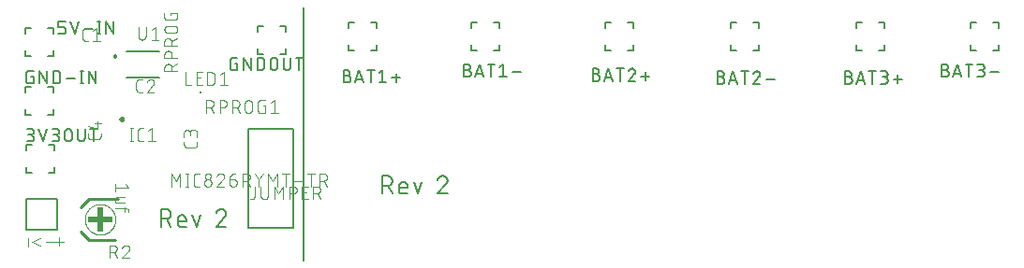
<source format=gbr>
G04 EAGLE Gerber RS-274X export*
G75*
%MOMM*%
%FSLAX34Y34*%
%LPD*%
%INSilkscreen Top*%
%IPPOS*%
%AMOC8*
5,1,8,0,0,1.08239X$1,22.5*%
G01*
%ADD10C,0.152400*%
%ADD11C,0.200000*%
%ADD12C,0.127000*%
%ADD13C,0.101600*%
%ADD14R,0.250000X0.250000*%
%ADD15C,0.250000*%
%ADD16C,0.076200*%
%ADD17C,0.254000*%
%ADD18R,2.250000X0.500000*%
%ADD19R,0.500000X2.250000*%


D10*
X260000Y230000D02*
X260000Y0D01*
X250000Y30000D02*
X250000Y120000D01*
X210000Y120000D01*
X210000Y30000D01*
X250000Y30000D01*
X330762Y60762D02*
X330762Y77018D01*
X335278Y77018D01*
X335411Y77016D01*
X335543Y77010D01*
X335675Y77000D01*
X335807Y76987D01*
X335939Y76969D01*
X336069Y76948D01*
X336200Y76923D01*
X336329Y76894D01*
X336457Y76861D01*
X336585Y76825D01*
X336711Y76785D01*
X336836Y76741D01*
X336960Y76693D01*
X337082Y76642D01*
X337203Y76587D01*
X337322Y76529D01*
X337440Y76467D01*
X337555Y76402D01*
X337669Y76333D01*
X337780Y76262D01*
X337889Y76186D01*
X337996Y76108D01*
X338101Y76027D01*
X338203Y75942D01*
X338303Y75855D01*
X338400Y75765D01*
X338495Y75672D01*
X338586Y75576D01*
X338675Y75478D01*
X338761Y75377D01*
X338844Y75273D01*
X338924Y75167D01*
X339000Y75059D01*
X339074Y74949D01*
X339144Y74836D01*
X339211Y74722D01*
X339274Y74605D01*
X339334Y74487D01*
X339391Y74367D01*
X339444Y74245D01*
X339493Y74122D01*
X339539Y73998D01*
X339581Y73872D01*
X339619Y73745D01*
X339654Y73617D01*
X339685Y73488D01*
X339712Y73359D01*
X339735Y73228D01*
X339755Y73097D01*
X339770Y72965D01*
X339782Y72833D01*
X339790Y72701D01*
X339794Y72568D01*
X339794Y72436D01*
X339790Y72303D01*
X339782Y72171D01*
X339770Y72039D01*
X339755Y71907D01*
X339735Y71776D01*
X339712Y71645D01*
X339685Y71516D01*
X339654Y71387D01*
X339619Y71259D01*
X339581Y71132D01*
X339539Y71006D01*
X339493Y70882D01*
X339444Y70759D01*
X339391Y70637D01*
X339334Y70517D01*
X339274Y70399D01*
X339211Y70282D01*
X339144Y70168D01*
X339074Y70055D01*
X339000Y69945D01*
X338924Y69837D01*
X338844Y69731D01*
X338761Y69627D01*
X338675Y69526D01*
X338586Y69428D01*
X338495Y69332D01*
X338400Y69239D01*
X338303Y69149D01*
X338203Y69062D01*
X338101Y68977D01*
X337996Y68896D01*
X337889Y68818D01*
X337780Y68742D01*
X337669Y68671D01*
X337555Y68602D01*
X337440Y68537D01*
X337322Y68475D01*
X337203Y68417D01*
X337082Y68362D01*
X336960Y68311D01*
X336836Y68263D01*
X336711Y68219D01*
X336585Y68179D01*
X336457Y68143D01*
X336329Y68110D01*
X336200Y68081D01*
X336069Y68056D01*
X335939Y68035D01*
X335807Y68017D01*
X335675Y68004D01*
X335543Y67994D01*
X335411Y67988D01*
X335278Y67986D01*
X335278Y67987D02*
X330762Y67987D01*
X336181Y67987D02*
X339793Y60762D01*
X348872Y60762D02*
X353388Y60762D01*
X348872Y60762D02*
X348771Y60764D01*
X348670Y60770D01*
X348569Y60779D01*
X348468Y60792D01*
X348368Y60809D01*
X348269Y60830D01*
X348171Y60854D01*
X348074Y60882D01*
X347977Y60914D01*
X347882Y60949D01*
X347789Y60988D01*
X347697Y61030D01*
X347606Y61076D01*
X347518Y61125D01*
X347431Y61177D01*
X347346Y61233D01*
X347263Y61291D01*
X347183Y61353D01*
X347105Y61418D01*
X347029Y61485D01*
X346956Y61555D01*
X346886Y61628D01*
X346819Y61704D01*
X346754Y61782D01*
X346692Y61862D01*
X346634Y61945D01*
X346578Y62030D01*
X346526Y62116D01*
X346477Y62205D01*
X346431Y62296D01*
X346389Y62388D01*
X346350Y62481D01*
X346315Y62576D01*
X346283Y62673D01*
X346255Y62770D01*
X346231Y62868D01*
X346210Y62967D01*
X346193Y63067D01*
X346180Y63168D01*
X346171Y63269D01*
X346165Y63370D01*
X346163Y63471D01*
X346163Y67987D01*
X346165Y68106D01*
X346171Y68226D01*
X346181Y68345D01*
X346195Y68463D01*
X346212Y68582D01*
X346234Y68699D01*
X346259Y68816D01*
X346289Y68931D01*
X346322Y69046D01*
X346359Y69160D01*
X346399Y69272D01*
X346444Y69383D01*
X346492Y69492D01*
X346543Y69600D01*
X346598Y69706D01*
X346657Y69810D01*
X346719Y69912D01*
X346784Y70012D01*
X346853Y70110D01*
X346925Y70206D01*
X347000Y70299D01*
X347077Y70389D01*
X347158Y70477D01*
X347242Y70562D01*
X347329Y70644D01*
X347418Y70724D01*
X347510Y70800D01*
X347604Y70874D01*
X347701Y70944D01*
X347799Y71011D01*
X347900Y71075D01*
X348004Y71135D01*
X348109Y71192D01*
X348216Y71245D01*
X348324Y71295D01*
X348434Y71341D01*
X348546Y71383D01*
X348659Y71422D01*
X348773Y71457D01*
X348888Y71488D01*
X349005Y71516D01*
X349122Y71539D01*
X349239Y71559D01*
X349358Y71575D01*
X349477Y71587D01*
X349596Y71595D01*
X349715Y71599D01*
X349835Y71599D01*
X349954Y71595D01*
X350073Y71587D01*
X350192Y71575D01*
X350311Y71559D01*
X350428Y71539D01*
X350545Y71516D01*
X350662Y71488D01*
X350777Y71457D01*
X350891Y71422D01*
X351004Y71383D01*
X351116Y71341D01*
X351226Y71295D01*
X351334Y71245D01*
X351441Y71192D01*
X351546Y71135D01*
X351650Y71075D01*
X351751Y71011D01*
X351849Y70944D01*
X351946Y70874D01*
X352040Y70800D01*
X352132Y70724D01*
X352221Y70644D01*
X352308Y70562D01*
X352392Y70477D01*
X352473Y70389D01*
X352550Y70299D01*
X352625Y70206D01*
X352697Y70110D01*
X352766Y70012D01*
X352831Y69912D01*
X352893Y69810D01*
X352952Y69706D01*
X353007Y69600D01*
X353058Y69492D01*
X353106Y69383D01*
X353151Y69272D01*
X353191Y69160D01*
X353228Y69046D01*
X353261Y68931D01*
X353291Y68816D01*
X353316Y68699D01*
X353338Y68582D01*
X353355Y68463D01*
X353369Y68345D01*
X353379Y68226D01*
X353385Y68106D01*
X353387Y67987D01*
X353388Y67987D02*
X353388Y66181D01*
X346163Y66181D01*
X359189Y71599D02*
X362801Y60762D01*
X366414Y71599D01*
X385657Y77018D02*
X385782Y77016D01*
X385907Y77010D01*
X386032Y77001D01*
X386156Y76987D01*
X386280Y76970D01*
X386404Y76949D01*
X386526Y76924D01*
X386648Y76895D01*
X386769Y76863D01*
X386889Y76827D01*
X387008Y76787D01*
X387125Y76744D01*
X387241Y76697D01*
X387356Y76646D01*
X387468Y76592D01*
X387580Y76534D01*
X387689Y76474D01*
X387796Y76409D01*
X387902Y76342D01*
X388005Y76271D01*
X388106Y76197D01*
X388205Y76120D01*
X388301Y76040D01*
X388395Y75957D01*
X388486Y75872D01*
X388575Y75783D01*
X388660Y75692D01*
X388743Y75598D01*
X388823Y75502D01*
X388900Y75403D01*
X388974Y75302D01*
X389045Y75199D01*
X389112Y75093D01*
X389177Y74986D01*
X389237Y74877D01*
X389295Y74765D01*
X389349Y74653D01*
X389400Y74538D01*
X389447Y74422D01*
X389490Y74305D01*
X389530Y74186D01*
X389566Y74066D01*
X389598Y73945D01*
X389627Y73823D01*
X389652Y73701D01*
X389673Y73577D01*
X389690Y73453D01*
X389704Y73329D01*
X389713Y73204D01*
X389719Y73079D01*
X389721Y72954D01*
X385657Y77018D02*
X385514Y77016D01*
X385372Y77010D01*
X385229Y77000D01*
X385087Y76987D01*
X384946Y76969D01*
X384804Y76948D01*
X384664Y76923D01*
X384524Y76894D01*
X384385Y76861D01*
X384247Y76824D01*
X384110Y76784D01*
X383975Y76740D01*
X383840Y76692D01*
X383707Y76640D01*
X383575Y76585D01*
X383445Y76526D01*
X383317Y76464D01*
X383190Y76398D01*
X383065Y76329D01*
X382942Y76257D01*
X382822Y76181D01*
X382703Y76102D01*
X382586Y76019D01*
X382472Y75934D01*
X382360Y75845D01*
X382251Y75754D01*
X382144Y75659D01*
X382039Y75562D01*
X381938Y75461D01*
X381839Y75358D01*
X381743Y75253D01*
X381650Y75144D01*
X381560Y75033D01*
X381473Y74920D01*
X381389Y74805D01*
X381309Y74687D01*
X381231Y74567D01*
X381157Y74445D01*
X381087Y74321D01*
X381019Y74195D01*
X380956Y74067D01*
X380895Y73938D01*
X380838Y73807D01*
X380785Y73675D01*
X380736Y73541D01*
X380690Y73406D01*
X388366Y69793D02*
X388460Y69885D01*
X388550Y69979D01*
X388638Y70076D01*
X388723Y70176D01*
X388805Y70278D01*
X388884Y70383D01*
X388959Y70490D01*
X389031Y70599D01*
X389100Y70710D01*
X389166Y70824D01*
X389228Y70939D01*
X389287Y71056D01*
X389342Y71175D01*
X389393Y71295D01*
X389441Y71417D01*
X389486Y71540D01*
X389526Y71664D01*
X389563Y71790D01*
X389596Y71917D01*
X389625Y72044D01*
X389651Y72173D01*
X389672Y72302D01*
X389690Y72432D01*
X389703Y72562D01*
X389713Y72692D01*
X389719Y72823D01*
X389721Y72954D01*
X388367Y69793D02*
X380690Y60762D01*
X389721Y60762D01*
X130762Y47018D02*
X130762Y30762D01*
X130762Y47018D02*
X135278Y47018D01*
X135411Y47016D01*
X135543Y47010D01*
X135675Y47000D01*
X135807Y46987D01*
X135939Y46969D01*
X136069Y46948D01*
X136200Y46923D01*
X136329Y46894D01*
X136457Y46861D01*
X136585Y46825D01*
X136711Y46785D01*
X136836Y46741D01*
X136960Y46693D01*
X137082Y46642D01*
X137203Y46587D01*
X137322Y46529D01*
X137440Y46467D01*
X137555Y46402D01*
X137669Y46333D01*
X137780Y46262D01*
X137889Y46186D01*
X137996Y46108D01*
X138101Y46027D01*
X138203Y45942D01*
X138303Y45855D01*
X138400Y45765D01*
X138495Y45672D01*
X138586Y45576D01*
X138675Y45478D01*
X138761Y45377D01*
X138844Y45273D01*
X138924Y45167D01*
X139000Y45059D01*
X139074Y44949D01*
X139144Y44836D01*
X139211Y44722D01*
X139274Y44605D01*
X139334Y44487D01*
X139391Y44367D01*
X139444Y44245D01*
X139493Y44122D01*
X139539Y43998D01*
X139581Y43872D01*
X139619Y43745D01*
X139654Y43617D01*
X139685Y43488D01*
X139712Y43359D01*
X139735Y43228D01*
X139755Y43097D01*
X139770Y42965D01*
X139782Y42833D01*
X139790Y42701D01*
X139794Y42568D01*
X139794Y42436D01*
X139790Y42303D01*
X139782Y42171D01*
X139770Y42039D01*
X139755Y41907D01*
X139735Y41776D01*
X139712Y41645D01*
X139685Y41516D01*
X139654Y41387D01*
X139619Y41259D01*
X139581Y41132D01*
X139539Y41006D01*
X139493Y40882D01*
X139444Y40759D01*
X139391Y40637D01*
X139334Y40517D01*
X139274Y40399D01*
X139211Y40282D01*
X139144Y40168D01*
X139074Y40055D01*
X139000Y39945D01*
X138924Y39837D01*
X138844Y39731D01*
X138761Y39627D01*
X138675Y39526D01*
X138586Y39428D01*
X138495Y39332D01*
X138400Y39239D01*
X138303Y39149D01*
X138203Y39062D01*
X138101Y38977D01*
X137996Y38896D01*
X137889Y38818D01*
X137780Y38742D01*
X137669Y38671D01*
X137555Y38602D01*
X137440Y38537D01*
X137322Y38475D01*
X137203Y38417D01*
X137082Y38362D01*
X136960Y38311D01*
X136836Y38263D01*
X136711Y38219D01*
X136585Y38179D01*
X136457Y38143D01*
X136329Y38110D01*
X136200Y38081D01*
X136069Y38056D01*
X135939Y38035D01*
X135807Y38017D01*
X135675Y38004D01*
X135543Y37994D01*
X135411Y37988D01*
X135278Y37986D01*
X135278Y37987D02*
X130762Y37987D01*
X136181Y37987D02*
X139793Y30762D01*
X148872Y30762D02*
X153388Y30762D01*
X148872Y30762D02*
X148771Y30764D01*
X148670Y30770D01*
X148569Y30779D01*
X148468Y30792D01*
X148368Y30809D01*
X148269Y30830D01*
X148171Y30854D01*
X148074Y30882D01*
X147977Y30914D01*
X147882Y30949D01*
X147789Y30988D01*
X147697Y31030D01*
X147606Y31076D01*
X147518Y31125D01*
X147431Y31177D01*
X147346Y31233D01*
X147263Y31291D01*
X147183Y31353D01*
X147105Y31418D01*
X147029Y31485D01*
X146956Y31555D01*
X146886Y31628D01*
X146819Y31704D01*
X146754Y31782D01*
X146692Y31862D01*
X146634Y31945D01*
X146578Y32030D01*
X146526Y32116D01*
X146477Y32205D01*
X146431Y32296D01*
X146389Y32388D01*
X146350Y32481D01*
X146315Y32576D01*
X146283Y32673D01*
X146255Y32770D01*
X146231Y32868D01*
X146210Y32967D01*
X146193Y33067D01*
X146180Y33168D01*
X146171Y33269D01*
X146165Y33370D01*
X146163Y33471D01*
X146163Y37987D01*
X146165Y38106D01*
X146171Y38226D01*
X146181Y38345D01*
X146195Y38463D01*
X146212Y38582D01*
X146234Y38699D01*
X146259Y38816D01*
X146289Y38931D01*
X146322Y39046D01*
X146359Y39160D01*
X146399Y39272D01*
X146444Y39383D01*
X146492Y39492D01*
X146543Y39600D01*
X146598Y39706D01*
X146657Y39810D01*
X146719Y39912D01*
X146784Y40012D01*
X146853Y40110D01*
X146925Y40206D01*
X147000Y40299D01*
X147077Y40389D01*
X147158Y40477D01*
X147242Y40562D01*
X147329Y40644D01*
X147418Y40724D01*
X147510Y40800D01*
X147604Y40874D01*
X147701Y40944D01*
X147799Y41011D01*
X147900Y41075D01*
X148004Y41135D01*
X148109Y41192D01*
X148216Y41245D01*
X148324Y41295D01*
X148434Y41341D01*
X148546Y41383D01*
X148659Y41422D01*
X148773Y41457D01*
X148888Y41488D01*
X149005Y41516D01*
X149122Y41539D01*
X149239Y41559D01*
X149358Y41575D01*
X149477Y41587D01*
X149596Y41595D01*
X149715Y41599D01*
X149835Y41599D01*
X149954Y41595D01*
X150073Y41587D01*
X150192Y41575D01*
X150311Y41559D01*
X150428Y41539D01*
X150545Y41516D01*
X150662Y41488D01*
X150777Y41457D01*
X150891Y41422D01*
X151004Y41383D01*
X151116Y41341D01*
X151226Y41295D01*
X151334Y41245D01*
X151441Y41192D01*
X151546Y41135D01*
X151650Y41075D01*
X151751Y41011D01*
X151849Y40944D01*
X151946Y40874D01*
X152040Y40800D01*
X152132Y40724D01*
X152221Y40644D01*
X152308Y40562D01*
X152392Y40477D01*
X152473Y40389D01*
X152550Y40299D01*
X152625Y40206D01*
X152697Y40110D01*
X152766Y40012D01*
X152831Y39912D01*
X152893Y39810D01*
X152952Y39706D01*
X153007Y39600D01*
X153058Y39492D01*
X153106Y39383D01*
X153151Y39272D01*
X153191Y39160D01*
X153228Y39046D01*
X153261Y38931D01*
X153291Y38816D01*
X153316Y38699D01*
X153338Y38582D01*
X153355Y38463D01*
X153369Y38345D01*
X153379Y38226D01*
X153385Y38106D01*
X153387Y37987D01*
X153388Y37987D02*
X153388Y36181D01*
X146163Y36181D01*
X159189Y41599D02*
X162801Y30762D01*
X166414Y41599D01*
X185657Y47018D02*
X185782Y47016D01*
X185907Y47010D01*
X186032Y47001D01*
X186156Y46987D01*
X186280Y46970D01*
X186404Y46949D01*
X186526Y46924D01*
X186648Y46895D01*
X186769Y46863D01*
X186889Y46827D01*
X187008Y46787D01*
X187125Y46744D01*
X187241Y46697D01*
X187356Y46646D01*
X187468Y46592D01*
X187580Y46534D01*
X187689Y46474D01*
X187796Y46409D01*
X187902Y46342D01*
X188005Y46271D01*
X188106Y46197D01*
X188205Y46120D01*
X188301Y46040D01*
X188395Y45957D01*
X188486Y45872D01*
X188575Y45783D01*
X188660Y45692D01*
X188743Y45598D01*
X188823Y45502D01*
X188900Y45403D01*
X188974Y45302D01*
X189045Y45199D01*
X189112Y45093D01*
X189177Y44986D01*
X189237Y44877D01*
X189295Y44765D01*
X189349Y44653D01*
X189400Y44538D01*
X189447Y44422D01*
X189490Y44305D01*
X189530Y44186D01*
X189566Y44066D01*
X189598Y43945D01*
X189627Y43823D01*
X189652Y43701D01*
X189673Y43577D01*
X189690Y43453D01*
X189704Y43329D01*
X189713Y43204D01*
X189719Y43079D01*
X189721Y42954D01*
X185657Y47018D02*
X185514Y47016D01*
X185372Y47010D01*
X185229Y47000D01*
X185087Y46987D01*
X184946Y46969D01*
X184804Y46948D01*
X184664Y46923D01*
X184524Y46894D01*
X184385Y46861D01*
X184247Y46824D01*
X184110Y46784D01*
X183975Y46740D01*
X183840Y46692D01*
X183707Y46640D01*
X183575Y46585D01*
X183445Y46526D01*
X183317Y46464D01*
X183190Y46398D01*
X183065Y46329D01*
X182942Y46257D01*
X182822Y46181D01*
X182703Y46102D01*
X182586Y46019D01*
X182472Y45934D01*
X182360Y45845D01*
X182251Y45754D01*
X182144Y45659D01*
X182039Y45562D01*
X181938Y45461D01*
X181839Y45358D01*
X181743Y45253D01*
X181650Y45144D01*
X181560Y45033D01*
X181473Y44920D01*
X181389Y44805D01*
X181309Y44687D01*
X181231Y44567D01*
X181157Y44445D01*
X181087Y44321D01*
X181019Y44195D01*
X180956Y44067D01*
X180895Y43938D01*
X180838Y43807D01*
X180785Y43675D01*
X180736Y43541D01*
X180690Y43406D01*
X188366Y39793D02*
X188460Y39885D01*
X188550Y39979D01*
X188638Y40076D01*
X188723Y40176D01*
X188805Y40278D01*
X188884Y40383D01*
X188959Y40490D01*
X189031Y40599D01*
X189100Y40710D01*
X189166Y40824D01*
X189228Y40939D01*
X189287Y41056D01*
X189342Y41175D01*
X189393Y41295D01*
X189441Y41417D01*
X189486Y41540D01*
X189526Y41664D01*
X189563Y41790D01*
X189596Y41917D01*
X189625Y42044D01*
X189651Y42173D01*
X189672Y42302D01*
X189690Y42432D01*
X189703Y42562D01*
X189713Y42692D01*
X189719Y42823D01*
X189721Y42954D01*
X188367Y39793D02*
X180690Y30762D01*
X189721Y30762D01*
D11*
X88550Y185300D02*
X88552Y185363D01*
X88558Y185425D01*
X88568Y185487D01*
X88581Y185549D01*
X88599Y185609D01*
X88620Y185668D01*
X88645Y185726D01*
X88674Y185782D01*
X88706Y185836D01*
X88741Y185888D01*
X88779Y185937D01*
X88821Y185985D01*
X88865Y186029D01*
X88913Y186071D01*
X88962Y186109D01*
X89014Y186144D01*
X89068Y186176D01*
X89124Y186205D01*
X89182Y186230D01*
X89241Y186251D01*
X89301Y186269D01*
X89363Y186282D01*
X89425Y186292D01*
X89487Y186298D01*
X89550Y186300D01*
X89613Y186298D01*
X89675Y186292D01*
X89737Y186282D01*
X89799Y186269D01*
X89859Y186251D01*
X89918Y186230D01*
X89976Y186205D01*
X90032Y186176D01*
X90086Y186144D01*
X90138Y186109D01*
X90187Y186071D01*
X90235Y186029D01*
X90279Y185985D01*
X90321Y185937D01*
X90359Y185888D01*
X90394Y185836D01*
X90426Y185782D01*
X90455Y185726D01*
X90480Y185668D01*
X90501Y185609D01*
X90519Y185549D01*
X90532Y185487D01*
X90542Y185425D01*
X90548Y185363D01*
X90550Y185300D01*
X90548Y185237D01*
X90542Y185175D01*
X90532Y185113D01*
X90519Y185051D01*
X90501Y184991D01*
X90480Y184932D01*
X90455Y184874D01*
X90426Y184818D01*
X90394Y184764D01*
X90359Y184712D01*
X90321Y184663D01*
X90279Y184615D01*
X90235Y184571D01*
X90187Y184529D01*
X90138Y184491D01*
X90086Y184456D01*
X90032Y184424D01*
X89976Y184395D01*
X89918Y184370D01*
X89859Y184349D01*
X89799Y184331D01*
X89737Y184318D01*
X89675Y184308D01*
X89613Y184302D01*
X89550Y184300D01*
X89487Y184302D01*
X89425Y184308D01*
X89363Y184318D01*
X89301Y184331D01*
X89241Y184349D01*
X89182Y184370D01*
X89124Y184395D01*
X89068Y184424D01*
X89014Y184456D01*
X88962Y184491D01*
X88913Y184529D01*
X88865Y184571D01*
X88821Y184615D01*
X88779Y184663D01*
X88741Y184712D01*
X88706Y184764D01*
X88674Y184818D01*
X88645Y184874D01*
X88620Y184932D01*
X88599Y184991D01*
X88581Y185051D01*
X88568Y185113D01*
X88558Y185175D01*
X88552Y185237D01*
X88550Y185300D01*
D12*
X99300Y189850D02*
X129300Y189850D01*
X129300Y165750D02*
X99300Y165750D01*
D13*
X110468Y203654D02*
X110468Y212092D01*
X110468Y203654D02*
X110470Y203541D01*
X110476Y203428D01*
X110486Y203315D01*
X110500Y203202D01*
X110517Y203090D01*
X110539Y202979D01*
X110564Y202869D01*
X110594Y202759D01*
X110627Y202651D01*
X110664Y202544D01*
X110704Y202438D01*
X110749Y202334D01*
X110797Y202231D01*
X110848Y202130D01*
X110903Y202031D01*
X110961Y201934D01*
X111023Y201839D01*
X111088Y201746D01*
X111156Y201656D01*
X111227Y201568D01*
X111302Y201482D01*
X111379Y201399D01*
X111459Y201319D01*
X111542Y201242D01*
X111628Y201167D01*
X111716Y201096D01*
X111806Y201028D01*
X111899Y200963D01*
X111994Y200901D01*
X112091Y200843D01*
X112190Y200788D01*
X112291Y200737D01*
X112394Y200689D01*
X112498Y200644D01*
X112604Y200604D01*
X112711Y200567D01*
X112819Y200534D01*
X112929Y200504D01*
X113039Y200479D01*
X113150Y200457D01*
X113262Y200440D01*
X113375Y200426D01*
X113488Y200416D01*
X113601Y200410D01*
X113714Y200408D01*
X113827Y200410D01*
X113940Y200416D01*
X114053Y200426D01*
X114166Y200440D01*
X114278Y200457D01*
X114389Y200479D01*
X114499Y200504D01*
X114609Y200534D01*
X114717Y200567D01*
X114824Y200604D01*
X114930Y200644D01*
X115034Y200689D01*
X115137Y200737D01*
X115238Y200788D01*
X115337Y200843D01*
X115434Y200901D01*
X115529Y200963D01*
X115622Y201028D01*
X115712Y201096D01*
X115800Y201167D01*
X115886Y201242D01*
X115969Y201319D01*
X116049Y201399D01*
X116126Y201482D01*
X116201Y201568D01*
X116272Y201656D01*
X116340Y201746D01*
X116405Y201839D01*
X116467Y201934D01*
X116525Y202031D01*
X116580Y202130D01*
X116631Y202231D01*
X116679Y202334D01*
X116724Y202438D01*
X116764Y202544D01*
X116801Y202651D01*
X116834Y202759D01*
X116864Y202869D01*
X116889Y202979D01*
X116911Y203090D01*
X116928Y203202D01*
X116942Y203315D01*
X116952Y203428D01*
X116958Y203541D01*
X116960Y203654D01*
X116959Y203654D02*
X116959Y212092D01*
X122279Y209496D02*
X125525Y212092D01*
X125525Y200408D01*
X128770Y200408D02*
X122279Y200408D01*
D10*
X300500Y215900D02*
X305580Y215900D01*
X300500Y215900D02*
X300500Y210820D01*
X325900Y210820D02*
X325900Y215900D01*
X320820Y215900D01*
X325900Y195580D02*
X325900Y190500D01*
X320820Y190500D01*
X305580Y190500D02*
X300500Y190500D01*
X300500Y195580D01*
D12*
X298950Y167985D02*
X295775Y167985D01*
X298950Y167985D02*
X299061Y167983D01*
X299171Y167977D01*
X299282Y167968D01*
X299392Y167954D01*
X299501Y167937D01*
X299610Y167916D01*
X299718Y167891D01*
X299825Y167862D01*
X299931Y167830D01*
X300036Y167794D01*
X300139Y167754D01*
X300241Y167711D01*
X300342Y167664D01*
X300441Y167613D01*
X300538Y167560D01*
X300632Y167503D01*
X300725Y167442D01*
X300816Y167379D01*
X300905Y167312D01*
X300991Y167242D01*
X301074Y167169D01*
X301156Y167094D01*
X301234Y167016D01*
X301309Y166934D01*
X301382Y166851D01*
X301452Y166765D01*
X301519Y166676D01*
X301582Y166585D01*
X301643Y166492D01*
X301700Y166397D01*
X301753Y166301D01*
X301804Y166202D01*
X301851Y166101D01*
X301894Y165999D01*
X301934Y165896D01*
X301970Y165791D01*
X302002Y165685D01*
X302031Y165578D01*
X302056Y165470D01*
X302077Y165361D01*
X302094Y165252D01*
X302108Y165142D01*
X302117Y165031D01*
X302123Y164921D01*
X302125Y164810D01*
X302123Y164699D01*
X302117Y164589D01*
X302108Y164478D01*
X302094Y164368D01*
X302077Y164259D01*
X302056Y164150D01*
X302031Y164042D01*
X302002Y163935D01*
X301970Y163829D01*
X301934Y163724D01*
X301894Y163621D01*
X301851Y163519D01*
X301804Y163418D01*
X301753Y163319D01*
X301700Y163222D01*
X301643Y163128D01*
X301582Y163035D01*
X301519Y162944D01*
X301452Y162855D01*
X301382Y162769D01*
X301309Y162686D01*
X301234Y162604D01*
X301156Y162526D01*
X301074Y162451D01*
X300991Y162378D01*
X300905Y162308D01*
X300816Y162241D01*
X300725Y162178D01*
X300632Y162117D01*
X300538Y162060D01*
X300441Y162007D01*
X300342Y161956D01*
X300241Y161909D01*
X300139Y161866D01*
X300036Y161826D01*
X299931Y161790D01*
X299825Y161758D01*
X299718Y161729D01*
X299610Y161704D01*
X299501Y161683D01*
X299392Y161666D01*
X299282Y161652D01*
X299171Y161643D01*
X299061Y161637D01*
X298950Y161635D01*
X295775Y161635D01*
X295775Y173065D01*
X298950Y173065D01*
X299050Y173063D01*
X299149Y173057D01*
X299249Y173047D01*
X299347Y173034D01*
X299446Y173016D01*
X299543Y172995D01*
X299639Y172970D01*
X299735Y172941D01*
X299829Y172908D01*
X299922Y172872D01*
X300013Y172832D01*
X300103Y172788D01*
X300191Y172741D01*
X300277Y172691D01*
X300361Y172637D01*
X300443Y172580D01*
X300522Y172520D01*
X300600Y172456D01*
X300674Y172390D01*
X300746Y172321D01*
X300815Y172249D01*
X300881Y172175D01*
X300945Y172097D01*
X301005Y172018D01*
X301062Y171936D01*
X301116Y171852D01*
X301166Y171766D01*
X301213Y171678D01*
X301257Y171588D01*
X301297Y171497D01*
X301333Y171404D01*
X301366Y171310D01*
X301395Y171214D01*
X301420Y171118D01*
X301441Y171021D01*
X301459Y170922D01*
X301472Y170824D01*
X301482Y170724D01*
X301488Y170625D01*
X301490Y170525D01*
X301488Y170425D01*
X301482Y170326D01*
X301472Y170226D01*
X301459Y170128D01*
X301441Y170029D01*
X301420Y169932D01*
X301395Y169836D01*
X301366Y169740D01*
X301333Y169646D01*
X301297Y169553D01*
X301257Y169462D01*
X301213Y169372D01*
X301166Y169284D01*
X301116Y169198D01*
X301062Y169114D01*
X301005Y169032D01*
X300945Y168953D01*
X300881Y168875D01*
X300815Y168801D01*
X300746Y168729D01*
X300674Y168660D01*
X300600Y168594D01*
X300522Y168530D01*
X300443Y168470D01*
X300361Y168413D01*
X300277Y168359D01*
X300191Y168309D01*
X300103Y168262D01*
X300013Y168218D01*
X299922Y168178D01*
X299829Y168142D01*
X299735Y168109D01*
X299639Y168080D01*
X299543Y168055D01*
X299446Y168034D01*
X299347Y168016D01*
X299249Y168003D01*
X299149Y167993D01*
X299050Y167987D01*
X298950Y167985D01*
X305999Y161635D02*
X309809Y173065D01*
X313619Y161635D01*
X312666Y164493D02*
X306951Y164493D01*
X320477Y161635D02*
X320477Y173065D01*
X317302Y173065D02*
X323652Y173065D01*
X327970Y170525D02*
X331145Y173065D01*
X331145Y161635D01*
X327970Y161635D02*
X334320Y161635D01*
X339527Y166080D02*
X347147Y166080D01*
X343337Y162270D02*
X343337Y169890D01*
D10*
X411300Y215900D02*
X416380Y215900D01*
X411300Y215900D02*
X411300Y210820D01*
X436700Y210820D02*
X436700Y215900D01*
X431620Y215900D01*
X436700Y195580D02*
X436700Y190500D01*
X431620Y190500D01*
X416380Y190500D02*
X411300Y190500D01*
X411300Y195580D01*
D12*
X407700Y173065D02*
X404525Y173065D01*
X407700Y173065D02*
X407811Y173063D01*
X407921Y173057D01*
X408032Y173048D01*
X408142Y173034D01*
X408251Y173017D01*
X408360Y172996D01*
X408468Y172971D01*
X408575Y172942D01*
X408681Y172910D01*
X408786Y172874D01*
X408889Y172834D01*
X408991Y172791D01*
X409092Y172744D01*
X409191Y172693D01*
X409288Y172640D01*
X409382Y172583D01*
X409475Y172522D01*
X409566Y172459D01*
X409655Y172392D01*
X409741Y172322D01*
X409824Y172249D01*
X409906Y172174D01*
X409984Y172096D01*
X410059Y172014D01*
X410132Y171931D01*
X410202Y171845D01*
X410269Y171756D01*
X410332Y171665D01*
X410393Y171572D01*
X410450Y171477D01*
X410503Y171381D01*
X410554Y171282D01*
X410601Y171181D01*
X410644Y171079D01*
X410684Y170976D01*
X410720Y170871D01*
X410752Y170765D01*
X410781Y170658D01*
X410806Y170550D01*
X410827Y170441D01*
X410844Y170332D01*
X410858Y170222D01*
X410867Y170111D01*
X410873Y170001D01*
X410875Y169890D01*
X410873Y169779D01*
X410867Y169669D01*
X410858Y169558D01*
X410844Y169448D01*
X410827Y169339D01*
X410806Y169230D01*
X410781Y169122D01*
X410752Y169015D01*
X410720Y168909D01*
X410684Y168804D01*
X410644Y168701D01*
X410601Y168599D01*
X410554Y168498D01*
X410503Y168399D01*
X410450Y168302D01*
X410393Y168208D01*
X410332Y168115D01*
X410269Y168024D01*
X410202Y167935D01*
X410132Y167849D01*
X410059Y167766D01*
X409984Y167684D01*
X409906Y167606D01*
X409824Y167531D01*
X409741Y167458D01*
X409655Y167388D01*
X409566Y167321D01*
X409475Y167258D01*
X409382Y167197D01*
X409288Y167140D01*
X409191Y167087D01*
X409092Y167036D01*
X408991Y166989D01*
X408889Y166946D01*
X408786Y166906D01*
X408681Y166870D01*
X408575Y166838D01*
X408468Y166809D01*
X408360Y166784D01*
X408251Y166763D01*
X408142Y166746D01*
X408032Y166732D01*
X407921Y166723D01*
X407811Y166717D01*
X407700Y166715D01*
X404525Y166715D01*
X404525Y178145D01*
X407700Y178145D01*
X407800Y178143D01*
X407899Y178137D01*
X407999Y178127D01*
X408097Y178114D01*
X408196Y178096D01*
X408293Y178075D01*
X408389Y178050D01*
X408485Y178021D01*
X408579Y177988D01*
X408672Y177952D01*
X408763Y177912D01*
X408853Y177868D01*
X408941Y177821D01*
X409027Y177771D01*
X409111Y177717D01*
X409193Y177660D01*
X409272Y177600D01*
X409350Y177536D01*
X409424Y177470D01*
X409496Y177401D01*
X409565Y177329D01*
X409631Y177255D01*
X409695Y177177D01*
X409755Y177098D01*
X409812Y177016D01*
X409866Y176932D01*
X409916Y176846D01*
X409963Y176758D01*
X410007Y176668D01*
X410047Y176577D01*
X410083Y176484D01*
X410116Y176390D01*
X410145Y176294D01*
X410170Y176198D01*
X410191Y176101D01*
X410209Y176002D01*
X410222Y175904D01*
X410232Y175804D01*
X410238Y175705D01*
X410240Y175605D01*
X410238Y175505D01*
X410232Y175406D01*
X410222Y175306D01*
X410209Y175208D01*
X410191Y175109D01*
X410170Y175012D01*
X410145Y174916D01*
X410116Y174820D01*
X410083Y174726D01*
X410047Y174633D01*
X410007Y174542D01*
X409963Y174452D01*
X409916Y174364D01*
X409866Y174278D01*
X409812Y174194D01*
X409755Y174112D01*
X409695Y174033D01*
X409631Y173955D01*
X409565Y173881D01*
X409496Y173809D01*
X409424Y173740D01*
X409350Y173674D01*
X409272Y173610D01*
X409193Y173550D01*
X409111Y173493D01*
X409027Y173439D01*
X408941Y173389D01*
X408853Y173342D01*
X408763Y173298D01*
X408672Y173258D01*
X408579Y173222D01*
X408485Y173189D01*
X408389Y173160D01*
X408293Y173135D01*
X408196Y173114D01*
X408097Y173096D01*
X407999Y173083D01*
X407899Y173073D01*
X407800Y173067D01*
X407700Y173065D01*
X414749Y166715D02*
X418559Y178145D01*
X422369Y166715D01*
X421416Y169573D02*
X415701Y169573D01*
X429227Y166715D02*
X429227Y178145D01*
X426052Y178145D02*
X432402Y178145D01*
X436720Y175605D02*
X439895Y178145D01*
X439895Y166715D01*
X436720Y166715D02*
X443070Y166715D01*
X448277Y171160D02*
X455897Y171160D01*
D13*
X145542Y171958D02*
X133858Y171958D01*
X133858Y175204D01*
X133860Y175317D01*
X133866Y175430D01*
X133876Y175543D01*
X133890Y175656D01*
X133907Y175768D01*
X133929Y175879D01*
X133954Y175989D01*
X133984Y176099D01*
X134017Y176207D01*
X134054Y176314D01*
X134094Y176420D01*
X134139Y176524D01*
X134187Y176627D01*
X134238Y176728D01*
X134293Y176827D01*
X134351Y176924D01*
X134413Y177019D01*
X134478Y177112D01*
X134546Y177202D01*
X134617Y177290D01*
X134692Y177376D01*
X134769Y177459D01*
X134849Y177539D01*
X134932Y177616D01*
X135018Y177691D01*
X135106Y177762D01*
X135196Y177830D01*
X135289Y177895D01*
X135384Y177957D01*
X135481Y178015D01*
X135580Y178070D01*
X135681Y178121D01*
X135784Y178169D01*
X135888Y178214D01*
X135994Y178254D01*
X136101Y178291D01*
X136209Y178324D01*
X136319Y178354D01*
X136429Y178379D01*
X136540Y178401D01*
X136652Y178418D01*
X136765Y178432D01*
X136878Y178442D01*
X136991Y178448D01*
X137104Y178450D01*
X137217Y178448D01*
X137330Y178442D01*
X137443Y178432D01*
X137556Y178418D01*
X137668Y178401D01*
X137779Y178379D01*
X137889Y178354D01*
X137999Y178324D01*
X138107Y178291D01*
X138214Y178254D01*
X138320Y178214D01*
X138424Y178169D01*
X138527Y178121D01*
X138628Y178070D01*
X138727Y178015D01*
X138824Y177957D01*
X138919Y177895D01*
X139012Y177830D01*
X139102Y177762D01*
X139190Y177691D01*
X139276Y177616D01*
X139359Y177539D01*
X139439Y177459D01*
X139516Y177376D01*
X139591Y177290D01*
X139662Y177202D01*
X139730Y177112D01*
X139795Y177019D01*
X139857Y176924D01*
X139915Y176827D01*
X139970Y176728D01*
X140021Y176627D01*
X140069Y176524D01*
X140114Y176420D01*
X140154Y176314D01*
X140191Y176207D01*
X140224Y176099D01*
X140254Y175989D01*
X140279Y175879D01*
X140301Y175768D01*
X140318Y175656D01*
X140332Y175543D01*
X140342Y175430D01*
X140348Y175317D01*
X140350Y175204D01*
X140349Y175204D02*
X140349Y171958D01*
X140349Y175853D02*
X145542Y178449D01*
X145542Y183865D02*
X133858Y183865D01*
X133858Y187110D01*
X133860Y187223D01*
X133866Y187336D01*
X133876Y187449D01*
X133890Y187562D01*
X133907Y187674D01*
X133929Y187785D01*
X133954Y187895D01*
X133984Y188005D01*
X134017Y188113D01*
X134054Y188220D01*
X134094Y188326D01*
X134139Y188430D01*
X134187Y188533D01*
X134238Y188634D01*
X134293Y188733D01*
X134351Y188830D01*
X134413Y188925D01*
X134478Y189018D01*
X134546Y189108D01*
X134617Y189196D01*
X134692Y189282D01*
X134769Y189365D01*
X134849Y189445D01*
X134932Y189522D01*
X135018Y189597D01*
X135106Y189668D01*
X135196Y189736D01*
X135289Y189801D01*
X135384Y189863D01*
X135481Y189921D01*
X135580Y189976D01*
X135681Y190027D01*
X135784Y190075D01*
X135888Y190120D01*
X135994Y190160D01*
X136101Y190197D01*
X136209Y190230D01*
X136319Y190260D01*
X136429Y190285D01*
X136540Y190307D01*
X136652Y190324D01*
X136765Y190338D01*
X136878Y190348D01*
X136991Y190354D01*
X137104Y190356D01*
X137217Y190354D01*
X137330Y190348D01*
X137443Y190338D01*
X137556Y190324D01*
X137668Y190307D01*
X137779Y190285D01*
X137889Y190260D01*
X137999Y190230D01*
X138107Y190197D01*
X138214Y190160D01*
X138320Y190120D01*
X138424Y190075D01*
X138527Y190027D01*
X138628Y189976D01*
X138727Y189921D01*
X138824Y189863D01*
X138919Y189801D01*
X139012Y189736D01*
X139102Y189668D01*
X139190Y189597D01*
X139276Y189522D01*
X139359Y189445D01*
X139439Y189365D01*
X139516Y189282D01*
X139591Y189196D01*
X139662Y189108D01*
X139730Y189018D01*
X139795Y188925D01*
X139857Y188830D01*
X139915Y188733D01*
X139970Y188634D01*
X140021Y188533D01*
X140069Y188430D01*
X140114Y188326D01*
X140154Y188220D01*
X140191Y188113D01*
X140224Y188005D01*
X140254Y187895D01*
X140279Y187785D01*
X140301Y187674D01*
X140318Y187562D01*
X140332Y187449D01*
X140342Y187336D01*
X140348Y187223D01*
X140350Y187110D01*
X140349Y187110D02*
X140349Y183865D01*
X145542Y195199D02*
X133858Y195199D01*
X133858Y198444D01*
X133860Y198557D01*
X133866Y198670D01*
X133876Y198783D01*
X133890Y198896D01*
X133907Y199008D01*
X133929Y199119D01*
X133954Y199229D01*
X133984Y199339D01*
X134017Y199447D01*
X134054Y199554D01*
X134094Y199660D01*
X134139Y199764D01*
X134187Y199867D01*
X134238Y199968D01*
X134293Y200067D01*
X134351Y200164D01*
X134413Y200259D01*
X134478Y200352D01*
X134546Y200442D01*
X134617Y200530D01*
X134692Y200616D01*
X134769Y200699D01*
X134849Y200779D01*
X134932Y200856D01*
X135018Y200931D01*
X135106Y201002D01*
X135196Y201070D01*
X135289Y201135D01*
X135384Y201197D01*
X135481Y201255D01*
X135580Y201310D01*
X135681Y201361D01*
X135784Y201409D01*
X135888Y201454D01*
X135994Y201494D01*
X136101Y201531D01*
X136209Y201564D01*
X136319Y201594D01*
X136429Y201619D01*
X136540Y201641D01*
X136652Y201658D01*
X136765Y201672D01*
X136878Y201682D01*
X136991Y201688D01*
X137104Y201690D01*
X137217Y201688D01*
X137330Y201682D01*
X137443Y201672D01*
X137556Y201658D01*
X137668Y201641D01*
X137779Y201619D01*
X137889Y201594D01*
X137999Y201564D01*
X138107Y201531D01*
X138214Y201494D01*
X138320Y201454D01*
X138424Y201409D01*
X138527Y201361D01*
X138628Y201310D01*
X138727Y201255D01*
X138824Y201197D01*
X138919Y201135D01*
X139012Y201070D01*
X139102Y201002D01*
X139190Y200931D01*
X139276Y200856D01*
X139359Y200779D01*
X139439Y200699D01*
X139516Y200616D01*
X139591Y200530D01*
X139662Y200442D01*
X139730Y200352D01*
X139795Y200259D01*
X139857Y200164D01*
X139915Y200067D01*
X139970Y199968D01*
X140021Y199867D01*
X140069Y199764D01*
X140114Y199660D01*
X140154Y199554D01*
X140191Y199447D01*
X140224Y199339D01*
X140254Y199229D01*
X140279Y199119D01*
X140301Y199008D01*
X140318Y198896D01*
X140332Y198783D01*
X140342Y198670D01*
X140348Y198557D01*
X140350Y198444D01*
X140349Y198444D02*
X140349Y195199D01*
X140349Y199094D02*
X145542Y201690D01*
X142296Y206555D02*
X137104Y206555D01*
X136991Y206557D01*
X136878Y206563D01*
X136765Y206573D01*
X136652Y206587D01*
X136540Y206604D01*
X136429Y206626D01*
X136319Y206651D01*
X136209Y206681D01*
X136101Y206714D01*
X135994Y206751D01*
X135888Y206791D01*
X135784Y206836D01*
X135681Y206884D01*
X135580Y206935D01*
X135481Y206990D01*
X135384Y207048D01*
X135289Y207110D01*
X135196Y207175D01*
X135106Y207243D01*
X135018Y207314D01*
X134932Y207389D01*
X134849Y207466D01*
X134769Y207546D01*
X134692Y207629D01*
X134617Y207715D01*
X134546Y207803D01*
X134478Y207893D01*
X134413Y207986D01*
X134351Y208081D01*
X134293Y208178D01*
X134238Y208277D01*
X134187Y208378D01*
X134139Y208481D01*
X134094Y208585D01*
X134054Y208691D01*
X134017Y208798D01*
X133984Y208906D01*
X133954Y209016D01*
X133929Y209126D01*
X133907Y209237D01*
X133890Y209349D01*
X133876Y209462D01*
X133866Y209575D01*
X133860Y209688D01*
X133858Y209801D01*
X133860Y209914D01*
X133866Y210027D01*
X133876Y210140D01*
X133890Y210253D01*
X133907Y210365D01*
X133929Y210476D01*
X133954Y210586D01*
X133984Y210696D01*
X134017Y210804D01*
X134054Y210911D01*
X134094Y211017D01*
X134139Y211121D01*
X134187Y211224D01*
X134238Y211325D01*
X134293Y211424D01*
X134351Y211521D01*
X134413Y211616D01*
X134478Y211709D01*
X134546Y211799D01*
X134617Y211887D01*
X134692Y211973D01*
X134769Y212056D01*
X134849Y212136D01*
X134932Y212213D01*
X135018Y212288D01*
X135106Y212359D01*
X135196Y212427D01*
X135289Y212492D01*
X135384Y212554D01*
X135481Y212612D01*
X135580Y212667D01*
X135681Y212718D01*
X135784Y212766D01*
X135888Y212811D01*
X135994Y212851D01*
X136101Y212888D01*
X136209Y212921D01*
X136319Y212951D01*
X136429Y212976D01*
X136540Y212998D01*
X136652Y213015D01*
X136765Y213029D01*
X136878Y213039D01*
X136991Y213045D01*
X137104Y213047D01*
X137104Y213046D02*
X142296Y213046D01*
X142296Y213047D02*
X142409Y213045D01*
X142522Y213039D01*
X142635Y213029D01*
X142748Y213015D01*
X142860Y212998D01*
X142971Y212976D01*
X143081Y212951D01*
X143191Y212921D01*
X143299Y212888D01*
X143406Y212851D01*
X143512Y212811D01*
X143616Y212766D01*
X143719Y212718D01*
X143820Y212667D01*
X143919Y212612D01*
X144016Y212554D01*
X144111Y212492D01*
X144204Y212427D01*
X144294Y212359D01*
X144382Y212288D01*
X144468Y212213D01*
X144551Y212136D01*
X144631Y212056D01*
X144708Y211973D01*
X144783Y211887D01*
X144854Y211799D01*
X144922Y211709D01*
X144987Y211616D01*
X145049Y211521D01*
X145107Y211424D01*
X145162Y211325D01*
X145213Y211224D01*
X145261Y211121D01*
X145306Y211017D01*
X145346Y210911D01*
X145383Y210804D01*
X145416Y210696D01*
X145446Y210586D01*
X145471Y210476D01*
X145493Y210365D01*
X145510Y210253D01*
X145524Y210140D01*
X145534Y210027D01*
X145540Y209914D01*
X145542Y209801D01*
X145540Y209688D01*
X145534Y209575D01*
X145524Y209462D01*
X145510Y209349D01*
X145493Y209237D01*
X145471Y209126D01*
X145446Y209016D01*
X145416Y208906D01*
X145383Y208798D01*
X145346Y208691D01*
X145306Y208585D01*
X145261Y208481D01*
X145213Y208378D01*
X145162Y208277D01*
X145107Y208178D01*
X145049Y208081D01*
X144987Y207986D01*
X144922Y207893D01*
X144854Y207803D01*
X144783Y207715D01*
X144708Y207629D01*
X144631Y207546D01*
X144551Y207466D01*
X144468Y207389D01*
X144382Y207314D01*
X144294Y207243D01*
X144204Y207175D01*
X144111Y207110D01*
X144016Y207048D01*
X143919Y206990D01*
X143820Y206935D01*
X143719Y206884D01*
X143616Y206836D01*
X143512Y206791D01*
X143406Y206751D01*
X143299Y206714D01*
X143191Y206681D01*
X143081Y206651D01*
X142971Y206626D01*
X142860Y206604D01*
X142748Y206587D01*
X142635Y206573D01*
X142522Y206563D01*
X142409Y206557D01*
X142296Y206555D01*
X139051Y222910D02*
X139051Y224857D01*
X145542Y224857D01*
X145542Y220963D01*
X145540Y220864D01*
X145534Y220764D01*
X145525Y220665D01*
X145512Y220567D01*
X145495Y220469D01*
X145474Y220371D01*
X145449Y220275D01*
X145421Y220180D01*
X145389Y220086D01*
X145354Y219993D01*
X145315Y219901D01*
X145272Y219811D01*
X145227Y219723D01*
X145177Y219636D01*
X145125Y219552D01*
X145069Y219469D01*
X145011Y219389D01*
X144949Y219311D01*
X144884Y219236D01*
X144816Y219163D01*
X144746Y219093D01*
X144673Y219025D01*
X144598Y218960D01*
X144520Y218898D01*
X144440Y218840D01*
X144357Y218784D01*
X144273Y218732D01*
X144186Y218682D01*
X144098Y218637D01*
X144008Y218594D01*
X143916Y218555D01*
X143823Y218520D01*
X143729Y218488D01*
X143634Y218460D01*
X143538Y218435D01*
X143440Y218414D01*
X143342Y218397D01*
X143244Y218384D01*
X143145Y218375D01*
X143045Y218369D01*
X142946Y218367D01*
X142946Y218366D02*
X136454Y218366D01*
X136355Y218368D01*
X136255Y218374D01*
X136156Y218383D01*
X136058Y218396D01*
X135960Y218414D01*
X135862Y218434D01*
X135766Y218459D01*
X135670Y218487D01*
X135576Y218519D01*
X135483Y218554D01*
X135392Y218593D01*
X135302Y218636D01*
X135213Y218681D01*
X135127Y218731D01*
X135042Y218783D01*
X134960Y218839D01*
X134880Y218898D01*
X134802Y218959D01*
X134726Y219024D01*
X134653Y219092D01*
X134583Y219162D01*
X134515Y219235D01*
X134450Y219311D01*
X134389Y219389D01*
X134330Y219469D01*
X134274Y219551D01*
X134222Y219636D01*
X134173Y219722D01*
X134127Y219811D01*
X134084Y219901D01*
X134045Y219992D01*
X134010Y220085D01*
X133978Y220179D01*
X133950Y220275D01*
X133925Y220371D01*
X133905Y220469D01*
X133887Y220567D01*
X133874Y220665D01*
X133865Y220764D01*
X133859Y220863D01*
X133857Y220963D01*
X133858Y220963D02*
X133858Y224857D01*
D10*
X13180Y210680D02*
X8100Y210680D01*
X8100Y205600D01*
X33500Y205600D02*
X33500Y210680D01*
X28420Y210680D01*
X33500Y190360D02*
X33500Y185280D01*
X28420Y185280D01*
X13180Y185280D02*
X8100Y185280D01*
X8100Y190360D01*
D12*
X38105Y205785D02*
X41915Y205785D01*
X42015Y205787D01*
X42114Y205793D01*
X42214Y205803D01*
X42312Y205816D01*
X42411Y205834D01*
X42508Y205855D01*
X42604Y205880D01*
X42700Y205909D01*
X42794Y205942D01*
X42887Y205978D01*
X42978Y206018D01*
X43068Y206062D01*
X43156Y206109D01*
X43242Y206159D01*
X43326Y206213D01*
X43408Y206270D01*
X43487Y206330D01*
X43565Y206394D01*
X43639Y206460D01*
X43711Y206529D01*
X43780Y206601D01*
X43846Y206675D01*
X43910Y206753D01*
X43970Y206832D01*
X44027Y206914D01*
X44081Y206998D01*
X44131Y207084D01*
X44178Y207172D01*
X44222Y207262D01*
X44262Y207353D01*
X44298Y207446D01*
X44331Y207540D01*
X44360Y207636D01*
X44385Y207732D01*
X44406Y207829D01*
X44424Y207928D01*
X44437Y208026D01*
X44447Y208126D01*
X44453Y208225D01*
X44455Y208325D01*
X44455Y209595D01*
X44453Y209695D01*
X44447Y209794D01*
X44437Y209894D01*
X44424Y209992D01*
X44406Y210091D01*
X44385Y210188D01*
X44360Y210284D01*
X44331Y210380D01*
X44298Y210474D01*
X44262Y210567D01*
X44222Y210658D01*
X44178Y210748D01*
X44131Y210836D01*
X44081Y210922D01*
X44027Y211006D01*
X43970Y211088D01*
X43910Y211167D01*
X43846Y211245D01*
X43780Y211319D01*
X43711Y211391D01*
X43639Y211460D01*
X43565Y211526D01*
X43487Y211590D01*
X43408Y211650D01*
X43326Y211707D01*
X43242Y211761D01*
X43156Y211811D01*
X43068Y211858D01*
X42978Y211902D01*
X42887Y211942D01*
X42794Y211978D01*
X42700Y212011D01*
X42604Y212040D01*
X42508Y212065D01*
X42411Y212086D01*
X42312Y212104D01*
X42214Y212117D01*
X42114Y212127D01*
X42015Y212133D01*
X41915Y212135D01*
X38105Y212135D01*
X38105Y217215D01*
X44455Y217215D01*
X48900Y217215D02*
X52710Y205785D01*
X56520Y217215D01*
X61092Y210230D02*
X68712Y210230D01*
X74808Y205785D02*
X74808Y217215D01*
X73538Y205785D02*
X76078Y205785D01*
X76078Y217215D02*
X73538Y217215D01*
X81158Y217215D02*
X81158Y205785D01*
X87508Y205785D02*
X81158Y217215D01*
X87508Y217215D02*
X87508Y205785D01*
D10*
X13500Y157830D02*
X8420Y157830D01*
X8420Y152750D01*
X33820Y152750D02*
X33820Y157830D01*
X28740Y157830D01*
X33820Y137510D02*
X33820Y132430D01*
X28740Y132430D01*
X13500Y132430D02*
X8420Y132430D01*
X8420Y137510D01*
D12*
X13500Y167355D02*
X15405Y167355D01*
X15405Y161005D01*
X11595Y161005D01*
X11495Y161007D01*
X11396Y161013D01*
X11296Y161023D01*
X11198Y161036D01*
X11099Y161054D01*
X11002Y161075D01*
X10906Y161100D01*
X10810Y161129D01*
X10716Y161162D01*
X10623Y161198D01*
X10532Y161238D01*
X10442Y161282D01*
X10354Y161329D01*
X10268Y161379D01*
X10184Y161433D01*
X10102Y161490D01*
X10023Y161550D01*
X9945Y161614D01*
X9871Y161680D01*
X9799Y161749D01*
X9730Y161821D01*
X9664Y161895D01*
X9600Y161973D01*
X9540Y162052D01*
X9483Y162134D01*
X9429Y162218D01*
X9379Y162304D01*
X9332Y162392D01*
X9288Y162482D01*
X9248Y162573D01*
X9212Y162666D01*
X9179Y162760D01*
X9150Y162856D01*
X9125Y162952D01*
X9104Y163049D01*
X9086Y163148D01*
X9073Y163246D01*
X9063Y163346D01*
X9057Y163445D01*
X9055Y163545D01*
X9055Y169895D01*
X9057Y169995D01*
X9063Y170094D01*
X9073Y170194D01*
X9086Y170292D01*
X9104Y170391D01*
X9125Y170488D01*
X9150Y170584D01*
X9179Y170680D01*
X9212Y170774D01*
X9248Y170867D01*
X9288Y170958D01*
X9332Y171048D01*
X9379Y171136D01*
X9429Y171222D01*
X9483Y171306D01*
X9540Y171388D01*
X9600Y171467D01*
X9664Y171545D01*
X9730Y171619D01*
X9799Y171691D01*
X9871Y171760D01*
X9945Y171826D01*
X10023Y171890D01*
X10102Y171950D01*
X10184Y172007D01*
X10268Y172061D01*
X10354Y172111D01*
X10442Y172158D01*
X10532Y172202D01*
X10623Y172242D01*
X10716Y172278D01*
X10810Y172311D01*
X10906Y172340D01*
X11002Y172365D01*
X11099Y172386D01*
X11198Y172404D01*
X11296Y172417D01*
X11396Y172427D01*
X11495Y172433D01*
X11595Y172435D01*
X15405Y172435D01*
X21247Y172435D02*
X21247Y161005D01*
X27597Y161005D02*
X21247Y172435D01*
X27597Y172435D02*
X27597Y161005D01*
X33439Y161005D02*
X33439Y172435D01*
X36614Y172435D01*
X36725Y172433D01*
X36835Y172427D01*
X36946Y172418D01*
X37056Y172404D01*
X37165Y172387D01*
X37274Y172366D01*
X37382Y172341D01*
X37489Y172312D01*
X37595Y172280D01*
X37700Y172244D01*
X37803Y172204D01*
X37905Y172161D01*
X38006Y172114D01*
X38105Y172063D01*
X38202Y172010D01*
X38296Y171953D01*
X38389Y171892D01*
X38480Y171829D01*
X38569Y171762D01*
X38655Y171692D01*
X38738Y171619D01*
X38820Y171544D01*
X38898Y171466D01*
X38973Y171384D01*
X39046Y171301D01*
X39116Y171215D01*
X39183Y171126D01*
X39246Y171035D01*
X39307Y170942D01*
X39364Y170848D01*
X39417Y170751D01*
X39468Y170652D01*
X39515Y170551D01*
X39558Y170449D01*
X39598Y170346D01*
X39634Y170241D01*
X39666Y170135D01*
X39695Y170028D01*
X39720Y169920D01*
X39741Y169811D01*
X39758Y169702D01*
X39772Y169592D01*
X39781Y169481D01*
X39787Y169371D01*
X39789Y169260D01*
X39789Y164180D01*
X39787Y164069D01*
X39781Y163959D01*
X39772Y163848D01*
X39758Y163738D01*
X39741Y163629D01*
X39720Y163520D01*
X39695Y163412D01*
X39666Y163305D01*
X39634Y163199D01*
X39598Y163094D01*
X39558Y162991D01*
X39515Y162889D01*
X39468Y162788D01*
X39417Y162689D01*
X39364Y162592D01*
X39307Y162498D01*
X39246Y162405D01*
X39183Y162314D01*
X39116Y162225D01*
X39046Y162139D01*
X38973Y162056D01*
X38898Y161974D01*
X38820Y161896D01*
X38738Y161821D01*
X38655Y161748D01*
X38569Y161678D01*
X38480Y161611D01*
X38389Y161548D01*
X38296Y161487D01*
X38201Y161430D01*
X38105Y161377D01*
X38006Y161326D01*
X37905Y161279D01*
X37803Y161236D01*
X37700Y161196D01*
X37595Y161160D01*
X37489Y161128D01*
X37382Y161099D01*
X37274Y161074D01*
X37165Y161053D01*
X37056Y161036D01*
X36946Y161022D01*
X36835Y161013D01*
X36725Y161007D01*
X36614Y161005D01*
X33439Y161005D01*
X45377Y165450D02*
X52997Y165450D01*
X59093Y161005D02*
X59093Y172435D01*
X57823Y161005D02*
X60363Y161005D01*
X60363Y172435D02*
X57823Y172435D01*
X65443Y172435D02*
X65443Y161005D01*
X71793Y161005D02*
X65443Y172435D01*
X71793Y172435D02*
X71793Y161005D01*
D13*
X65081Y199288D02*
X62484Y199288D01*
X62385Y199290D01*
X62285Y199296D01*
X62186Y199305D01*
X62088Y199318D01*
X61990Y199335D01*
X61892Y199356D01*
X61796Y199381D01*
X61701Y199409D01*
X61607Y199441D01*
X61514Y199476D01*
X61422Y199515D01*
X61332Y199558D01*
X61244Y199603D01*
X61157Y199653D01*
X61073Y199705D01*
X60990Y199761D01*
X60910Y199819D01*
X60832Y199881D01*
X60757Y199946D01*
X60684Y200014D01*
X60614Y200084D01*
X60546Y200157D01*
X60481Y200232D01*
X60419Y200310D01*
X60361Y200390D01*
X60305Y200473D01*
X60253Y200557D01*
X60203Y200644D01*
X60158Y200732D01*
X60115Y200822D01*
X60076Y200914D01*
X60041Y201007D01*
X60009Y201101D01*
X59981Y201196D01*
X59956Y201292D01*
X59935Y201390D01*
X59918Y201488D01*
X59905Y201586D01*
X59896Y201685D01*
X59890Y201785D01*
X59888Y201884D01*
X59888Y208376D01*
X59890Y208475D01*
X59896Y208575D01*
X59905Y208674D01*
X59918Y208772D01*
X59935Y208870D01*
X59956Y208968D01*
X59981Y209064D01*
X60009Y209159D01*
X60041Y209253D01*
X60076Y209346D01*
X60115Y209438D01*
X60158Y209528D01*
X60203Y209616D01*
X60253Y209703D01*
X60305Y209787D01*
X60361Y209870D01*
X60419Y209950D01*
X60481Y210028D01*
X60546Y210103D01*
X60614Y210176D01*
X60684Y210246D01*
X60757Y210314D01*
X60832Y210379D01*
X60910Y210441D01*
X60990Y210499D01*
X61073Y210555D01*
X61157Y210607D01*
X61244Y210657D01*
X61332Y210702D01*
X61422Y210745D01*
X61514Y210784D01*
X61606Y210819D01*
X61701Y210851D01*
X61796Y210879D01*
X61892Y210904D01*
X61990Y210925D01*
X62088Y210942D01*
X62186Y210955D01*
X62285Y210964D01*
X62385Y210970D01*
X62484Y210972D01*
X65081Y210972D01*
X69446Y208376D02*
X72692Y210972D01*
X72692Y199288D01*
X75937Y199288D02*
X69446Y199288D01*
X111054Y152908D02*
X113651Y152908D01*
X111054Y152908D02*
X110955Y152910D01*
X110855Y152916D01*
X110756Y152925D01*
X110658Y152938D01*
X110560Y152955D01*
X110462Y152976D01*
X110366Y153001D01*
X110271Y153029D01*
X110177Y153061D01*
X110084Y153096D01*
X109992Y153135D01*
X109902Y153178D01*
X109814Y153223D01*
X109727Y153273D01*
X109643Y153325D01*
X109560Y153381D01*
X109480Y153439D01*
X109402Y153501D01*
X109327Y153566D01*
X109254Y153634D01*
X109184Y153704D01*
X109116Y153777D01*
X109051Y153852D01*
X108989Y153930D01*
X108931Y154010D01*
X108875Y154093D01*
X108823Y154177D01*
X108773Y154264D01*
X108728Y154352D01*
X108685Y154442D01*
X108646Y154534D01*
X108611Y154627D01*
X108579Y154721D01*
X108551Y154816D01*
X108526Y154912D01*
X108505Y155010D01*
X108488Y155108D01*
X108475Y155206D01*
X108466Y155305D01*
X108460Y155405D01*
X108458Y155504D01*
X108458Y161996D01*
X108460Y162095D01*
X108466Y162195D01*
X108475Y162294D01*
X108488Y162392D01*
X108505Y162490D01*
X108526Y162588D01*
X108551Y162684D01*
X108579Y162779D01*
X108611Y162873D01*
X108646Y162966D01*
X108685Y163058D01*
X108728Y163148D01*
X108773Y163236D01*
X108823Y163323D01*
X108875Y163407D01*
X108931Y163490D01*
X108989Y163570D01*
X109051Y163648D01*
X109116Y163723D01*
X109184Y163796D01*
X109254Y163866D01*
X109327Y163934D01*
X109402Y163999D01*
X109480Y164061D01*
X109560Y164119D01*
X109643Y164175D01*
X109727Y164227D01*
X109814Y164277D01*
X109902Y164322D01*
X109992Y164365D01*
X110084Y164404D01*
X110176Y164439D01*
X110271Y164471D01*
X110366Y164499D01*
X110462Y164524D01*
X110560Y164545D01*
X110658Y164562D01*
X110756Y164575D01*
X110855Y164584D01*
X110955Y164590D01*
X111054Y164592D01*
X113651Y164592D01*
X121586Y164592D02*
X121693Y164590D01*
X121799Y164584D01*
X121905Y164574D01*
X122011Y164561D01*
X122117Y164543D01*
X122221Y164522D01*
X122325Y164497D01*
X122428Y164468D01*
X122529Y164436D01*
X122629Y164399D01*
X122728Y164359D01*
X122826Y164316D01*
X122922Y164269D01*
X123016Y164218D01*
X123108Y164164D01*
X123198Y164107D01*
X123286Y164047D01*
X123371Y163983D01*
X123454Y163916D01*
X123535Y163846D01*
X123613Y163774D01*
X123689Y163698D01*
X123761Y163620D01*
X123831Y163539D01*
X123898Y163456D01*
X123962Y163371D01*
X124022Y163283D01*
X124079Y163193D01*
X124133Y163101D01*
X124184Y163007D01*
X124231Y162911D01*
X124274Y162813D01*
X124314Y162714D01*
X124351Y162614D01*
X124383Y162513D01*
X124412Y162410D01*
X124437Y162306D01*
X124458Y162202D01*
X124476Y162096D01*
X124489Y161990D01*
X124499Y161884D01*
X124505Y161778D01*
X124507Y161671D01*
X121586Y164592D02*
X121465Y164590D01*
X121344Y164584D01*
X121224Y164574D01*
X121103Y164561D01*
X120984Y164543D01*
X120864Y164522D01*
X120746Y164497D01*
X120629Y164468D01*
X120512Y164435D01*
X120397Y164399D01*
X120283Y164358D01*
X120170Y164315D01*
X120058Y164267D01*
X119949Y164216D01*
X119841Y164161D01*
X119734Y164103D01*
X119630Y164042D01*
X119528Y163977D01*
X119428Y163909D01*
X119330Y163838D01*
X119234Y163764D01*
X119141Y163687D01*
X119051Y163606D01*
X118963Y163523D01*
X118878Y163437D01*
X118795Y163348D01*
X118716Y163257D01*
X118639Y163163D01*
X118566Y163067D01*
X118496Y162969D01*
X118429Y162868D01*
X118365Y162765D01*
X118305Y162660D01*
X118248Y162553D01*
X118194Y162445D01*
X118144Y162335D01*
X118098Y162223D01*
X118055Y162110D01*
X118016Y161995D01*
X123534Y159399D02*
X123613Y159476D01*
X123689Y159557D01*
X123762Y159640D01*
X123832Y159725D01*
X123899Y159813D01*
X123963Y159903D01*
X124023Y159995D01*
X124080Y160090D01*
X124134Y160186D01*
X124185Y160284D01*
X124232Y160384D01*
X124276Y160486D01*
X124316Y160589D01*
X124352Y160693D01*
X124384Y160799D01*
X124413Y160905D01*
X124438Y161013D01*
X124460Y161121D01*
X124477Y161231D01*
X124491Y161340D01*
X124500Y161450D01*
X124506Y161561D01*
X124508Y161671D01*
X123534Y159399D02*
X118016Y152908D01*
X124507Y152908D01*
D14*
X166350Y152400D03*
D13*
X152908Y159258D02*
X152908Y170942D01*
X152908Y159258D02*
X158101Y159258D01*
X162814Y159258D02*
X168007Y159258D01*
X162814Y159258D02*
X162814Y170942D01*
X168007Y170942D01*
X166709Y165749D02*
X162814Y165749D01*
X172697Y170942D02*
X172697Y159258D01*
X172697Y170942D02*
X175943Y170942D01*
X176056Y170940D01*
X176169Y170934D01*
X176282Y170924D01*
X176395Y170910D01*
X176507Y170893D01*
X176618Y170871D01*
X176728Y170846D01*
X176838Y170816D01*
X176946Y170783D01*
X177053Y170746D01*
X177159Y170706D01*
X177263Y170661D01*
X177366Y170613D01*
X177467Y170562D01*
X177566Y170507D01*
X177663Y170449D01*
X177758Y170387D01*
X177851Y170322D01*
X177941Y170254D01*
X178029Y170183D01*
X178115Y170108D01*
X178198Y170031D01*
X178278Y169951D01*
X178355Y169868D01*
X178430Y169782D01*
X178501Y169694D01*
X178569Y169604D01*
X178634Y169511D01*
X178696Y169416D01*
X178754Y169319D01*
X178809Y169220D01*
X178860Y169119D01*
X178908Y169016D01*
X178953Y168912D01*
X178993Y168806D01*
X179030Y168699D01*
X179063Y168591D01*
X179093Y168481D01*
X179118Y168371D01*
X179140Y168260D01*
X179157Y168148D01*
X179171Y168035D01*
X179181Y167922D01*
X179187Y167809D01*
X179189Y167696D01*
X179189Y162504D01*
X179187Y162391D01*
X179181Y162278D01*
X179171Y162165D01*
X179157Y162052D01*
X179140Y161940D01*
X179118Y161829D01*
X179093Y161719D01*
X179063Y161609D01*
X179030Y161501D01*
X178993Y161394D01*
X178953Y161288D01*
X178908Y161184D01*
X178860Y161081D01*
X178809Y160980D01*
X178754Y160881D01*
X178696Y160784D01*
X178634Y160689D01*
X178569Y160596D01*
X178501Y160506D01*
X178430Y160418D01*
X178355Y160332D01*
X178278Y160249D01*
X178198Y160169D01*
X178115Y160092D01*
X178029Y160017D01*
X177941Y159946D01*
X177851Y159878D01*
X177758Y159813D01*
X177663Y159751D01*
X177566Y159693D01*
X177467Y159638D01*
X177366Y159587D01*
X177263Y159539D01*
X177159Y159494D01*
X177053Y159454D01*
X176946Y159417D01*
X176838Y159384D01*
X176728Y159354D01*
X176618Y159329D01*
X176507Y159307D01*
X176395Y159290D01*
X176282Y159276D01*
X176169Y159266D01*
X176056Y159260D01*
X175943Y159258D01*
X172697Y159258D01*
X184508Y168346D02*
X187754Y170942D01*
X187754Y159258D01*
X190999Y159258D02*
X184508Y159258D01*
X171958Y145542D02*
X171958Y133858D01*
X171958Y145542D02*
X175204Y145542D01*
X175317Y145540D01*
X175430Y145534D01*
X175543Y145524D01*
X175656Y145510D01*
X175768Y145493D01*
X175879Y145471D01*
X175989Y145446D01*
X176099Y145416D01*
X176207Y145383D01*
X176314Y145346D01*
X176420Y145306D01*
X176524Y145261D01*
X176627Y145213D01*
X176728Y145162D01*
X176827Y145107D01*
X176924Y145049D01*
X177019Y144987D01*
X177112Y144922D01*
X177202Y144854D01*
X177290Y144783D01*
X177376Y144708D01*
X177459Y144631D01*
X177539Y144551D01*
X177616Y144468D01*
X177691Y144382D01*
X177762Y144294D01*
X177830Y144204D01*
X177895Y144111D01*
X177957Y144016D01*
X178015Y143919D01*
X178070Y143820D01*
X178121Y143719D01*
X178169Y143616D01*
X178214Y143512D01*
X178254Y143406D01*
X178291Y143299D01*
X178324Y143191D01*
X178354Y143081D01*
X178379Y142971D01*
X178401Y142860D01*
X178418Y142748D01*
X178432Y142635D01*
X178442Y142522D01*
X178448Y142409D01*
X178450Y142296D01*
X178448Y142183D01*
X178442Y142070D01*
X178432Y141957D01*
X178418Y141844D01*
X178401Y141732D01*
X178379Y141621D01*
X178354Y141511D01*
X178324Y141401D01*
X178291Y141293D01*
X178254Y141186D01*
X178214Y141080D01*
X178169Y140976D01*
X178121Y140873D01*
X178070Y140772D01*
X178015Y140673D01*
X177957Y140576D01*
X177895Y140481D01*
X177830Y140388D01*
X177762Y140298D01*
X177691Y140210D01*
X177616Y140124D01*
X177539Y140041D01*
X177459Y139961D01*
X177376Y139884D01*
X177290Y139809D01*
X177202Y139738D01*
X177112Y139670D01*
X177019Y139605D01*
X176924Y139543D01*
X176827Y139485D01*
X176728Y139430D01*
X176627Y139379D01*
X176524Y139331D01*
X176420Y139286D01*
X176314Y139246D01*
X176207Y139209D01*
X176099Y139176D01*
X175989Y139146D01*
X175879Y139121D01*
X175768Y139099D01*
X175656Y139082D01*
X175543Y139068D01*
X175430Y139058D01*
X175317Y139052D01*
X175204Y139050D01*
X175204Y139051D02*
X171958Y139051D01*
X175853Y139051D02*
X178449Y133858D01*
X183865Y133858D02*
X183865Y145542D01*
X187110Y145542D01*
X187223Y145540D01*
X187336Y145534D01*
X187449Y145524D01*
X187562Y145510D01*
X187674Y145493D01*
X187785Y145471D01*
X187895Y145446D01*
X188005Y145416D01*
X188113Y145383D01*
X188220Y145346D01*
X188326Y145306D01*
X188430Y145261D01*
X188533Y145213D01*
X188634Y145162D01*
X188733Y145107D01*
X188830Y145049D01*
X188925Y144987D01*
X189018Y144922D01*
X189108Y144854D01*
X189196Y144783D01*
X189282Y144708D01*
X189365Y144631D01*
X189445Y144551D01*
X189522Y144468D01*
X189597Y144382D01*
X189668Y144294D01*
X189736Y144204D01*
X189801Y144111D01*
X189863Y144016D01*
X189921Y143919D01*
X189976Y143820D01*
X190027Y143719D01*
X190075Y143616D01*
X190120Y143512D01*
X190160Y143406D01*
X190197Y143299D01*
X190230Y143191D01*
X190260Y143081D01*
X190285Y142971D01*
X190307Y142860D01*
X190324Y142748D01*
X190338Y142635D01*
X190348Y142522D01*
X190354Y142409D01*
X190356Y142296D01*
X190354Y142183D01*
X190348Y142070D01*
X190338Y141957D01*
X190324Y141844D01*
X190307Y141732D01*
X190285Y141621D01*
X190260Y141511D01*
X190230Y141401D01*
X190197Y141293D01*
X190160Y141186D01*
X190120Y141080D01*
X190075Y140976D01*
X190027Y140873D01*
X189976Y140772D01*
X189921Y140673D01*
X189863Y140576D01*
X189801Y140481D01*
X189736Y140388D01*
X189668Y140298D01*
X189597Y140210D01*
X189522Y140124D01*
X189445Y140041D01*
X189365Y139961D01*
X189282Y139884D01*
X189196Y139809D01*
X189108Y139738D01*
X189018Y139670D01*
X188925Y139605D01*
X188830Y139543D01*
X188733Y139485D01*
X188634Y139430D01*
X188533Y139379D01*
X188430Y139331D01*
X188326Y139286D01*
X188220Y139246D01*
X188113Y139209D01*
X188005Y139176D01*
X187895Y139146D01*
X187785Y139121D01*
X187674Y139099D01*
X187562Y139082D01*
X187449Y139068D01*
X187336Y139058D01*
X187223Y139052D01*
X187110Y139050D01*
X187110Y139051D02*
X183865Y139051D01*
X195199Y133858D02*
X195199Y145542D01*
X198444Y145542D01*
X198557Y145540D01*
X198670Y145534D01*
X198783Y145524D01*
X198896Y145510D01*
X199008Y145493D01*
X199119Y145471D01*
X199229Y145446D01*
X199339Y145416D01*
X199447Y145383D01*
X199554Y145346D01*
X199660Y145306D01*
X199764Y145261D01*
X199867Y145213D01*
X199968Y145162D01*
X200067Y145107D01*
X200164Y145049D01*
X200259Y144987D01*
X200352Y144922D01*
X200442Y144854D01*
X200530Y144783D01*
X200616Y144708D01*
X200699Y144631D01*
X200779Y144551D01*
X200856Y144468D01*
X200931Y144382D01*
X201002Y144294D01*
X201070Y144204D01*
X201135Y144111D01*
X201197Y144016D01*
X201255Y143919D01*
X201310Y143820D01*
X201361Y143719D01*
X201409Y143616D01*
X201454Y143512D01*
X201494Y143406D01*
X201531Y143299D01*
X201564Y143191D01*
X201594Y143081D01*
X201619Y142971D01*
X201641Y142860D01*
X201658Y142748D01*
X201672Y142635D01*
X201682Y142522D01*
X201688Y142409D01*
X201690Y142296D01*
X201688Y142183D01*
X201682Y142070D01*
X201672Y141957D01*
X201658Y141844D01*
X201641Y141732D01*
X201619Y141621D01*
X201594Y141511D01*
X201564Y141401D01*
X201531Y141293D01*
X201494Y141186D01*
X201454Y141080D01*
X201409Y140976D01*
X201361Y140873D01*
X201310Y140772D01*
X201255Y140673D01*
X201197Y140576D01*
X201135Y140481D01*
X201070Y140388D01*
X201002Y140298D01*
X200931Y140210D01*
X200856Y140124D01*
X200779Y140041D01*
X200699Y139961D01*
X200616Y139884D01*
X200530Y139809D01*
X200442Y139738D01*
X200352Y139670D01*
X200259Y139605D01*
X200164Y139543D01*
X200067Y139485D01*
X199968Y139430D01*
X199867Y139379D01*
X199764Y139331D01*
X199660Y139286D01*
X199554Y139246D01*
X199447Y139209D01*
X199339Y139176D01*
X199229Y139146D01*
X199119Y139121D01*
X199008Y139099D01*
X198896Y139082D01*
X198783Y139068D01*
X198670Y139058D01*
X198557Y139052D01*
X198444Y139050D01*
X198444Y139051D02*
X195199Y139051D01*
X199094Y139051D02*
X201690Y133858D01*
X206555Y137104D02*
X206555Y142296D01*
X206557Y142409D01*
X206563Y142522D01*
X206573Y142635D01*
X206587Y142748D01*
X206604Y142860D01*
X206626Y142971D01*
X206651Y143081D01*
X206681Y143191D01*
X206714Y143299D01*
X206751Y143406D01*
X206791Y143512D01*
X206836Y143616D01*
X206884Y143719D01*
X206935Y143820D01*
X206990Y143919D01*
X207048Y144016D01*
X207110Y144111D01*
X207175Y144204D01*
X207243Y144294D01*
X207314Y144382D01*
X207389Y144468D01*
X207466Y144551D01*
X207546Y144631D01*
X207629Y144708D01*
X207715Y144783D01*
X207803Y144854D01*
X207893Y144922D01*
X207986Y144987D01*
X208081Y145049D01*
X208178Y145107D01*
X208277Y145162D01*
X208378Y145213D01*
X208481Y145261D01*
X208585Y145306D01*
X208691Y145346D01*
X208798Y145383D01*
X208906Y145416D01*
X209016Y145446D01*
X209126Y145471D01*
X209237Y145493D01*
X209349Y145510D01*
X209462Y145524D01*
X209575Y145534D01*
X209688Y145540D01*
X209801Y145542D01*
X209914Y145540D01*
X210027Y145534D01*
X210140Y145524D01*
X210253Y145510D01*
X210365Y145493D01*
X210476Y145471D01*
X210586Y145446D01*
X210696Y145416D01*
X210804Y145383D01*
X210911Y145346D01*
X211017Y145306D01*
X211121Y145261D01*
X211224Y145213D01*
X211325Y145162D01*
X211424Y145107D01*
X211521Y145049D01*
X211616Y144987D01*
X211709Y144922D01*
X211799Y144854D01*
X211887Y144783D01*
X211973Y144708D01*
X212056Y144631D01*
X212136Y144551D01*
X212213Y144468D01*
X212288Y144382D01*
X212359Y144294D01*
X212427Y144204D01*
X212492Y144111D01*
X212554Y144016D01*
X212612Y143919D01*
X212667Y143820D01*
X212718Y143719D01*
X212766Y143616D01*
X212811Y143512D01*
X212851Y143406D01*
X212888Y143299D01*
X212921Y143191D01*
X212951Y143081D01*
X212976Y142971D01*
X212998Y142860D01*
X213015Y142748D01*
X213029Y142635D01*
X213039Y142522D01*
X213045Y142409D01*
X213047Y142296D01*
X213046Y142296D02*
X213046Y137104D01*
X213047Y137104D02*
X213045Y136991D01*
X213039Y136878D01*
X213029Y136765D01*
X213015Y136652D01*
X212998Y136540D01*
X212976Y136429D01*
X212951Y136319D01*
X212921Y136209D01*
X212888Y136101D01*
X212851Y135994D01*
X212811Y135888D01*
X212766Y135784D01*
X212718Y135681D01*
X212667Y135580D01*
X212612Y135481D01*
X212554Y135384D01*
X212492Y135289D01*
X212427Y135196D01*
X212359Y135106D01*
X212288Y135018D01*
X212213Y134932D01*
X212136Y134849D01*
X212056Y134769D01*
X211973Y134692D01*
X211887Y134617D01*
X211799Y134546D01*
X211709Y134478D01*
X211616Y134413D01*
X211521Y134351D01*
X211424Y134293D01*
X211325Y134238D01*
X211224Y134187D01*
X211121Y134139D01*
X211017Y134094D01*
X210911Y134054D01*
X210804Y134017D01*
X210696Y133984D01*
X210586Y133954D01*
X210476Y133929D01*
X210365Y133907D01*
X210253Y133890D01*
X210140Y133876D01*
X210027Y133866D01*
X209914Y133860D01*
X209801Y133858D01*
X209688Y133860D01*
X209575Y133866D01*
X209462Y133876D01*
X209349Y133890D01*
X209237Y133907D01*
X209126Y133929D01*
X209016Y133954D01*
X208906Y133984D01*
X208798Y134017D01*
X208691Y134054D01*
X208585Y134094D01*
X208481Y134139D01*
X208378Y134187D01*
X208277Y134238D01*
X208178Y134293D01*
X208081Y134351D01*
X207986Y134413D01*
X207893Y134478D01*
X207803Y134546D01*
X207715Y134617D01*
X207629Y134692D01*
X207546Y134769D01*
X207466Y134849D01*
X207389Y134932D01*
X207314Y135018D01*
X207243Y135106D01*
X207175Y135196D01*
X207110Y135289D01*
X207048Y135384D01*
X206990Y135481D01*
X206935Y135580D01*
X206884Y135681D01*
X206836Y135784D01*
X206791Y135888D01*
X206751Y135994D01*
X206714Y136101D01*
X206681Y136209D01*
X206651Y136319D01*
X206626Y136429D01*
X206604Y136540D01*
X206587Y136652D01*
X206573Y136765D01*
X206563Y136878D01*
X206557Y136991D01*
X206555Y137104D01*
X222910Y140349D02*
X224857Y140349D01*
X224857Y133858D01*
X220963Y133858D01*
X220864Y133860D01*
X220764Y133866D01*
X220665Y133875D01*
X220567Y133888D01*
X220469Y133905D01*
X220371Y133926D01*
X220275Y133951D01*
X220180Y133979D01*
X220086Y134011D01*
X219993Y134046D01*
X219901Y134085D01*
X219811Y134128D01*
X219723Y134173D01*
X219636Y134223D01*
X219552Y134275D01*
X219469Y134331D01*
X219389Y134389D01*
X219311Y134451D01*
X219236Y134516D01*
X219163Y134584D01*
X219093Y134654D01*
X219025Y134727D01*
X218960Y134802D01*
X218898Y134880D01*
X218840Y134960D01*
X218784Y135043D01*
X218732Y135127D01*
X218682Y135214D01*
X218637Y135302D01*
X218594Y135392D01*
X218555Y135484D01*
X218520Y135577D01*
X218488Y135671D01*
X218460Y135766D01*
X218435Y135862D01*
X218414Y135960D01*
X218397Y136058D01*
X218384Y136156D01*
X218375Y136255D01*
X218369Y136355D01*
X218367Y136454D01*
X218366Y136454D02*
X218366Y142946D01*
X218367Y142946D02*
X218369Y143045D01*
X218375Y143145D01*
X218384Y143244D01*
X218397Y143342D01*
X218414Y143440D01*
X218435Y143538D01*
X218460Y143634D01*
X218488Y143729D01*
X218520Y143823D01*
X218555Y143916D01*
X218594Y144008D01*
X218637Y144098D01*
X218682Y144186D01*
X218732Y144273D01*
X218784Y144357D01*
X218840Y144440D01*
X218898Y144520D01*
X218960Y144598D01*
X219025Y144673D01*
X219093Y144746D01*
X219163Y144816D01*
X219236Y144884D01*
X219311Y144949D01*
X219389Y145011D01*
X219469Y145069D01*
X219552Y145125D01*
X219636Y145177D01*
X219723Y145227D01*
X219811Y145272D01*
X219901Y145315D01*
X219993Y145354D01*
X220085Y145389D01*
X220180Y145421D01*
X220275Y145449D01*
X220371Y145474D01*
X220469Y145495D01*
X220567Y145512D01*
X220665Y145525D01*
X220764Y145534D01*
X220864Y145540D01*
X220963Y145542D01*
X224857Y145542D01*
X230177Y142946D02*
X233423Y145542D01*
X233423Y133858D01*
X236668Y133858D02*
X230177Y133858D01*
D15*
X94050Y128300D02*
X94052Y128370D01*
X94058Y128440D01*
X94068Y128509D01*
X94081Y128578D01*
X94099Y128646D01*
X94120Y128713D01*
X94145Y128778D01*
X94174Y128842D01*
X94206Y128905D01*
X94242Y128965D01*
X94281Y129023D01*
X94323Y129079D01*
X94368Y129133D01*
X94416Y129184D01*
X94467Y129232D01*
X94521Y129277D01*
X94577Y129319D01*
X94635Y129358D01*
X94695Y129394D01*
X94758Y129426D01*
X94822Y129455D01*
X94887Y129480D01*
X94954Y129501D01*
X95022Y129519D01*
X95091Y129532D01*
X95160Y129542D01*
X95230Y129548D01*
X95300Y129550D01*
X95370Y129548D01*
X95440Y129542D01*
X95509Y129532D01*
X95578Y129519D01*
X95646Y129501D01*
X95713Y129480D01*
X95778Y129455D01*
X95842Y129426D01*
X95905Y129394D01*
X95965Y129358D01*
X96023Y129319D01*
X96079Y129277D01*
X96133Y129232D01*
X96184Y129184D01*
X96232Y129133D01*
X96277Y129079D01*
X96319Y129023D01*
X96358Y128965D01*
X96394Y128905D01*
X96426Y128842D01*
X96455Y128778D01*
X96480Y128713D01*
X96501Y128646D01*
X96519Y128578D01*
X96532Y128509D01*
X96542Y128440D01*
X96548Y128370D01*
X96550Y128300D01*
X96548Y128230D01*
X96542Y128160D01*
X96532Y128091D01*
X96519Y128022D01*
X96501Y127954D01*
X96480Y127887D01*
X96455Y127822D01*
X96426Y127758D01*
X96394Y127695D01*
X96358Y127635D01*
X96319Y127577D01*
X96277Y127521D01*
X96232Y127467D01*
X96184Y127416D01*
X96133Y127368D01*
X96079Y127323D01*
X96023Y127281D01*
X95965Y127242D01*
X95905Y127206D01*
X95842Y127174D01*
X95778Y127145D01*
X95713Y127120D01*
X95646Y127099D01*
X95578Y127081D01*
X95509Y127068D01*
X95440Y127058D01*
X95370Y127052D01*
X95300Y127050D01*
X95230Y127052D01*
X95160Y127058D01*
X95091Y127068D01*
X95022Y127081D01*
X94954Y127099D01*
X94887Y127120D01*
X94822Y127145D01*
X94758Y127174D01*
X94695Y127206D01*
X94635Y127242D01*
X94577Y127281D01*
X94521Y127323D01*
X94467Y127368D01*
X94416Y127416D01*
X94368Y127467D01*
X94323Y127521D01*
X94281Y127577D01*
X94242Y127635D01*
X94206Y127695D01*
X94174Y127758D01*
X94145Y127822D01*
X94120Y127887D01*
X94099Y127954D01*
X94081Y128022D01*
X94068Y128091D01*
X94058Y128160D01*
X94052Y128230D01*
X94050Y128300D01*
D13*
X103992Y120142D02*
X103992Y108458D01*
X102694Y108458D02*
X105290Y108458D01*
X105290Y120142D02*
X102694Y120142D01*
X112454Y108458D02*
X115050Y108458D01*
X112454Y108458D02*
X112355Y108460D01*
X112255Y108466D01*
X112156Y108475D01*
X112058Y108488D01*
X111960Y108505D01*
X111862Y108526D01*
X111766Y108551D01*
X111671Y108579D01*
X111577Y108611D01*
X111484Y108646D01*
X111392Y108685D01*
X111302Y108728D01*
X111214Y108773D01*
X111127Y108823D01*
X111043Y108875D01*
X110960Y108931D01*
X110880Y108989D01*
X110802Y109051D01*
X110727Y109116D01*
X110654Y109184D01*
X110584Y109254D01*
X110516Y109327D01*
X110451Y109402D01*
X110389Y109480D01*
X110331Y109560D01*
X110275Y109643D01*
X110223Y109727D01*
X110173Y109814D01*
X110128Y109902D01*
X110085Y109992D01*
X110046Y110084D01*
X110011Y110177D01*
X109979Y110271D01*
X109951Y110366D01*
X109926Y110462D01*
X109905Y110560D01*
X109888Y110658D01*
X109875Y110756D01*
X109866Y110855D01*
X109860Y110955D01*
X109858Y111054D01*
X109857Y111054D02*
X109857Y117546D01*
X109858Y117546D02*
X109860Y117645D01*
X109866Y117745D01*
X109875Y117844D01*
X109888Y117942D01*
X109905Y118040D01*
X109926Y118138D01*
X109951Y118234D01*
X109979Y118329D01*
X110011Y118423D01*
X110046Y118516D01*
X110085Y118608D01*
X110128Y118698D01*
X110173Y118786D01*
X110223Y118873D01*
X110275Y118957D01*
X110331Y119040D01*
X110389Y119120D01*
X110451Y119198D01*
X110516Y119273D01*
X110584Y119346D01*
X110654Y119416D01*
X110727Y119484D01*
X110802Y119549D01*
X110880Y119611D01*
X110960Y119669D01*
X111043Y119725D01*
X111127Y119777D01*
X111214Y119827D01*
X111302Y119872D01*
X111392Y119915D01*
X111484Y119954D01*
X111576Y119989D01*
X111671Y120021D01*
X111766Y120049D01*
X111862Y120074D01*
X111960Y120095D01*
X112058Y120112D01*
X112156Y120125D01*
X112255Y120134D01*
X112355Y120140D01*
X112454Y120142D01*
X115050Y120142D01*
X119415Y117546D02*
X122661Y120142D01*
X122661Y108458D01*
X125906Y108458D02*
X119415Y108458D01*
X163322Y108016D02*
X163322Y105419D01*
X163320Y105320D01*
X163314Y105220D01*
X163305Y105121D01*
X163292Y105023D01*
X163275Y104925D01*
X163254Y104827D01*
X163229Y104731D01*
X163201Y104636D01*
X163169Y104542D01*
X163134Y104449D01*
X163095Y104357D01*
X163052Y104267D01*
X163007Y104179D01*
X162957Y104092D01*
X162905Y104008D01*
X162849Y103925D01*
X162791Y103845D01*
X162729Y103767D01*
X162664Y103692D01*
X162596Y103619D01*
X162526Y103549D01*
X162453Y103481D01*
X162378Y103416D01*
X162300Y103354D01*
X162220Y103296D01*
X162137Y103240D01*
X162053Y103188D01*
X161966Y103138D01*
X161878Y103093D01*
X161788Y103050D01*
X161696Y103011D01*
X161603Y102976D01*
X161509Y102944D01*
X161414Y102916D01*
X161318Y102891D01*
X161220Y102870D01*
X161122Y102853D01*
X161024Y102840D01*
X160925Y102831D01*
X160825Y102825D01*
X160726Y102823D01*
X154234Y102823D01*
X154234Y102822D02*
X154135Y102824D01*
X154035Y102830D01*
X153936Y102839D01*
X153838Y102852D01*
X153740Y102870D01*
X153642Y102890D01*
X153546Y102915D01*
X153450Y102943D01*
X153356Y102975D01*
X153263Y103010D01*
X153172Y103049D01*
X153082Y103092D01*
X152993Y103137D01*
X152907Y103187D01*
X152822Y103239D01*
X152740Y103295D01*
X152660Y103354D01*
X152582Y103415D01*
X152506Y103480D01*
X152433Y103548D01*
X152363Y103618D01*
X152295Y103691D01*
X152230Y103767D01*
X152169Y103845D01*
X152110Y103925D01*
X152054Y104007D01*
X152002Y104092D01*
X151953Y104178D01*
X151907Y104267D01*
X151864Y104357D01*
X151825Y104448D01*
X151790Y104541D01*
X151758Y104635D01*
X151730Y104731D01*
X151705Y104827D01*
X151685Y104925D01*
X151667Y105023D01*
X151654Y105121D01*
X151645Y105220D01*
X151639Y105319D01*
X151637Y105419D01*
X151638Y105419D02*
X151638Y108016D01*
X163322Y112381D02*
X163322Y115626D01*
X163320Y115739D01*
X163314Y115852D01*
X163304Y115965D01*
X163290Y116078D01*
X163273Y116190D01*
X163251Y116301D01*
X163226Y116411D01*
X163196Y116521D01*
X163163Y116629D01*
X163126Y116736D01*
X163086Y116842D01*
X163041Y116946D01*
X162993Y117049D01*
X162942Y117150D01*
X162887Y117249D01*
X162829Y117346D01*
X162767Y117441D01*
X162702Y117534D01*
X162634Y117624D01*
X162563Y117712D01*
X162488Y117798D01*
X162411Y117881D01*
X162331Y117961D01*
X162248Y118038D01*
X162162Y118113D01*
X162074Y118184D01*
X161984Y118252D01*
X161891Y118317D01*
X161796Y118379D01*
X161699Y118437D01*
X161600Y118492D01*
X161499Y118543D01*
X161396Y118591D01*
X161292Y118636D01*
X161186Y118676D01*
X161079Y118713D01*
X160971Y118746D01*
X160861Y118776D01*
X160751Y118801D01*
X160640Y118823D01*
X160528Y118840D01*
X160415Y118854D01*
X160302Y118864D01*
X160189Y118870D01*
X160076Y118872D01*
X159963Y118870D01*
X159850Y118864D01*
X159737Y118854D01*
X159624Y118840D01*
X159512Y118823D01*
X159401Y118801D01*
X159291Y118776D01*
X159181Y118746D01*
X159073Y118713D01*
X158966Y118676D01*
X158860Y118636D01*
X158756Y118591D01*
X158653Y118543D01*
X158552Y118492D01*
X158453Y118437D01*
X158356Y118379D01*
X158261Y118317D01*
X158168Y118252D01*
X158078Y118184D01*
X157990Y118113D01*
X157904Y118038D01*
X157821Y117961D01*
X157741Y117881D01*
X157664Y117798D01*
X157589Y117712D01*
X157518Y117624D01*
X157450Y117534D01*
X157385Y117441D01*
X157323Y117346D01*
X157265Y117249D01*
X157210Y117150D01*
X157159Y117049D01*
X157111Y116946D01*
X157066Y116842D01*
X157026Y116736D01*
X156989Y116629D01*
X156956Y116521D01*
X156926Y116411D01*
X156901Y116301D01*
X156879Y116190D01*
X156862Y116078D01*
X156848Y115965D01*
X156838Y115852D01*
X156832Y115739D01*
X156830Y115626D01*
X151638Y116276D02*
X151638Y112381D01*
X151638Y116276D02*
X151640Y116377D01*
X151646Y116477D01*
X151656Y116577D01*
X151669Y116677D01*
X151687Y116776D01*
X151708Y116875D01*
X151733Y116972D01*
X151762Y117069D01*
X151795Y117164D01*
X151831Y117258D01*
X151871Y117350D01*
X151914Y117441D01*
X151961Y117530D01*
X152011Y117617D01*
X152065Y117703D01*
X152122Y117786D01*
X152182Y117866D01*
X152245Y117945D01*
X152312Y118021D01*
X152381Y118094D01*
X152453Y118164D01*
X152527Y118232D01*
X152604Y118297D01*
X152684Y118358D01*
X152766Y118417D01*
X152850Y118472D01*
X152936Y118524D01*
X153024Y118573D01*
X153114Y118618D01*
X153206Y118660D01*
X153299Y118698D01*
X153394Y118732D01*
X153489Y118763D01*
X153586Y118790D01*
X153684Y118813D01*
X153783Y118833D01*
X153883Y118848D01*
X153983Y118860D01*
X154083Y118868D01*
X154184Y118872D01*
X154284Y118872D01*
X154385Y118868D01*
X154485Y118860D01*
X154585Y118848D01*
X154685Y118833D01*
X154784Y118813D01*
X154882Y118790D01*
X154979Y118763D01*
X155074Y118732D01*
X155169Y118698D01*
X155262Y118660D01*
X155354Y118618D01*
X155444Y118573D01*
X155532Y118524D01*
X155618Y118472D01*
X155702Y118417D01*
X155784Y118358D01*
X155864Y118297D01*
X155941Y118232D01*
X156015Y118164D01*
X156087Y118094D01*
X156156Y118021D01*
X156223Y117945D01*
X156286Y117866D01*
X156346Y117786D01*
X156403Y117703D01*
X156457Y117617D01*
X156507Y117530D01*
X156554Y117441D01*
X156597Y117350D01*
X156637Y117258D01*
X156673Y117164D01*
X156706Y117069D01*
X156735Y116972D01*
X156760Y116875D01*
X156781Y116776D01*
X156799Y116677D01*
X156812Y116577D01*
X156822Y116477D01*
X156828Y116377D01*
X156830Y116276D01*
X156831Y116276D02*
X156831Y113679D01*
X76342Y112909D02*
X76342Y115506D01*
X76342Y112909D02*
X76340Y112810D01*
X76334Y112710D01*
X76325Y112611D01*
X76312Y112513D01*
X76295Y112415D01*
X76274Y112317D01*
X76249Y112221D01*
X76221Y112126D01*
X76189Y112032D01*
X76154Y111939D01*
X76115Y111847D01*
X76072Y111757D01*
X76027Y111669D01*
X75977Y111582D01*
X75925Y111498D01*
X75869Y111415D01*
X75811Y111335D01*
X75749Y111257D01*
X75684Y111182D01*
X75616Y111109D01*
X75546Y111039D01*
X75473Y110971D01*
X75398Y110906D01*
X75320Y110844D01*
X75240Y110786D01*
X75157Y110730D01*
X75073Y110678D01*
X74986Y110628D01*
X74898Y110583D01*
X74808Y110540D01*
X74716Y110501D01*
X74623Y110466D01*
X74529Y110434D01*
X74434Y110406D01*
X74338Y110381D01*
X74240Y110360D01*
X74142Y110343D01*
X74044Y110330D01*
X73945Y110321D01*
X73845Y110315D01*
X73746Y110313D01*
X67254Y110313D01*
X67254Y110312D02*
X67155Y110314D01*
X67055Y110320D01*
X66956Y110329D01*
X66858Y110342D01*
X66760Y110360D01*
X66662Y110380D01*
X66566Y110405D01*
X66470Y110433D01*
X66376Y110465D01*
X66283Y110500D01*
X66192Y110539D01*
X66102Y110582D01*
X66013Y110627D01*
X65927Y110677D01*
X65842Y110729D01*
X65760Y110785D01*
X65680Y110844D01*
X65602Y110905D01*
X65526Y110970D01*
X65453Y111038D01*
X65383Y111108D01*
X65315Y111181D01*
X65250Y111257D01*
X65189Y111335D01*
X65130Y111415D01*
X65074Y111497D01*
X65022Y111582D01*
X64973Y111668D01*
X64927Y111757D01*
X64884Y111847D01*
X64845Y111938D01*
X64810Y112031D01*
X64778Y112125D01*
X64750Y112221D01*
X64725Y112317D01*
X64705Y112415D01*
X64687Y112513D01*
X64674Y112611D01*
X64665Y112710D01*
X64659Y112809D01*
X64657Y112909D01*
X64658Y112909D02*
X64658Y115506D01*
X64658Y122467D02*
X73746Y119871D01*
X73746Y126362D01*
X71149Y124415D02*
X76342Y124415D01*
D16*
X140129Y79159D02*
X140129Y67221D01*
X144108Y72527D02*
X140129Y79159D01*
X144108Y72527D02*
X148088Y79159D01*
X148088Y67221D01*
X154395Y67221D02*
X154395Y79159D01*
X153069Y67221D02*
X155722Y67221D01*
X155722Y79159D02*
X153069Y79159D01*
X162847Y67221D02*
X165500Y67221D01*
X162847Y67221D02*
X162745Y67223D01*
X162644Y67229D01*
X162543Y67239D01*
X162442Y67252D01*
X162342Y67270D01*
X162243Y67291D01*
X162144Y67316D01*
X162047Y67345D01*
X161950Y67377D01*
X161855Y67413D01*
X161762Y67453D01*
X161670Y67496D01*
X161580Y67543D01*
X161491Y67594D01*
X161405Y67647D01*
X161321Y67704D01*
X161239Y67764D01*
X161159Y67827D01*
X161082Y67893D01*
X161007Y67962D01*
X160935Y68034D01*
X160866Y68109D01*
X160800Y68186D01*
X160737Y68266D01*
X160677Y68348D01*
X160620Y68432D01*
X160567Y68518D01*
X160516Y68607D01*
X160469Y68697D01*
X160426Y68789D01*
X160386Y68882D01*
X160350Y68977D01*
X160318Y69074D01*
X160289Y69171D01*
X160264Y69270D01*
X160243Y69369D01*
X160225Y69469D01*
X160212Y69570D01*
X160202Y69671D01*
X160196Y69772D01*
X160194Y69874D01*
X160194Y76506D01*
X160196Y76608D01*
X160202Y76709D01*
X160212Y76810D01*
X160225Y76911D01*
X160243Y77011D01*
X160264Y77110D01*
X160289Y77209D01*
X160318Y77306D01*
X160350Y77403D01*
X160386Y77498D01*
X160426Y77591D01*
X160469Y77683D01*
X160516Y77773D01*
X160567Y77862D01*
X160620Y77948D01*
X160677Y78032D01*
X160737Y78114D01*
X160800Y78194D01*
X160866Y78271D01*
X160935Y78346D01*
X161007Y78418D01*
X161082Y78487D01*
X161159Y78553D01*
X161239Y78616D01*
X161321Y78676D01*
X161405Y78733D01*
X161491Y78786D01*
X161580Y78837D01*
X161670Y78884D01*
X161762Y78927D01*
X161855Y78967D01*
X161950Y79003D01*
X162047Y79035D01*
X162144Y79064D01*
X162242Y79089D01*
X162342Y79110D01*
X162442Y79128D01*
X162543Y79141D01*
X162644Y79151D01*
X162745Y79157D01*
X162847Y79159D01*
X165500Y79159D01*
X169748Y70537D02*
X169750Y70651D01*
X169756Y70766D01*
X169766Y70880D01*
X169780Y70993D01*
X169797Y71107D01*
X169819Y71219D01*
X169844Y71331D01*
X169874Y71441D01*
X169907Y71551D01*
X169944Y71659D01*
X169984Y71766D01*
X170029Y71872D01*
X170076Y71976D01*
X170128Y72078D01*
X170183Y72178D01*
X170241Y72277D01*
X170303Y72373D01*
X170368Y72468D01*
X170436Y72559D01*
X170508Y72649D01*
X170582Y72736D01*
X170659Y72820D01*
X170740Y72902D01*
X170823Y72981D01*
X170908Y73057D01*
X170997Y73130D01*
X171087Y73199D01*
X171180Y73266D01*
X171276Y73329D01*
X171373Y73389D01*
X171473Y73446D01*
X171574Y73499D01*
X171677Y73549D01*
X171782Y73595D01*
X171888Y73638D01*
X171996Y73676D01*
X172105Y73711D01*
X172215Y73742D01*
X172326Y73770D01*
X172438Y73793D01*
X172551Y73813D01*
X172664Y73829D01*
X172778Y73841D01*
X172892Y73849D01*
X173007Y73853D01*
X173121Y73853D01*
X173236Y73849D01*
X173350Y73841D01*
X173464Y73829D01*
X173577Y73813D01*
X173690Y73793D01*
X173802Y73770D01*
X173913Y73742D01*
X174023Y73711D01*
X174132Y73676D01*
X174240Y73638D01*
X174346Y73595D01*
X174451Y73549D01*
X174554Y73499D01*
X174655Y73446D01*
X174755Y73389D01*
X174852Y73329D01*
X174948Y73266D01*
X175041Y73199D01*
X175131Y73130D01*
X175220Y73057D01*
X175305Y72981D01*
X175388Y72902D01*
X175469Y72820D01*
X175546Y72736D01*
X175620Y72649D01*
X175692Y72559D01*
X175760Y72468D01*
X175825Y72373D01*
X175887Y72277D01*
X175945Y72178D01*
X176000Y72078D01*
X176052Y71976D01*
X176099Y71872D01*
X176144Y71766D01*
X176184Y71659D01*
X176221Y71551D01*
X176254Y71441D01*
X176284Y71331D01*
X176309Y71219D01*
X176331Y71107D01*
X176348Y70993D01*
X176362Y70880D01*
X176372Y70766D01*
X176378Y70651D01*
X176380Y70537D01*
X176378Y70423D01*
X176372Y70308D01*
X176362Y70194D01*
X176348Y70081D01*
X176331Y69967D01*
X176309Y69855D01*
X176284Y69743D01*
X176254Y69633D01*
X176221Y69523D01*
X176184Y69415D01*
X176144Y69308D01*
X176099Y69202D01*
X176052Y69098D01*
X176000Y68996D01*
X175945Y68896D01*
X175887Y68797D01*
X175825Y68701D01*
X175760Y68606D01*
X175692Y68515D01*
X175620Y68425D01*
X175546Y68338D01*
X175469Y68254D01*
X175388Y68172D01*
X175305Y68093D01*
X175220Y68017D01*
X175131Y67944D01*
X175041Y67875D01*
X174948Y67808D01*
X174852Y67745D01*
X174755Y67685D01*
X174655Y67628D01*
X174554Y67575D01*
X174451Y67525D01*
X174346Y67479D01*
X174240Y67436D01*
X174132Y67398D01*
X174023Y67363D01*
X173913Y67332D01*
X173802Y67304D01*
X173690Y67281D01*
X173577Y67261D01*
X173464Y67245D01*
X173350Y67233D01*
X173236Y67225D01*
X173121Y67221D01*
X173007Y67221D01*
X172892Y67225D01*
X172778Y67233D01*
X172664Y67245D01*
X172551Y67261D01*
X172438Y67281D01*
X172326Y67304D01*
X172215Y67332D01*
X172105Y67363D01*
X171996Y67398D01*
X171888Y67436D01*
X171782Y67479D01*
X171677Y67525D01*
X171574Y67575D01*
X171473Y67628D01*
X171373Y67685D01*
X171276Y67745D01*
X171180Y67808D01*
X171087Y67875D01*
X170997Y67944D01*
X170908Y68017D01*
X170823Y68093D01*
X170740Y68172D01*
X170659Y68254D01*
X170582Y68338D01*
X170508Y68425D01*
X170436Y68515D01*
X170368Y68606D01*
X170303Y68701D01*
X170241Y68797D01*
X170183Y68896D01*
X170128Y68996D01*
X170076Y69098D01*
X170029Y69202D01*
X169984Y69308D01*
X169944Y69415D01*
X169907Y69523D01*
X169874Y69633D01*
X169844Y69743D01*
X169819Y69855D01*
X169797Y69967D01*
X169780Y70081D01*
X169766Y70194D01*
X169756Y70308D01*
X169750Y70423D01*
X169748Y70537D01*
X170411Y76506D02*
X170413Y76608D01*
X170419Y76709D01*
X170429Y76810D01*
X170442Y76911D01*
X170460Y77011D01*
X170481Y77110D01*
X170506Y77209D01*
X170535Y77306D01*
X170567Y77403D01*
X170603Y77498D01*
X170643Y77591D01*
X170686Y77683D01*
X170733Y77773D01*
X170784Y77862D01*
X170837Y77948D01*
X170894Y78032D01*
X170954Y78114D01*
X171017Y78194D01*
X171083Y78271D01*
X171152Y78346D01*
X171224Y78418D01*
X171299Y78487D01*
X171376Y78553D01*
X171456Y78616D01*
X171538Y78676D01*
X171622Y78733D01*
X171708Y78786D01*
X171797Y78837D01*
X171887Y78884D01*
X171979Y78927D01*
X172072Y78967D01*
X172167Y79003D01*
X172264Y79035D01*
X172361Y79064D01*
X172460Y79089D01*
X172559Y79110D01*
X172659Y79128D01*
X172760Y79141D01*
X172861Y79151D01*
X172962Y79157D01*
X173064Y79159D01*
X173166Y79157D01*
X173267Y79151D01*
X173368Y79141D01*
X173469Y79128D01*
X173569Y79110D01*
X173668Y79089D01*
X173767Y79064D01*
X173864Y79035D01*
X173961Y79003D01*
X174056Y78967D01*
X174149Y78927D01*
X174241Y78884D01*
X174331Y78837D01*
X174420Y78786D01*
X174506Y78733D01*
X174590Y78676D01*
X174672Y78616D01*
X174752Y78553D01*
X174829Y78487D01*
X174904Y78418D01*
X174976Y78346D01*
X175045Y78271D01*
X175111Y78194D01*
X175174Y78114D01*
X175234Y78032D01*
X175291Y77948D01*
X175344Y77862D01*
X175395Y77773D01*
X175442Y77683D01*
X175485Y77591D01*
X175525Y77498D01*
X175561Y77403D01*
X175593Y77306D01*
X175622Y77209D01*
X175647Y77110D01*
X175668Y77011D01*
X175686Y76911D01*
X175699Y76810D01*
X175709Y76709D01*
X175715Y76608D01*
X175717Y76506D01*
X175715Y76404D01*
X175709Y76303D01*
X175699Y76202D01*
X175686Y76101D01*
X175668Y76001D01*
X175647Y75902D01*
X175622Y75803D01*
X175593Y75706D01*
X175561Y75609D01*
X175525Y75514D01*
X175485Y75421D01*
X175442Y75329D01*
X175395Y75239D01*
X175344Y75150D01*
X175291Y75064D01*
X175234Y74980D01*
X175174Y74898D01*
X175111Y74818D01*
X175045Y74741D01*
X174976Y74666D01*
X174904Y74594D01*
X174829Y74525D01*
X174752Y74459D01*
X174672Y74396D01*
X174590Y74336D01*
X174506Y74279D01*
X174420Y74226D01*
X174331Y74175D01*
X174241Y74128D01*
X174149Y74085D01*
X174056Y74045D01*
X173961Y74009D01*
X173864Y73977D01*
X173767Y73948D01*
X173668Y73923D01*
X173569Y73902D01*
X173469Y73884D01*
X173368Y73871D01*
X173267Y73861D01*
X173166Y73855D01*
X173064Y73853D01*
X172962Y73855D01*
X172861Y73861D01*
X172760Y73871D01*
X172659Y73884D01*
X172559Y73902D01*
X172460Y73923D01*
X172361Y73948D01*
X172264Y73977D01*
X172167Y74009D01*
X172072Y74045D01*
X171979Y74085D01*
X171887Y74128D01*
X171797Y74175D01*
X171708Y74226D01*
X171622Y74279D01*
X171538Y74336D01*
X171456Y74396D01*
X171376Y74459D01*
X171299Y74525D01*
X171224Y74594D01*
X171152Y74666D01*
X171083Y74741D01*
X171017Y74818D01*
X170954Y74898D01*
X170894Y74980D01*
X170837Y75064D01*
X170784Y75150D01*
X170733Y75239D01*
X170686Y75329D01*
X170643Y75421D01*
X170603Y75514D01*
X170567Y75609D01*
X170535Y75706D01*
X170506Y75803D01*
X170481Y75902D01*
X170460Y76001D01*
X170442Y76101D01*
X170429Y76202D01*
X170419Y76303D01*
X170413Y76404D01*
X170411Y76506D01*
X184826Y79160D02*
X184933Y79158D01*
X185039Y79152D01*
X185145Y79143D01*
X185251Y79130D01*
X185356Y79113D01*
X185461Y79092D01*
X185564Y79067D01*
X185667Y79039D01*
X185769Y79007D01*
X185869Y78972D01*
X185968Y78933D01*
X186066Y78890D01*
X186162Y78844D01*
X186257Y78795D01*
X186349Y78742D01*
X186440Y78686D01*
X186528Y78627D01*
X186615Y78565D01*
X186699Y78499D01*
X186781Y78431D01*
X186860Y78360D01*
X186937Y78286D01*
X187011Y78209D01*
X187082Y78130D01*
X187150Y78048D01*
X187216Y77964D01*
X187278Y77877D01*
X187337Y77789D01*
X187393Y77698D01*
X187446Y77606D01*
X187495Y77511D01*
X187541Y77415D01*
X187584Y77317D01*
X187623Y77218D01*
X187658Y77118D01*
X187690Y77016D01*
X187718Y76913D01*
X187743Y76810D01*
X187764Y76705D01*
X187781Y76600D01*
X187794Y76494D01*
X187803Y76388D01*
X187809Y76282D01*
X187811Y76175D01*
X184826Y79159D02*
X184705Y79157D01*
X184585Y79151D01*
X184465Y79142D01*
X184345Y79129D01*
X184226Y79112D01*
X184107Y79091D01*
X183989Y79067D01*
X183872Y79038D01*
X183756Y79007D01*
X183640Y78971D01*
X183526Y78932D01*
X183414Y78889D01*
X183302Y78843D01*
X183192Y78794D01*
X183084Y78740D01*
X182978Y78684D01*
X182873Y78624D01*
X182770Y78561D01*
X182670Y78495D01*
X182571Y78426D01*
X182475Y78353D01*
X182381Y78278D01*
X182289Y78200D01*
X182200Y78118D01*
X182113Y78034D01*
X182030Y77948D01*
X181948Y77859D01*
X181870Y77767D01*
X181795Y77673D01*
X181723Y77576D01*
X181653Y77478D01*
X181587Y77377D01*
X181524Y77274D01*
X181465Y77169D01*
X181408Y77063D01*
X181355Y76954D01*
X181306Y76845D01*
X181260Y76733D01*
X181217Y76620D01*
X181179Y76506D01*
X186816Y73853D02*
X186896Y73933D01*
X186974Y74015D01*
X187048Y74099D01*
X187120Y74187D01*
X187188Y74277D01*
X187254Y74369D01*
X187316Y74463D01*
X187374Y74559D01*
X187429Y74658D01*
X187481Y74758D01*
X187529Y74860D01*
X187574Y74964D01*
X187614Y75069D01*
X187651Y75176D01*
X187685Y75284D01*
X187714Y75393D01*
X187740Y75503D01*
X187761Y75614D01*
X187779Y75725D01*
X187793Y75837D01*
X187803Y75949D01*
X187809Y76062D01*
X187811Y76175D01*
X186816Y73853D02*
X181178Y67221D01*
X187810Y67221D01*
X192608Y73853D02*
X196587Y73853D01*
X196689Y73851D01*
X196790Y73845D01*
X196891Y73835D01*
X196992Y73822D01*
X197092Y73804D01*
X197191Y73783D01*
X197290Y73758D01*
X197387Y73729D01*
X197484Y73697D01*
X197579Y73661D01*
X197672Y73621D01*
X197764Y73578D01*
X197854Y73531D01*
X197943Y73480D01*
X198029Y73427D01*
X198113Y73370D01*
X198195Y73310D01*
X198275Y73247D01*
X198352Y73181D01*
X198427Y73112D01*
X198499Y73040D01*
X198568Y72965D01*
X198634Y72888D01*
X198697Y72808D01*
X198757Y72726D01*
X198814Y72642D01*
X198867Y72556D01*
X198918Y72467D01*
X198965Y72377D01*
X199008Y72285D01*
X199048Y72192D01*
X199084Y72097D01*
X199116Y72000D01*
X199145Y71903D01*
X199170Y71804D01*
X199191Y71705D01*
X199209Y71605D01*
X199222Y71504D01*
X199232Y71403D01*
X199238Y71302D01*
X199240Y71200D01*
X199240Y70537D01*
X199238Y70423D01*
X199232Y70308D01*
X199222Y70194D01*
X199208Y70081D01*
X199191Y69967D01*
X199169Y69855D01*
X199144Y69743D01*
X199114Y69633D01*
X199081Y69523D01*
X199044Y69415D01*
X199004Y69308D01*
X198959Y69202D01*
X198912Y69098D01*
X198860Y68996D01*
X198805Y68896D01*
X198747Y68797D01*
X198685Y68701D01*
X198620Y68606D01*
X198552Y68515D01*
X198480Y68425D01*
X198406Y68338D01*
X198329Y68254D01*
X198248Y68172D01*
X198165Y68093D01*
X198080Y68017D01*
X197991Y67944D01*
X197901Y67875D01*
X197808Y67808D01*
X197712Y67745D01*
X197615Y67685D01*
X197515Y67628D01*
X197414Y67575D01*
X197311Y67525D01*
X197206Y67479D01*
X197100Y67436D01*
X196992Y67398D01*
X196883Y67363D01*
X196773Y67332D01*
X196662Y67304D01*
X196550Y67281D01*
X196437Y67261D01*
X196324Y67245D01*
X196210Y67233D01*
X196096Y67225D01*
X195981Y67221D01*
X195867Y67221D01*
X195752Y67225D01*
X195638Y67233D01*
X195524Y67245D01*
X195411Y67261D01*
X195298Y67281D01*
X195186Y67304D01*
X195075Y67332D01*
X194965Y67363D01*
X194856Y67398D01*
X194748Y67436D01*
X194642Y67479D01*
X194537Y67525D01*
X194434Y67575D01*
X194333Y67628D01*
X194233Y67685D01*
X194136Y67745D01*
X194040Y67808D01*
X193947Y67875D01*
X193857Y67944D01*
X193768Y68017D01*
X193683Y68093D01*
X193600Y68172D01*
X193519Y68254D01*
X193442Y68338D01*
X193368Y68425D01*
X193296Y68515D01*
X193228Y68606D01*
X193163Y68701D01*
X193101Y68797D01*
X193043Y68896D01*
X192988Y68996D01*
X192936Y69098D01*
X192889Y69202D01*
X192844Y69308D01*
X192804Y69415D01*
X192767Y69523D01*
X192734Y69633D01*
X192704Y69743D01*
X192679Y69855D01*
X192657Y69967D01*
X192640Y70081D01*
X192626Y70194D01*
X192616Y70308D01*
X192610Y70423D01*
X192608Y70537D01*
X192608Y73853D01*
X192610Y73997D01*
X192616Y74140D01*
X192626Y74284D01*
X192639Y74427D01*
X192657Y74569D01*
X192678Y74711D01*
X192703Y74853D01*
X192732Y74994D01*
X192765Y75134D01*
X192801Y75273D01*
X192842Y75410D01*
X192886Y75547D01*
X192933Y75683D01*
X192985Y75817D01*
X193040Y75950D01*
X193098Y76081D01*
X193160Y76211D01*
X193226Y76338D01*
X193295Y76464D01*
X193368Y76589D01*
X193443Y76711D01*
X193522Y76831D01*
X193605Y76948D01*
X193690Y77064D01*
X193778Y77177D01*
X193870Y77288D01*
X193964Y77396D01*
X194062Y77502D01*
X194162Y77605D01*
X194265Y77705D01*
X194371Y77803D01*
X194479Y77897D01*
X194590Y77989D01*
X194703Y78077D01*
X194818Y78162D01*
X194936Y78245D01*
X195056Y78324D01*
X195178Y78399D01*
X195303Y78472D01*
X195429Y78541D01*
X195556Y78606D01*
X195686Y78669D01*
X195817Y78727D01*
X195950Y78782D01*
X196084Y78834D01*
X196220Y78881D01*
X196357Y78925D01*
X196494Y78966D01*
X196633Y79002D01*
X196773Y79035D01*
X196914Y79064D01*
X197056Y79089D01*
X197198Y79110D01*
X197340Y79128D01*
X197483Y79141D01*
X197627Y79151D01*
X197770Y79157D01*
X197914Y79159D01*
X204483Y79159D02*
X204483Y67221D01*
X204483Y79159D02*
X207800Y79159D01*
X207914Y79157D01*
X208029Y79151D01*
X208143Y79141D01*
X208256Y79127D01*
X208370Y79110D01*
X208482Y79088D01*
X208594Y79063D01*
X208704Y79033D01*
X208814Y79000D01*
X208922Y78963D01*
X209029Y78923D01*
X209135Y78878D01*
X209239Y78831D01*
X209341Y78779D01*
X209441Y78724D01*
X209540Y78666D01*
X209636Y78604D01*
X209731Y78539D01*
X209822Y78471D01*
X209912Y78399D01*
X209999Y78325D01*
X210083Y78248D01*
X210165Y78167D01*
X210244Y78084D01*
X210320Y77999D01*
X210393Y77910D01*
X210462Y77820D01*
X210529Y77727D01*
X210592Y77631D01*
X210652Y77534D01*
X210709Y77434D01*
X210762Y77333D01*
X210812Y77230D01*
X210858Y77125D01*
X210901Y77019D01*
X210939Y76911D01*
X210974Y76802D01*
X211005Y76692D01*
X211033Y76581D01*
X211056Y76469D01*
X211076Y76356D01*
X211092Y76243D01*
X211104Y76129D01*
X211112Y76015D01*
X211116Y75900D01*
X211116Y75786D01*
X211112Y75671D01*
X211104Y75557D01*
X211092Y75443D01*
X211076Y75330D01*
X211056Y75217D01*
X211033Y75105D01*
X211005Y74994D01*
X210974Y74884D01*
X210939Y74775D01*
X210901Y74667D01*
X210858Y74561D01*
X210812Y74456D01*
X210762Y74353D01*
X210709Y74252D01*
X210652Y74152D01*
X210592Y74055D01*
X210529Y73959D01*
X210462Y73866D01*
X210393Y73776D01*
X210320Y73687D01*
X210244Y73602D01*
X210165Y73519D01*
X210083Y73438D01*
X209999Y73361D01*
X209912Y73287D01*
X209822Y73215D01*
X209731Y73147D01*
X209636Y73082D01*
X209540Y73020D01*
X209441Y72962D01*
X209341Y72907D01*
X209239Y72855D01*
X209135Y72808D01*
X209029Y72763D01*
X208922Y72723D01*
X208814Y72686D01*
X208704Y72653D01*
X208594Y72623D01*
X208482Y72598D01*
X208370Y72576D01*
X208256Y72559D01*
X208143Y72545D01*
X208029Y72535D01*
X207914Y72529D01*
X207800Y72527D01*
X204483Y72527D01*
X208463Y72527D02*
X211116Y67221D01*
X219165Y73522D02*
X215186Y79159D01*
X219165Y73522D02*
X223144Y79159D01*
X219165Y73522D02*
X219165Y67221D01*
X227759Y67221D02*
X227759Y79159D01*
X231738Y72527D01*
X235717Y79159D01*
X235717Y67221D01*
X243549Y67221D02*
X243549Y79159D01*
X240233Y79159D02*
X246865Y79159D01*
X251000Y71864D02*
X258958Y71864D01*
X266409Y67221D02*
X266409Y79159D01*
X263093Y79159D02*
X269725Y79159D01*
X274206Y79159D02*
X274206Y67221D01*
X274206Y79159D02*
X277522Y79159D01*
X277636Y79157D01*
X277751Y79151D01*
X277865Y79141D01*
X277978Y79127D01*
X278092Y79110D01*
X278204Y79088D01*
X278316Y79063D01*
X278426Y79033D01*
X278536Y79000D01*
X278644Y78963D01*
X278751Y78923D01*
X278857Y78878D01*
X278961Y78831D01*
X279063Y78779D01*
X279163Y78724D01*
X279262Y78666D01*
X279358Y78604D01*
X279453Y78539D01*
X279544Y78471D01*
X279634Y78399D01*
X279721Y78325D01*
X279805Y78248D01*
X279887Y78167D01*
X279966Y78084D01*
X280042Y77999D01*
X280115Y77910D01*
X280184Y77820D01*
X280251Y77727D01*
X280314Y77631D01*
X280374Y77534D01*
X280431Y77434D01*
X280484Y77333D01*
X280534Y77230D01*
X280580Y77125D01*
X280623Y77019D01*
X280661Y76911D01*
X280696Y76802D01*
X280727Y76692D01*
X280755Y76581D01*
X280778Y76469D01*
X280798Y76356D01*
X280814Y76243D01*
X280826Y76129D01*
X280834Y76015D01*
X280838Y75900D01*
X280838Y75786D01*
X280834Y75671D01*
X280826Y75557D01*
X280814Y75443D01*
X280798Y75330D01*
X280778Y75217D01*
X280755Y75105D01*
X280727Y74994D01*
X280696Y74884D01*
X280661Y74775D01*
X280623Y74667D01*
X280580Y74561D01*
X280534Y74456D01*
X280484Y74353D01*
X280431Y74252D01*
X280374Y74152D01*
X280314Y74055D01*
X280251Y73959D01*
X280184Y73866D01*
X280115Y73776D01*
X280042Y73687D01*
X279966Y73602D01*
X279887Y73519D01*
X279805Y73438D01*
X279721Y73361D01*
X279634Y73287D01*
X279544Y73215D01*
X279453Y73147D01*
X279358Y73082D01*
X279262Y73020D01*
X279163Y72962D01*
X279063Y72907D01*
X278961Y72855D01*
X278857Y72808D01*
X278751Y72763D01*
X278644Y72723D01*
X278536Y72686D01*
X278426Y72653D01*
X278316Y72623D01*
X278204Y72598D01*
X278092Y72576D01*
X277978Y72559D01*
X277865Y72545D01*
X277751Y72535D01*
X277636Y72529D01*
X277522Y72527D01*
X274206Y72527D01*
X278186Y72527D02*
X280839Y67221D01*
D10*
X532100Y215900D02*
X537180Y215900D01*
X532100Y215900D02*
X532100Y210820D01*
X557500Y210820D02*
X557500Y215900D01*
X552420Y215900D01*
X557500Y195580D02*
X557500Y190500D01*
X552420Y190500D01*
X537180Y190500D02*
X532100Y190500D01*
X532100Y195580D01*
D12*
X524070Y169255D02*
X520895Y169255D01*
X524070Y169255D02*
X524181Y169253D01*
X524291Y169247D01*
X524402Y169238D01*
X524512Y169224D01*
X524621Y169207D01*
X524730Y169186D01*
X524838Y169161D01*
X524945Y169132D01*
X525051Y169100D01*
X525156Y169064D01*
X525259Y169024D01*
X525361Y168981D01*
X525462Y168934D01*
X525561Y168883D01*
X525658Y168830D01*
X525752Y168773D01*
X525845Y168712D01*
X525936Y168649D01*
X526025Y168582D01*
X526111Y168512D01*
X526194Y168439D01*
X526276Y168364D01*
X526354Y168286D01*
X526429Y168204D01*
X526502Y168121D01*
X526572Y168035D01*
X526639Y167946D01*
X526702Y167855D01*
X526763Y167762D01*
X526820Y167667D01*
X526873Y167571D01*
X526924Y167472D01*
X526971Y167371D01*
X527014Y167269D01*
X527054Y167166D01*
X527090Y167061D01*
X527122Y166955D01*
X527151Y166848D01*
X527176Y166740D01*
X527197Y166631D01*
X527214Y166522D01*
X527228Y166412D01*
X527237Y166301D01*
X527243Y166191D01*
X527245Y166080D01*
X527243Y165969D01*
X527237Y165859D01*
X527228Y165748D01*
X527214Y165638D01*
X527197Y165529D01*
X527176Y165420D01*
X527151Y165312D01*
X527122Y165205D01*
X527090Y165099D01*
X527054Y164994D01*
X527014Y164891D01*
X526971Y164789D01*
X526924Y164688D01*
X526873Y164589D01*
X526820Y164492D01*
X526763Y164398D01*
X526702Y164305D01*
X526639Y164214D01*
X526572Y164125D01*
X526502Y164039D01*
X526429Y163956D01*
X526354Y163874D01*
X526276Y163796D01*
X526194Y163721D01*
X526111Y163648D01*
X526025Y163578D01*
X525936Y163511D01*
X525845Y163448D01*
X525752Y163387D01*
X525658Y163330D01*
X525561Y163277D01*
X525462Y163226D01*
X525361Y163179D01*
X525259Y163136D01*
X525156Y163096D01*
X525051Y163060D01*
X524945Y163028D01*
X524838Y162999D01*
X524730Y162974D01*
X524621Y162953D01*
X524512Y162936D01*
X524402Y162922D01*
X524291Y162913D01*
X524181Y162907D01*
X524070Y162905D01*
X520895Y162905D01*
X520895Y174335D01*
X524070Y174335D01*
X524170Y174333D01*
X524269Y174327D01*
X524369Y174317D01*
X524467Y174304D01*
X524566Y174286D01*
X524663Y174265D01*
X524759Y174240D01*
X524855Y174211D01*
X524949Y174178D01*
X525042Y174142D01*
X525133Y174102D01*
X525223Y174058D01*
X525311Y174011D01*
X525397Y173961D01*
X525481Y173907D01*
X525563Y173850D01*
X525642Y173790D01*
X525720Y173726D01*
X525794Y173660D01*
X525866Y173591D01*
X525935Y173519D01*
X526001Y173445D01*
X526065Y173367D01*
X526125Y173288D01*
X526182Y173206D01*
X526236Y173122D01*
X526286Y173036D01*
X526333Y172948D01*
X526377Y172858D01*
X526417Y172767D01*
X526453Y172674D01*
X526486Y172580D01*
X526515Y172484D01*
X526540Y172388D01*
X526561Y172291D01*
X526579Y172192D01*
X526592Y172094D01*
X526602Y171994D01*
X526608Y171895D01*
X526610Y171795D01*
X526608Y171695D01*
X526602Y171596D01*
X526592Y171496D01*
X526579Y171398D01*
X526561Y171299D01*
X526540Y171202D01*
X526515Y171106D01*
X526486Y171010D01*
X526453Y170916D01*
X526417Y170823D01*
X526377Y170732D01*
X526333Y170642D01*
X526286Y170554D01*
X526236Y170468D01*
X526182Y170384D01*
X526125Y170302D01*
X526065Y170223D01*
X526001Y170145D01*
X525935Y170071D01*
X525866Y169999D01*
X525794Y169930D01*
X525720Y169864D01*
X525642Y169800D01*
X525563Y169740D01*
X525481Y169683D01*
X525397Y169629D01*
X525311Y169579D01*
X525223Y169532D01*
X525133Y169488D01*
X525042Y169448D01*
X524949Y169412D01*
X524855Y169379D01*
X524759Y169350D01*
X524663Y169325D01*
X524566Y169304D01*
X524467Y169286D01*
X524369Y169273D01*
X524269Y169263D01*
X524170Y169257D01*
X524070Y169255D01*
X531119Y162905D02*
X534929Y174335D01*
X538739Y162905D01*
X537786Y165763D02*
X532071Y165763D01*
X545597Y162905D02*
X545597Y174335D01*
X542422Y174335D02*
X548772Y174335D01*
X556582Y174336D02*
X556686Y174334D01*
X556791Y174328D01*
X556895Y174319D01*
X556998Y174306D01*
X557101Y174288D01*
X557203Y174268D01*
X557305Y174243D01*
X557405Y174215D01*
X557505Y174183D01*
X557603Y174147D01*
X557700Y174108D01*
X557795Y174066D01*
X557889Y174020D01*
X557981Y173970D01*
X558071Y173918D01*
X558159Y173862D01*
X558245Y173802D01*
X558329Y173740D01*
X558410Y173675D01*
X558489Y173607D01*
X558566Y173535D01*
X558639Y173462D01*
X558711Y173385D01*
X558779Y173306D01*
X558844Y173225D01*
X558906Y173141D01*
X558966Y173055D01*
X559022Y172967D01*
X559074Y172877D01*
X559124Y172785D01*
X559170Y172691D01*
X559212Y172596D01*
X559251Y172499D01*
X559287Y172401D01*
X559319Y172301D01*
X559347Y172201D01*
X559372Y172099D01*
X559392Y171997D01*
X559410Y171894D01*
X559423Y171791D01*
X559432Y171687D01*
X559438Y171582D01*
X559440Y171478D01*
X556582Y174335D02*
X556464Y174333D01*
X556345Y174327D01*
X556227Y174318D01*
X556110Y174305D01*
X555993Y174287D01*
X555876Y174267D01*
X555760Y174242D01*
X555645Y174214D01*
X555532Y174181D01*
X555419Y174146D01*
X555307Y174106D01*
X555197Y174064D01*
X555088Y174017D01*
X554980Y173967D01*
X554875Y173914D01*
X554771Y173857D01*
X554669Y173797D01*
X554569Y173734D01*
X554471Y173667D01*
X554375Y173598D01*
X554282Y173525D01*
X554191Y173449D01*
X554102Y173371D01*
X554016Y173289D01*
X553933Y173205D01*
X553852Y173119D01*
X553775Y173029D01*
X553700Y172938D01*
X553628Y172844D01*
X553559Y172747D01*
X553494Y172649D01*
X553431Y172548D01*
X553372Y172445D01*
X553316Y172341D01*
X553264Y172235D01*
X553215Y172127D01*
X553170Y172018D01*
X553128Y171907D01*
X553090Y171795D01*
X558487Y169256D02*
X558563Y169331D01*
X558638Y169410D01*
X558709Y169491D01*
X558778Y169575D01*
X558843Y169661D01*
X558905Y169749D01*
X558965Y169839D01*
X559021Y169931D01*
X559074Y170026D01*
X559123Y170122D01*
X559169Y170220D01*
X559212Y170319D01*
X559251Y170420D01*
X559286Y170522D01*
X559318Y170625D01*
X559346Y170729D01*
X559371Y170834D01*
X559392Y170941D01*
X559409Y171047D01*
X559422Y171154D01*
X559431Y171262D01*
X559437Y171370D01*
X559439Y171478D01*
X558487Y169255D02*
X553090Y162905D01*
X559440Y162905D01*
X564647Y167350D02*
X572267Y167350D01*
X568457Y163540D02*
X568457Y171160D01*
D10*
X645600Y215900D02*
X650680Y215900D01*
X645600Y215900D02*
X645600Y210820D01*
X671000Y210820D02*
X671000Y215900D01*
X665920Y215900D01*
X671000Y195580D02*
X671000Y190500D01*
X665920Y190500D01*
X650680Y190500D02*
X645600Y190500D01*
X645600Y195580D01*
D12*
X636950Y166715D02*
X633775Y166715D01*
X636950Y166715D02*
X637061Y166713D01*
X637171Y166707D01*
X637282Y166698D01*
X637392Y166684D01*
X637501Y166667D01*
X637610Y166646D01*
X637718Y166621D01*
X637825Y166592D01*
X637931Y166560D01*
X638036Y166524D01*
X638139Y166484D01*
X638241Y166441D01*
X638342Y166394D01*
X638441Y166343D01*
X638538Y166290D01*
X638632Y166233D01*
X638725Y166172D01*
X638816Y166109D01*
X638905Y166042D01*
X638991Y165972D01*
X639074Y165899D01*
X639156Y165824D01*
X639234Y165746D01*
X639309Y165664D01*
X639382Y165581D01*
X639452Y165495D01*
X639519Y165406D01*
X639582Y165315D01*
X639643Y165222D01*
X639700Y165127D01*
X639753Y165031D01*
X639804Y164932D01*
X639851Y164831D01*
X639894Y164729D01*
X639934Y164626D01*
X639970Y164521D01*
X640002Y164415D01*
X640031Y164308D01*
X640056Y164200D01*
X640077Y164091D01*
X640094Y163982D01*
X640108Y163872D01*
X640117Y163761D01*
X640123Y163651D01*
X640125Y163540D01*
X640123Y163429D01*
X640117Y163319D01*
X640108Y163208D01*
X640094Y163098D01*
X640077Y162989D01*
X640056Y162880D01*
X640031Y162772D01*
X640002Y162665D01*
X639970Y162559D01*
X639934Y162454D01*
X639894Y162351D01*
X639851Y162249D01*
X639804Y162148D01*
X639753Y162049D01*
X639700Y161952D01*
X639643Y161858D01*
X639582Y161765D01*
X639519Y161674D01*
X639452Y161585D01*
X639382Y161499D01*
X639309Y161416D01*
X639234Y161334D01*
X639156Y161256D01*
X639074Y161181D01*
X638991Y161108D01*
X638905Y161038D01*
X638816Y160971D01*
X638725Y160908D01*
X638632Y160847D01*
X638538Y160790D01*
X638441Y160737D01*
X638342Y160686D01*
X638241Y160639D01*
X638139Y160596D01*
X638036Y160556D01*
X637931Y160520D01*
X637825Y160488D01*
X637718Y160459D01*
X637610Y160434D01*
X637501Y160413D01*
X637392Y160396D01*
X637282Y160382D01*
X637171Y160373D01*
X637061Y160367D01*
X636950Y160365D01*
X633775Y160365D01*
X633775Y171795D01*
X636950Y171795D01*
X637050Y171793D01*
X637149Y171787D01*
X637249Y171777D01*
X637347Y171764D01*
X637446Y171746D01*
X637543Y171725D01*
X637639Y171700D01*
X637735Y171671D01*
X637829Y171638D01*
X637922Y171602D01*
X638013Y171562D01*
X638103Y171518D01*
X638191Y171471D01*
X638277Y171421D01*
X638361Y171367D01*
X638443Y171310D01*
X638522Y171250D01*
X638600Y171186D01*
X638674Y171120D01*
X638746Y171051D01*
X638815Y170979D01*
X638881Y170905D01*
X638945Y170827D01*
X639005Y170748D01*
X639062Y170666D01*
X639116Y170582D01*
X639166Y170496D01*
X639213Y170408D01*
X639257Y170318D01*
X639297Y170227D01*
X639333Y170134D01*
X639366Y170040D01*
X639395Y169944D01*
X639420Y169848D01*
X639441Y169751D01*
X639459Y169652D01*
X639472Y169554D01*
X639482Y169454D01*
X639488Y169355D01*
X639490Y169255D01*
X639488Y169155D01*
X639482Y169056D01*
X639472Y168956D01*
X639459Y168858D01*
X639441Y168759D01*
X639420Y168662D01*
X639395Y168566D01*
X639366Y168470D01*
X639333Y168376D01*
X639297Y168283D01*
X639257Y168192D01*
X639213Y168102D01*
X639166Y168014D01*
X639116Y167928D01*
X639062Y167844D01*
X639005Y167762D01*
X638945Y167683D01*
X638881Y167605D01*
X638815Y167531D01*
X638746Y167459D01*
X638674Y167390D01*
X638600Y167324D01*
X638522Y167260D01*
X638443Y167200D01*
X638361Y167143D01*
X638277Y167089D01*
X638191Y167039D01*
X638103Y166992D01*
X638013Y166948D01*
X637922Y166908D01*
X637829Y166872D01*
X637735Y166839D01*
X637639Y166810D01*
X637543Y166785D01*
X637446Y166764D01*
X637347Y166746D01*
X637249Y166733D01*
X637149Y166723D01*
X637050Y166717D01*
X636950Y166715D01*
X643999Y160365D02*
X647809Y171795D01*
X651619Y160365D01*
X650666Y163223D02*
X644951Y163223D01*
X658477Y160365D02*
X658477Y171795D01*
X655302Y171795D02*
X661652Y171795D01*
X669462Y171796D02*
X669566Y171794D01*
X669671Y171788D01*
X669775Y171779D01*
X669878Y171766D01*
X669981Y171748D01*
X670083Y171728D01*
X670185Y171703D01*
X670285Y171675D01*
X670385Y171643D01*
X670483Y171607D01*
X670580Y171568D01*
X670675Y171526D01*
X670769Y171480D01*
X670861Y171430D01*
X670951Y171378D01*
X671039Y171322D01*
X671125Y171262D01*
X671209Y171200D01*
X671290Y171135D01*
X671369Y171067D01*
X671446Y170995D01*
X671519Y170922D01*
X671591Y170845D01*
X671659Y170766D01*
X671724Y170685D01*
X671786Y170601D01*
X671846Y170515D01*
X671902Y170427D01*
X671954Y170337D01*
X672004Y170245D01*
X672050Y170151D01*
X672092Y170056D01*
X672131Y169959D01*
X672167Y169861D01*
X672199Y169761D01*
X672227Y169661D01*
X672252Y169559D01*
X672272Y169457D01*
X672290Y169354D01*
X672303Y169251D01*
X672312Y169147D01*
X672318Y169042D01*
X672320Y168938D01*
X669462Y171795D02*
X669344Y171793D01*
X669225Y171787D01*
X669107Y171778D01*
X668990Y171765D01*
X668873Y171747D01*
X668756Y171727D01*
X668640Y171702D01*
X668525Y171674D01*
X668412Y171641D01*
X668299Y171606D01*
X668187Y171566D01*
X668077Y171524D01*
X667968Y171477D01*
X667860Y171427D01*
X667755Y171374D01*
X667651Y171317D01*
X667549Y171257D01*
X667449Y171194D01*
X667351Y171127D01*
X667255Y171058D01*
X667162Y170985D01*
X667071Y170909D01*
X666982Y170831D01*
X666896Y170749D01*
X666813Y170665D01*
X666732Y170579D01*
X666655Y170489D01*
X666580Y170398D01*
X666508Y170304D01*
X666439Y170207D01*
X666374Y170109D01*
X666311Y170008D01*
X666252Y169905D01*
X666196Y169801D01*
X666144Y169695D01*
X666095Y169587D01*
X666050Y169478D01*
X666008Y169367D01*
X665970Y169255D01*
X671367Y166716D02*
X671443Y166791D01*
X671518Y166870D01*
X671589Y166951D01*
X671658Y167035D01*
X671723Y167121D01*
X671785Y167209D01*
X671845Y167299D01*
X671901Y167391D01*
X671954Y167486D01*
X672003Y167582D01*
X672049Y167680D01*
X672092Y167779D01*
X672131Y167880D01*
X672166Y167982D01*
X672198Y168085D01*
X672226Y168189D01*
X672251Y168294D01*
X672272Y168401D01*
X672289Y168507D01*
X672302Y168614D01*
X672311Y168722D01*
X672317Y168830D01*
X672319Y168938D01*
X671367Y166715D02*
X665970Y160365D01*
X672320Y160365D01*
X677527Y164810D02*
X685147Y164810D01*
D10*
X759100Y215900D02*
X764180Y215900D01*
X759100Y215900D02*
X759100Y210820D01*
X784500Y210820D02*
X784500Y215900D01*
X779420Y215900D01*
X784500Y195580D02*
X784500Y190500D01*
X779420Y190500D01*
X764180Y190500D02*
X759100Y190500D01*
X759100Y195580D01*
D12*
X752210Y166715D02*
X749035Y166715D01*
X752210Y166715D02*
X752321Y166713D01*
X752431Y166707D01*
X752542Y166698D01*
X752652Y166684D01*
X752761Y166667D01*
X752870Y166646D01*
X752978Y166621D01*
X753085Y166592D01*
X753191Y166560D01*
X753296Y166524D01*
X753399Y166484D01*
X753501Y166441D01*
X753602Y166394D01*
X753701Y166343D01*
X753798Y166290D01*
X753892Y166233D01*
X753985Y166172D01*
X754076Y166109D01*
X754165Y166042D01*
X754251Y165972D01*
X754334Y165899D01*
X754416Y165824D01*
X754494Y165746D01*
X754569Y165664D01*
X754642Y165581D01*
X754712Y165495D01*
X754779Y165406D01*
X754842Y165315D01*
X754903Y165222D01*
X754960Y165127D01*
X755013Y165031D01*
X755064Y164932D01*
X755111Y164831D01*
X755154Y164729D01*
X755194Y164626D01*
X755230Y164521D01*
X755262Y164415D01*
X755291Y164308D01*
X755316Y164200D01*
X755337Y164091D01*
X755354Y163982D01*
X755368Y163872D01*
X755377Y163761D01*
X755383Y163651D01*
X755385Y163540D01*
X755383Y163429D01*
X755377Y163319D01*
X755368Y163208D01*
X755354Y163098D01*
X755337Y162989D01*
X755316Y162880D01*
X755291Y162772D01*
X755262Y162665D01*
X755230Y162559D01*
X755194Y162454D01*
X755154Y162351D01*
X755111Y162249D01*
X755064Y162148D01*
X755013Y162049D01*
X754960Y161952D01*
X754903Y161858D01*
X754842Y161765D01*
X754779Y161674D01*
X754712Y161585D01*
X754642Y161499D01*
X754569Y161416D01*
X754494Y161334D01*
X754416Y161256D01*
X754334Y161181D01*
X754251Y161108D01*
X754165Y161038D01*
X754076Y160971D01*
X753985Y160908D01*
X753892Y160847D01*
X753798Y160790D01*
X753701Y160737D01*
X753602Y160686D01*
X753501Y160639D01*
X753399Y160596D01*
X753296Y160556D01*
X753191Y160520D01*
X753085Y160488D01*
X752978Y160459D01*
X752870Y160434D01*
X752761Y160413D01*
X752652Y160396D01*
X752542Y160382D01*
X752431Y160373D01*
X752321Y160367D01*
X752210Y160365D01*
X749035Y160365D01*
X749035Y171795D01*
X752210Y171795D01*
X752310Y171793D01*
X752409Y171787D01*
X752509Y171777D01*
X752607Y171764D01*
X752706Y171746D01*
X752803Y171725D01*
X752899Y171700D01*
X752995Y171671D01*
X753089Y171638D01*
X753182Y171602D01*
X753273Y171562D01*
X753363Y171518D01*
X753451Y171471D01*
X753537Y171421D01*
X753621Y171367D01*
X753703Y171310D01*
X753782Y171250D01*
X753860Y171186D01*
X753934Y171120D01*
X754006Y171051D01*
X754075Y170979D01*
X754141Y170905D01*
X754205Y170827D01*
X754265Y170748D01*
X754322Y170666D01*
X754376Y170582D01*
X754426Y170496D01*
X754473Y170408D01*
X754517Y170318D01*
X754557Y170227D01*
X754593Y170134D01*
X754626Y170040D01*
X754655Y169944D01*
X754680Y169848D01*
X754701Y169751D01*
X754719Y169652D01*
X754732Y169554D01*
X754742Y169454D01*
X754748Y169355D01*
X754750Y169255D01*
X754748Y169155D01*
X754742Y169056D01*
X754732Y168956D01*
X754719Y168858D01*
X754701Y168759D01*
X754680Y168662D01*
X754655Y168566D01*
X754626Y168470D01*
X754593Y168376D01*
X754557Y168283D01*
X754517Y168192D01*
X754473Y168102D01*
X754426Y168014D01*
X754376Y167928D01*
X754322Y167844D01*
X754265Y167762D01*
X754205Y167683D01*
X754141Y167605D01*
X754075Y167531D01*
X754006Y167459D01*
X753934Y167390D01*
X753860Y167324D01*
X753782Y167260D01*
X753703Y167200D01*
X753621Y167143D01*
X753537Y167089D01*
X753451Y167039D01*
X753363Y166992D01*
X753273Y166948D01*
X753182Y166908D01*
X753089Y166872D01*
X752995Y166839D01*
X752899Y166810D01*
X752803Y166785D01*
X752706Y166764D01*
X752607Y166746D01*
X752509Y166733D01*
X752409Y166723D01*
X752310Y166717D01*
X752210Y166715D01*
X759259Y160365D02*
X763069Y171795D01*
X766879Y160365D01*
X765926Y163223D02*
X760211Y163223D01*
X773737Y160365D02*
X773737Y171795D01*
X770562Y171795D02*
X776912Y171795D01*
X781230Y160365D02*
X784405Y160365D01*
X784516Y160367D01*
X784626Y160373D01*
X784737Y160382D01*
X784847Y160396D01*
X784956Y160413D01*
X785065Y160434D01*
X785173Y160459D01*
X785280Y160488D01*
X785386Y160520D01*
X785491Y160556D01*
X785594Y160596D01*
X785696Y160639D01*
X785797Y160686D01*
X785896Y160737D01*
X785993Y160790D01*
X786087Y160847D01*
X786180Y160908D01*
X786271Y160971D01*
X786360Y161038D01*
X786446Y161108D01*
X786529Y161181D01*
X786611Y161256D01*
X786689Y161334D01*
X786764Y161416D01*
X786837Y161499D01*
X786907Y161585D01*
X786974Y161674D01*
X787037Y161765D01*
X787098Y161858D01*
X787155Y161952D01*
X787208Y162049D01*
X787259Y162148D01*
X787306Y162249D01*
X787349Y162351D01*
X787389Y162454D01*
X787425Y162559D01*
X787457Y162665D01*
X787486Y162772D01*
X787511Y162880D01*
X787532Y162989D01*
X787549Y163098D01*
X787563Y163208D01*
X787572Y163319D01*
X787578Y163429D01*
X787580Y163540D01*
X787578Y163651D01*
X787572Y163761D01*
X787563Y163872D01*
X787549Y163982D01*
X787532Y164091D01*
X787511Y164200D01*
X787486Y164308D01*
X787457Y164415D01*
X787425Y164521D01*
X787389Y164626D01*
X787349Y164729D01*
X787306Y164831D01*
X787259Y164932D01*
X787208Y165031D01*
X787155Y165127D01*
X787098Y165222D01*
X787037Y165315D01*
X786974Y165406D01*
X786907Y165495D01*
X786837Y165581D01*
X786764Y165664D01*
X786689Y165746D01*
X786611Y165824D01*
X786529Y165899D01*
X786446Y165972D01*
X786360Y166042D01*
X786271Y166109D01*
X786180Y166172D01*
X786087Y166233D01*
X785993Y166290D01*
X785896Y166343D01*
X785797Y166394D01*
X785696Y166441D01*
X785594Y166484D01*
X785491Y166524D01*
X785386Y166560D01*
X785280Y166592D01*
X785173Y166621D01*
X785065Y166646D01*
X784956Y166667D01*
X784847Y166684D01*
X784737Y166698D01*
X784626Y166707D01*
X784516Y166713D01*
X784405Y166715D01*
X785040Y171795D02*
X781230Y171795D01*
X785040Y171795D02*
X785140Y171793D01*
X785239Y171787D01*
X785339Y171777D01*
X785437Y171764D01*
X785536Y171746D01*
X785633Y171725D01*
X785729Y171700D01*
X785825Y171671D01*
X785919Y171638D01*
X786012Y171602D01*
X786103Y171562D01*
X786193Y171518D01*
X786281Y171471D01*
X786367Y171421D01*
X786451Y171367D01*
X786533Y171310D01*
X786612Y171250D01*
X786690Y171186D01*
X786764Y171120D01*
X786836Y171051D01*
X786905Y170979D01*
X786971Y170905D01*
X787035Y170827D01*
X787095Y170748D01*
X787152Y170666D01*
X787206Y170582D01*
X787256Y170496D01*
X787303Y170408D01*
X787347Y170318D01*
X787387Y170227D01*
X787423Y170134D01*
X787456Y170040D01*
X787485Y169944D01*
X787510Y169848D01*
X787531Y169751D01*
X787549Y169652D01*
X787562Y169554D01*
X787572Y169454D01*
X787578Y169355D01*
X787580Y169255D01*
X787578Y169155D01*
X787572Y169056D01*
X787562Y168956D01*
X787549Y168858D01*
X787531Y168759D01*
X787510Y168662D01*
X787485Y168566D01*
X787456Y168470D01*
X787423Y168376D01*
X787387Y168283D01*
X787347Y168192D01*
X787303Y168102D01*
X787256Y168014D01*
X787206Y167928D01*
X787152Y167844D01*
X787095Y167762D01*
X787035Y167683D01*
X786971Y167605D01*
X786905Y167531D01*
X786836Y167459D01*
X786764Y167390D01*
X786690Y167324D01*
X786612Y167260D01*
X786533Y167200D01*
X786451Y167143D01*
X786367Y167089D01*
X786281Y167039D01*
X786193Y166992D01*
X786103Y166948D01*
X786012Y166908D01*
X785919Y166872D01*
X785825Y166839D01*
X785729Y166810D01*
X785633Y166785D01*
X785536Y166764D01*
X785437Y166746D01*
X785339Y166733D01*
X785239Y166723D01*
X785140Y166717D01*
X785040Y166715D01*
X782500Y166715D01*
X792787Y164810D02*
X800407Y164810D01*
X796597Y161000D02*
X796597Y168620D01*
D10*
X862600Y215900D02*
X867680Y215900D01*
X862600Y215900D02*
X862600Y210820D01*
X888000Y210820D02*
X888000Y215900D01*
X882920Y215900D01*
X888000Y195580D02*
X888000Y190500D01*
X882920Y190500D01*
X867680Y190500D02*
X862600Y190500D01*
X862600Y195580D01*
D12*
X839530Y173065D02*
X836355Y173065D01*
X839530Y173065D02*
X839641Y173063D01*
X839751Y173057D01*
X839862Y173048D01*
X839972Y173034D01*
X840081Y173017D01*
X840190Y172996D01*
X840298Y172971D01*
X840405Y172942D01*
X840511Y172910D01*
X840616Y172874D01*
X840719Y172834D01*
X840821Y172791D01*
X840922Y172744D01*
X841021Y172693D01*
X841118Y172640D01*
X841212Y172583D01*
X841305Y172522D01*
X841396Y172459D01*
X841485Y172392D01*
X841571Y172322D01*
X841654Y172249D01*
X841736Y172174D01*
X841814Y172096D01*
X841889Y172014D01*
X841962Y171931D01*
X842032Y171845D01*
X842099Y171756D01*
X842162Y171665D01*
X842223Y171572D01*
X842280Y171477D01*
X842333Y171381D01*
X842384Y171282D01*
X842431Y171181D01*
X842474Y171079D01*
X842514Y170976D01*
X842550Y170871D01*
X842582Y170765D01*
X842611Y170658D01*
X842636Y170550D01*
X842657Y170441D01*
X842674Y170332D01*
X842688Y170222D01*
X842697Y170111D01*
X842703Y170001D01*
X842705Y169890D01*
X842703Y169779D01*
X842697Y169669D01*
X842688Y169558D01*
X842674Y169448D01*
X842657Y169339D01*
X842636Y169230D01*
X842611Y169122D01*
X842582Y169015D01*
X842550Y168909D01*
X842514Y168804D01*
X842474Y168701D01*
X842431Y168599D01*
X842384Y168498D01*
X842333Y168399D01*
X842280Y168302D01*
X842223Y168208D01*
X842162Y168115D01*
X842099Y168024D01*
X842032Y167935D01*
X841962Y167849D01*
X841889Y167766D01*
X841814Y167684D01*
X841736Y167606D01*
X841654Y167531D01*
X841571Y167458D01*
X841485Y167388D01*
X841396Y167321D01*
X841305Y167258D01*
X841212Y167197D01*
X841118Y167140D01*
X841021Y167087D01*
X840922Y167036D01*
X840821Y166989D01*
X840719Y166946D01*
X840616Y166906D01*
X840511Y166870D01*
X840405Y166838D01*
X840298Y166809D01*
X840190Y166784D01*
X840081Y166763D01*
X839972Y166746D01*
X839862Y166732D01*
X839751Y166723D01*
X839641Y166717D01*
X839530Y166715D01*
X836355Y166715D01*
X836355Y178145D01*
X839530Y178145D01*
X839630Y178143D01*
X839729Y178137D01*
X839829Y178127D01*
X839927Y178114D01*
X840026Y178096D01*
X840123Y178075D01*
X840219Y178050D01*
X840315Y178021D01*
X840409Y177988D01*
X840502Y177952D01*
X840593Y177912D01*
X840683Y177868D01*
X840771Y177821D01*
X840857Y177771D01*
X840941Y177717D01*
X841023Y177660D01*
X841102Y177600D01*
X841180Y177536D01*
X841254Y177470D01*
X841326Y177401D01*
X841395Y177329D01*
X841461Y177255D01*
X841525Y177177D01*
X841585Y177098D01*
X841642Y177016D01*
X841696Y176932D01*
X841746Y176846D01*
X841793Y176758D01*
X841837Y176668D01*
X841877Y176577D01*
X841913Y176484D01*
X841946Y176390D01*
X841975Y176294D01*
X842000Y176198D01*
X842021Y176101D01*
X842039Y176002D01*
X842052Y175904D01*
X842062Y175804D01*
X842068Y175705D01*
X842070Y175605D01*
X842068Y175505D01*
X842062Y175406D01*
X842052Y175306D01*
X842039Y175208D01*
X842021Y175109D01*
X842000Y175012D01*
X841975Y174916D01*
X841946Y174820D01*
X841913Y174726D01*
X841877Y174633D01*
X841837Y174542D01*
X841793Y174452D01*
X841746Y174364D01*
X841696Y174278D01*
X841642Y174194D01*
X841585Y174112D01*
X841525Y174033D01*
X841461Y173955D01*
X841395Y173881D01*
X841326Y173809D01*
X841254Y173740D01*
X841180Y173674D01*
X841102Y173610D01*
X841023Y173550D01*
X840941Y173493D01*
X840857Y173439D01*
X840771Y173389D01*
X840683Y173342D01*
X840593Y173298D01*
X840502Y173258D01*
X840409Y173222D01*
X840315Y173189D01*
X840219Y173160D01*
X840123Y173135D01*
X840026Y173114D01*
X839927Y173096D01*
X839829Y173083D01*
X839729Y173073D01*
X839630Y173067D01*
X839530Y173065D01*
X846579Y166715D02*
X850389Y178145D01*
X854199Y166715D01*
X853246Y169573D02*
X847531Y169573D01*
X861057Y166715D02*
X861057Y178145D01*
X857882Y178145D02*
X864232Y178145D01*
X868550Y166715D02*
X871725Y166715D01*
X871836Y166717D01*
X871946Y166723D01*
X872057Y166732D01*
X872167Y166746D01*
X872276Y166763D01*
X872385Y166784D01*
X872493Y166809D01*
X872600Y166838D01*
X872706Y166870D01*
X872811Y166906D01*
X872914Y166946D01*
X873016Y166989D01*
X873117Y167036D01*
X873216Y167087D01*
X873313Y167140D01*
X873407Y167197D01*
X873500Y167258D01*
X873591Y167321D01*
X873680Y167388D01*
X873766Y167458D01*
X873849Y167531D01*
X873931Y167606D01*
X874009Y167684D01*
X874084Y167766D01*
X874157Y167849D01*
X874227Y167935D01*
X874294Y168024D01*
X874357Y168115D01*
X874418Y168208D01*
X874475Y168302D01*
X874528Y168399D01*
X874579Y168498D01*
X874626Y168599D01*
X874669Y168701D01*
X874709Y168804D01*
X874745Y168909D01*
X874777Y169015D01*
X874806Y169122D01*
X874831Y169230D01*
X874852Y169339D01*
X874869Y169448D01*
X874883Y169558D01*
X874892Y169669D01*
X874898Y169779D01*
X874900Y169890D01*
X874898Y170001D01*
X874892Y170111D01*
X874883Y170222D01*
X874869Y170332D01*
X874852Y170441D01*
X874831Y170550D01*
X874806Y170658D01*
X874777Y170765D01*
X874745Y170871D01*
X874709Y170976D01*
X874669Y171079D01*
X874626Y171181D01*
X874579Y171282D01*
X874528Y171381D01*
X874475Y171477D01*
X874418Y171572D01*
X874357Y171665D01*
X874294Y171756D01*
X874227Y171845D01*
X874157Y171931D01*
X874084Y172014D01*
X874009Y172096D01*
X873931Y172174D01*
X873849Y172249D01*
X873766Y172322D01*
X873680Y172392D01*
X873591Y172459D01*
X873500Y172522D01*
X873407Y172583D01*
X873313Y172640D01*
X873216Y172693D01*
X873117Y172744D01*
X873016Y172791D01*
X872914Y172834D01*
X872811Y172874D01*
X872706Y172910D01*
X872600Y172942D01*
X872493Y172971D01*
X872385Y172996D01*
X872276Y173017D01*
X872167Y173034D01*
X872057Y173048D01*
X871946Y173057D01*
X871836Y173063D01*
X871725Y173065D01*
X872360Y178145D02*
X868550Y178145D01*
X872360Y178145D02*
X872460Y178143D01*
X872559Y178137D01*
X872659Y178127D01*
X872757Y178114D01*
X872856Y178096D01*
X872953Y178075D01*
X873049Y178050D01*
X873145Y178021D01*
X873239Y177988D01*
X873332Y177952D01*
X873423Y177912D01*
X873513Y177868D01*
X873601Y177821D01*
X873687Y177771D01*
X873771Y177717D01*
X873853Y177660D01*
X873932Y177600D01*
X874010Y177536D01*
X874084Y177470D01*
X874156Y177401D01*
X874225Y177329D01*
X874291Y177255D01*
X874355Y177177D01*
X874415Y177098D01*
X874472Y177016D01*
X874526Y176932D01*
X874576Y176846D01*
X874623Y176758D01*
X874667Y176668D01*
X874707Y176577D01*
X874743Y176484D01*
X874776Y176390D01*
X874805Y176294D01*
X874830Y176198D01*
X874851Y176101D01*
X874869Y176002D01*
X874882Y175904D01*
X874892Y175804D01*
X874898Y175705D01*
X874900Y175605D01*
X874898Y175505D01*
X874892Y175406D01*
X874882Y175306D01*
X874869Y175208D01*
X874851Y175109D01*
X874830Y175012D01*
X874805Y174916D01*
X874776Y174820D01*
X874743Y174726D01*
X874707Y174633D01*
X874667Y174542D01*
X874623Y174452D01*
X874576Y174364D01*
X874526Y174278D01*
X874472Y174194D01*
X874415Y174112D01*
X874355Y174033D01*
X874291Y173955D01*
X874225Y173881D01*
X874156Y173809D01*
X874084Y173740D01*
X874010Y173674D01*
X873932Y173610D01*
X873853Y173550D01*
X873771Y173493D01*
X873687Y173439D01*
X873601Y173389D01*
X873513Y173342D01*
X873423Y173298D01*
X873332Y173258D01*
X873239Y173222D01*
X873145Y173189D01*
X873049Y173160D01*
X872953Y173135D01*
X872856Y173114D01*
X872757Y173096D01*
X872659Y173083D01*
X872559Y173073D01*
X872460Y173067D01*
X872360Y173065D01*
X869820Y173065D01*
X880107Y171160D02*
X887727Y171160D01*
X37180Y55910D02*
X37180Y27910D01*
X9180Y27910D01*
X9180Y55910D01*
X37180Y55910D01*
D13*
X38828Y21402D02*
X38828Y13613D01*
X34934Y17507D02*
X42723Y17507D01*
X10828Y20402D02*
X10828Y12613D01*
X13688Y16962D02*
X21477Y20207D01*
X21477Y13716D02*
X13688Y16962D01*
X26642Y16962D02*
X34431Y16962D01*
D17*
X58290Y26290D02*
X65790Y18790D01*
X89540Y18790D01*
X92040Y56290D02*
X65790Y56290D01*
X58290Y48790D01*
D13*
X61984Y37540D02*
X61988Y37879D01*
X62001Y38217D01*
X62021Y38556D01*
X62050Y38893D01*
X62088Y39230D01*
X62133Y39566D01*
X62187Y39900D01*
X62249Y40233D01*
X62319Y40565D01*
X62398Y40895D01*
X62484Y41222D01*
X62578Y41548D01*
X62681Y41871D01*
X62791Y42191D01*
X62909Y42509D01*
X63035Y42823D01*
X63168Y43135D01*
X63310Y43443D01*
X63458Y43747D01*
X63614Y44048D01*
X63778Y44345D01*
X63948Y44638D01*
X64126Y44926D01*
X64311Y45210D01*
X64502Y45490D01*
X64701Y45764D01*
X64906Y46034D01*
X65118Y46298D01*
X65336Y46558D01*
X65560Y46812D01*
X65791Y47060D01*
X66028Y47302D01*
X66270Y47539D01*
X66518Y47770D01*
X66772Y47994D01*
X67032Y48212D01*
X67296Y48424D01*
X67566Y48629D01*
X67840Y48828D01*
X68120Y49019D01*
X68404Y49204D01*
X68692Y49382D01*
X68985Y49552D01*
X69282Y49716D01*
X69583Y49872D01*
X69887Y50020D01*
X70195Y50162D01*
X70507Y50295D01*
X70821Y50421D01*
X71139Y50539D01*
X71459Y50649D01*
X71782Y50752D01*
X72108Y50846D01*
X72435Y50932D01*
X72765Y51011D01*
X73097Y51081D01*
X73430Y51143D01*
X73764Y51197D01*
X74100Y51242D01*
X74437Y51280D01*
X74774Y51309D01*
X75113Y51329D01*
X75451Y51342D01*
X75790Y51346D01*
X76129Y51342D01*
X76467Y51329D01*
X76806Y51309D01*
X77143Y51280D01*
X77480Y51242D01*
X77816Y51197D01*
X78150Y51143D01*
X78483Y51081D01*
X78815Y51011D01*
X79145Y50932D01*
X79472Y50846D01*
X79798Y50752D01*
X80121Y50649D01*
X80441Y50539D01*
X80759Y50421D01*
X81073Y50295D01*
X81385Y50162D01*
X81693Y50020D01*
X81997Y49872D01*
X82298Y49716D01*
X82595Y49552D01*
X82888Y49382D01*
X83176Y49204D01*
X83460Y49019D01*
X83740Y48828D01*
X84014Y48629D01*
X84284Y48424D01*
X84548Y48212D01*
X84808Y47994D01*
X85062Y47770D01*
X85310Y47539D01*
X85552Y47302D01*
X85789Y47060D01*
X86020Y46812D01*
X86244Y46558D01*
X86462Y46298D01*
X86674Y46034D01*
X86879Y45764D01*
X87078Y45490D01*
X87269Y45210D01*
X87454Y44926D01*
X87632Y44638D01*
X87802Y44345D01*
X87966Y44048D01*
X88122Y43747D01*
X88270Y43443D01*
X88412Y43135D01*
X88545Y42823D01*
X88671Y42509D01*
X88789Y42191D01*
X88899Y41871D01*
X89002Y41548D01*
X89096Y41222D01*
X89182Y40895D01*
X89261Y40565D01*
X89331Y40233D01*
X89393Y39900D01*
X89447Y39566D01*
X89492Y39230D01*
X89530Y38893D01*
X89559Y38556D01*
X89579Y38217D01*
X89592Y37879D01*
X89596Y37540D01*
X89592Y37201D01*
X89579Y36863D01*
X89559Y36524D01*
X89530Y36187D01*
X89492Y35850D01*
X89447Y35514D01*
X89393Y35180D01*
X89331Y34847D01*
X89261Y34515D01*
X89182Y34185D01*
X89096Y33858D01*
X89002Y33532D01*
X88899Y33209D01*
X88789Y32889D01*
X88671Y32571D01*
X88545Y32257D01*
X88412Y31945D01*
X88270Y31637D01*
X88122Y31333D01*
X87966Y31032D01*
X87802Y30735D01*
X87632Y30442D01*
X87454Y30154D01*
X87269Y29870D01*
X87078Y29590D01*
X86879Y29316D01*
X86674Y29046D01*
X86462Y28782D01*
X86244Y28522D01*
X86020Y28268D01*
X85789Y28020D01*
X85552Y27778D01*
X85310Y27541D01*
X85062Y27310D01*
X84808Y27086D01*
X84548Y26868D01*
X84284Y26656D01*
X84014Y26451D01*
X83740Y26252D01*
X83460Y26061D01*
X83176Y25876D01*
X82888Y25698D01*
X82595Y25528D01*
X82298Y25364D01*
X81997Y25208D01*
X81693Y25060D01*
X81385Y24918D01*
X81073Y24785D01*
X80759Y24659D01*
X80441Y24541D01*
X80121Y24431D01*
X79798Y24328D01*
X79472Y24234D01*
X79145Y24148D01*
X78815Y24069D01*
X78483Y23999D01*
X78150Y23937D01*
X77816Y23883D01*
X77480Y23838D01*
X77143Y23800D01*
X76806Y23771D01*
X76467Y23751D01*
X76129Y23738D01*
X75790Y23734D01*
X75451Y23738D01*
X75113Y23751D01*
X74774Y23771D01*
X74437Y23800D01*
X74100Y23838D01*
X73764Y23883D01*
X73430Y23937D01*
X73097Y23999D01*
X72765Y24069D01*
X72435Y24148D01*
X72108Y24234D01*
X71782Y24328D01*
X71459Y24431D01*
X71139Y24541D01*
X70821Y24659D01*
X70507Y24785D01*
X70195Y24918D01*
X69887Y25060D01*
X69583Y25208D01*
X69282Y25364D01*
X68985Y25528D01*
X68692Y25698D01*
X68404Y25876D01*
X68120Y26061D01*
X67840Y26252D01*
X67566Y26451D01*
X67296Y26656D01*
X67032Y26868D01*
X66772Y27086D01*
X66518Y27310D01*
X66270Y27541D01*
X66028Y27778D01*
X65791Y28020D01*
X65560Y28268D01*
X65336Y28522D01*
X65118Y28782D01*
X64906Y29046D01*
X64701Y29316D01*
X64502Y29590D01*
X64311Y29870D01*
X64126Y30154D01*
X63948Y30442D01*
X63778Y30735D01*
X63614Y31032D01*
X63458Y31333D01*
X63310Y31637D01*
X63168Y31945D01*
X63035Y32257D01*
X62909Y32571D01*
X62791Y32889D01*
X62681Y33209D01*
X62578Y33532D01*
X62484Y33858D01*
X62398Y34185D01*
X62319Y34515D01*
X62249Y34847D01*
X62187Y35180D01*
X62133Y35514D01*
X62088Y35850D01*
X62050Y36187D01*
X62021Y36524D01*
X62001Y36863D01*
X61988Y37201D01*
X61984Y37540D01*
D18*
X75790Y37540D03*
D19*
X75790Y37540D03*
D13*
X84335Y14132D02*
X84335Y2448D01*
X84335Y14132D02*
X87580Y14132D01*
X87693Y14130D01*
X87806Y14124D01*
X87919Y14114D01*
X88032Y14100D01*
X88144Y14083D01*
X88255Y14061D01*
X88365Y14036D01*
X88475Y14006D01*
X88583Y13973D01*
X88690Y13936D01*
X88796Y13896D01*
X88900Y13851D01*
X89003Y13803D01*
X89104Y13752D01*
X89203Y13697D01*
X89300Y13639D01*
X89395Y13577D01*
X89488Y13512D01*
X89578Y13444D01*
X89666Y13373D01*
X89752Y13298D01*
X89835Y13221D01*
X89915Y13141D01*
X89992Y13058D01*
X90067Y12972D01*
X90138Y12884D01*
X90206Y12794D01*
X90271Y12701D01*
X90333Y12606D01*
X90391Y12509D01*
X90446Y12410D01*
X90497Y12309D01*
X90545Y12206D01*
X90590Y12102D01*
X90630Y11996D01*
X90667Y11889D01*
X90700Y11781D01*
X90730Y11671D01*
X90755Y11561D01*
X90777Y11450D01*
X90794Y11338D01*
X90808Y11225D01*
X90818Y11112D01*
X90824Y10999D01*
X90826Y10886D01*
X90824Y10773D01*
X90818Y10660D01*
X90808Y10547D01*
X90794Y10434D01*
X90777Y10322D01*
X90755Y10211D01*
X90730Y10101D01*
X90700Y9991D01*
X90667Y9883D01*
X90630Y9776D01*
X90590Y9670D01*
X90545Y9566D01*
X90497Y9463D01*
X90446Y9362D01*
X90391Y9263D01*
X90333Y9166D01*
X90271Y9071D01*
X90206Y8978D01*
X90138Y8888D01*
X90067Y8800D01*
X89992Y8714D01*
X89915Y8631D01*
X89835Y8551D01*
X89752Y8474D01*
X89666Y8399D01*
X89578Y8328D01*
X89488Y8260D01*
X89395Y8195D01*
X89300Y8133D01*
X89203Y8075D01*
X89104Y8020D01*
X89003Y7969D01*
X88900Y7921D01*
X88796Y7876D01*
X88690Y7836D01*
X88583Y7799D01*
X88475Y7766D01*
X88365Y7736D01*
X88255Y7711D01*
X88144Y7689D01*
X88032Y7672D01*
X87919Y7658D01*
X87806Y7648D01*
X87693Y7642D01*
X87580Y7640D01*
X87580Y7641D02*
X84335Y7641D01*
X88229Y7641D02*
X90826Y2448D01*
X102182Y11211D02*
X102180Y11318D01*
X102174Y11424D01*
X102164Y11530D01*
X102151Y11636D01*
X102133Y11742D01*
X102112Y11846D01*
X102087Y11950D01*
X102058Y12053D01*
X102026Y12154D01*
X101989Y12254D01*
X101949Y12353D01*
X101906Y12451D01*
X101859Y12547D01*
X101808Y12641D01*
X101754Y12733D01*
X101697Y12823D01*
X101637Y12911D01*
X101573Y12996D01*
X101506Y13079D01*
X101436Y13160D01*
X101364Y13238D01*
X101288Y13314D01*
X101210Y13386D01*
X101129Y13456D01*
X101046Y13523D01*
X100961Y13587D01*
X100873Y13647D01*
X100783Y13704D01*
X100691Y13758D01*
X100597Y13809D01*
X100501Y13856D01*
X100403Y13899D01*
X100304Y13939D01*
X100204Y13976D01*
X100103Y14008D01*
X100000Y14037D01*
X99896Y14062D01*
X99792Y14083D01*
X99686Y14101D01*
X99580Y14114D01*
X99474Y14124D01*
X99368Y14130D01*
X99261Y14132D01*
X99140Y14130D01*
X99019Y14124D01*
X98899Y14114D01*
X98778Y14101D01*
X98659Y14083D01*
X98539Y14062D01*
X98421Y14037D01*
X98304Y14008D01*
X98187Y13975D01*
X98072Y13939D01*
X97958Y13898D01*
X97845Y13855D01*
X97733Y13807D01*
X97624Y13756D01*
X97516Y13701D01*
X97409Y13643D01*
X97305Y13582D01*
X97203Y13517D01*
X97103Y13449D01*
X97005Y13378D01*
X96909Y13304D01*
X96816Y13227D01*
X96726Y13146D01*
X96638Y13063D01*
X96553Y12977D01*
X96470Y12888D01*
X96391Y12797D01*
X96314Y12703D01*
X96241Y12607D01*
X96171Y12509D01*
X96104Y12408D01*
X96040Y12305D01*
X95980Y12200D01*
X95923Y12093D01*
X95869Y11985D01*
X95819Y11875D01*
X95773Y11763D01*
X95730Y11650D01*
X95691Y11535D01*
X101209Y8939D02*
X101288Y9016D01*
X101364Y9097D01*
X101437Y9180D01*
X101507Y9265D01*
X101574Y9353D01*
X101638Y9443D01*
X101698Y9535D01*
X101755Y9630D01*
X101809Y9726D01*
X101860Y9824D01*
X101907Y9924D01*
X101951Y10026D01*
X101991Y10129D01*
X102027Y10233D01*
X102059Y10339D01*
X102088Y10445D01*
X102113Y10553D01*
X102135Y10661D01*
X102152Y10771D01*
X102166Y10880D01*
X102175Y10990D01*
X102181Y11101D01*
X102183Y11211D01*
X101208Y8939D02*
X95691Y2448D01*
X102182Y2448D01*
X215299Y58344D02*
X215299Y67432D01*
X215299Y58344D02*
X215297Y58245D01*
X215291Y58145D01*
X215282Y58046D01*
X215269Y57948D01*
X215252Y57850D01*
X215231Y57752D01*
X215206Y57656D01*
X215178Y57561D01*
X215146Y57467D01*
X215111Y57374D01*
X215072Y57282D01*
X215029Y57192D01*
X214984Y57104D01*
X214934Y57017D01*
X214882Y56933D01*
X214826Y56850D01*
X214768Y56770D01*
X214706Y56692D01*
X214641Y56617D01*
X214573Y56544D01*
X214503Y56474D01*
X214430Y56406D01*
X214355Y56341D01*
X214277Y56279D01*
X214197Y56221D01*
X214114Y56165D01*
X214030Y56113D01*
X213943Y56063D01*
X213855Y56018D01*
X213765Y55975D01*
X213673Y55936D01*
X213580Y55901D01*
X213486Y55869D01*
X213391Y55841D01*
X213295Y55816D01*
X213197Y55795D01*
X213099Y55778D01*
X213001Y55765D01*
X212902Y55756D01*
X212802Y55750D01*
X212703Y55748D01*
X211404Y55748D01*
X220953Y58994D02*
X220953Y67432D01*
X220953Y58994D02*
X220955Y58881D01*
X220961Y58768D01*
X220971Y58655D01*
X220985Y58542D01*
X221002Y58430D01*
X221024Y58319D01*
X221049Y58209D01*
X221079Y58099D01*
X221112Y57991D01*
X221149Y57884D01*
X221189Y57778D01*
X221234Y57674D01*
X221282Y57571D01*
X221333Y57470D01*
X221388Y57371D01*
X221446Y57274D01*
X221508Y57179D01*
X221573Y57086D01*
X221641Y56996D01*
X221712Y56908D01*
X221787Y56822D01*
X221864Y56739D01*
X221944Y56659D01*
X222027Y56582D01*
X222113Y56507D01*
X222201Y56436D01*
X222291Y56368D01*
X222384Y56303D01*
X222479Y56241D01*
X222576Y56183D01*
X222675Y56128D01*
X222776Y56077D01*
X222879Y56029D01*
X222983Y55984D01*
X223089Y55944D01*
X223196Y55907D01*
X223304Y55874D01*
X223414Y55844D01*
X223524Y55819D01*
X223635Y55797D01*
X223747Y55780D01*
X223860Y55766D01*
X223973Y55756D01*
X224086Y55750D01*
X224199Y55748D01*
X224312Y55750D01*
X224425Y55756D01*
X224538Y55766D01*
X224651Y55780D01*
X224763Y55797D01*
X224874Y55819D01*
X224984Y55844D01*
X225094Y55874D01*
X225202Y55907D01*
X225309Y55944D01*
X225415Y55984D01*
X225519Y56029D01*
X225622Y56077D01*
X225723Y56128D01*
X225822Y56183D01*
X225919Y56241D01*
X226014Y56303D01*
X226107Y56368D01*
X226197Y56436D01*
X226285Y56507D01*
X226371Y56582D01*
X226454Y56659D01*
X226534Y56739D01*
X226611Y56822D01*
X226686Y56908D01*
X226757Y56996D01*
X226825Y57086D01*
X226890Y57179D01*
X226952Y57274D01*
X227010Y57371D01*
X227065Y57470D01*
X227116Y57571D01*
X227164Y57674D01*
X227209Y57778D01*
X227249Y57884D01*
X227286Y57991D01*
X227319Y58099D01*
X227349Y58209D01*
X227374Y58319D01*
X227396Y58430D01*
X227413Y58542D01*
X227427Y58655D01*
X227437Y58768D01*
X227443Y58881D01*
X227445Y58994D01*
X227444Y58994D02*
X227444Y67432D01*
X233258Y67432D02*
X233258Y55748D01*
X237153Y60941D02*
X233258Y67432D01*
X237153Y60941D02*
X241048Y67432D01*
X241048Y55748D01*
X247031Y55748D02*
X247031Y67432D01*
X250276Y67432D01*
X250389Y67430D01*
X250502Y67424D01*
X250615Y67414D01*
X250728Y67400D01*
X250840Y67383D01*
X250951Y67361D01*
X251061Y67336D01*
X251171Y67306D01*
X251279Y67273D01*
X251386Y67236D01*
X251492Y67196D01*
X251596Y67151D01*
X251699Y67103D01*
X251800Y67052D01*
X251899Y66997D01*
X251996Y66939D01*
X252091Y66877D01*
X252184Y66812D01*
X252274Y66744D01*
X252362Y66673D01*
X252448Y66598D01*
X252531Y66521D01*
X252611Y66441D01*
X252688Y66358D01*
X252763Y66272D01*
X252834Y66184D01*
X252902Y66094D01*
X252967Y66001D01*
X253029Y65906D01*
X253087Y65809D01*
X253142Y65710D01*
X253193Y65609D01*
X253241Y65506D01*
X253286Y65402D01*
X253326Y65296D01*
X253363Y65189D01*
X253396Y65081D01*
X253426Y64971D01*
X253451Y64861D01*
X253473Y64750D01*
X253490Y64638D01*
X253504Y64525D01*
X253514Y64412D01*
X253520Y64299D01*
X253522Y64186D01*
X253520Y64073D01*
X253514Y63960D01*
X253504Y63847D01*
X253490Y63734D01*
X253473Y63622D01*
X253451Y63511D01*
X253426Y63401D01*
X253396Y63291D01*
X253363Y63183D01*
X253326Y63076D01*
X253286Y62970D01*
X253241Y62866D01*
X253193Y62763D01*
X253142Y62662D01*
X253087Y62563D01*
X253029Y62466D01*
X252967Y62371D01*
X252902Y62278D01*
X252834Y62188D01*
X252763Y62100D01*
X252688Y62014D01*
X252611Y61931D01*
X252531Y61851D01*
X252448Y61774D01*
X252362Y61699D01*
X252274Y61628D01*
X252184Y61560D01*
X252091Y61495D01*
X251996Y61433D01*
X251899Y61375D01*
X251800Y61320D01*
X251699Y61269D01*
X251596Y61221D01*
X251492Y61176D01*
X251386Y61136D01*
X251279Y61099D01*
X251171Y61066D01*
X251061Y61036D01*
X250951Y61011D01*
X250840Y60989D01*
X250728Y60972D01*
X250615Y60958D01*
X250502Y60948D01*
X250389Y60942D01*
X250276Y60940D01*
X250276Y60941D02*
X247031Y60941D01*
X258314Y55748D02*
X263507Y55748D01*
X258314Y55748D02*
X258314Y67432D01*
X263507Y67432D01*
X262209Y62239D02*
X258314Y62239D01*
X268271Y67432D02*
X268271Y55748D01*
X268271Y67432D02*
X271516Y67432D01*
X271629Y67430D01*
X271742Y67424D01*
X271855Y67414D01*
X271968Y67400D01*
X272080Y67383D01*
X272191Y67361D01*
X272301Y67336D01*
X272411Y67306D01*
X272519Y67273D01*
X272626Y67236D01*
X272732Y67196D01*
X272836Y67151D01*
X272939Y67103D01*
X273040Y67052D01*
X273139Y66997D01*
X273236Y66939D01*
X273331Y66877D01*
X273424Y66812D01*
X273514Y66744D01*
X273602Y66673D01*
X273688Y66598D01*
X273771Y66521D01*
X273851Y66441D01*
X273928Y66358D01*
X274003Y66272D01*
X274074Y66184D01*
X274142Y66094D01*
X274207Y66001D01*
X274269Y65906D01*
X274327Y65809D01*
X274382Y65710D01*
X274433Y65609D01*
X274481Y65506D01*
X274526Y65402D01*
X274566Y65296D01*
X274603Y65189D01*
X274636Y65081D01*
X274666Y64971D01*
X274691Y64861D01*
X274713Y64750D01*
X274730Y64638D01*
X274744Y64525D01*
X274754Y64412D01*
X274760Y64299D01*
X274762Y64186D01*
X274760Y64073D01*
X274754Y63960D01*
X274744Y63847D01*
X274730Y63734D01*
X274713Y63622D01*
X274691Y63511D01*
X274666Y63401D01*
X274636Y63291D01*
X274603Y63183D01*
X274566Y63076D01*
X274526Y62970D01*
X274481Y62866D01*
X274433Y62763D01*
X274382Y62662D01*
X274327Y62563D01*
X274269Y62466D01*
X274207Y62371D01*
X274142Y62278D01*
X274074Y62188D01*
X274003Y62100D01*
X273928Y62014D01*
X273851Y61931D01*
X273771Y61851D01*
X273688Y61774D01*
X273602Y61699D01*
X273514Y61628D01*
X273424Y61560D01*
X273331Y61495D01*
X273236Y61433D01*
X273139Y61375D01*
X273040Y61320D01*
X272939Y61269D01*
X272836Y61221D01*
X272732Y61176D01*
X272626Y61136D01*
X272519Y61099D01*
X272411Y61066D01*
X272301Y61036D01*
X272191Y61011D01*
X272080Y60989D01*
X271968Y60972D01*
X271855Y60958D01*
X271742Y60948D01*
X271629Y60942D01*
X271516Y60940D01*
X271516Y60941D02*
X268271Y60941D01*
X272166Y60941D02*
X274762Y55748D01*
D10*
X13970Y105100D02*
X8890Y105100D01*
X8890Y100020D01*
X34290Y100020D02*
X34290Y105100D01*
X29210Y105100D01*
X34290Y84780D02*
X34290Y79700D01*
X29210Y79700D01*
X13970Y79700D02*
X8890Y79700D01*
X8890Y84780D01*
D12*
X9525Y108275D02*
X12700Y108275D01*
X12811Y108277D01*
X12921Y108283D01*
X13032Y108292D01*
X13142Y108306D01*
X13251Y108323D01*
X13360Y108344D01*
X13468Y108369D01*
X13575Y108398D01*
X13681Y108430D01*
X13786Y108466D01*
X13889Y108506D01*
X13991Y108549D01*
X14092Y108596D01*
X14191Y108647D01*
X14287Y108700D01*
X14382Y108757D01*
X14475Y108818D01*
X14566Y108881D01*
X14655Y108948D01*
X14741Y109018D01*
X14824Y109091D01*
X14906Y109166D01*
X14984Y109244D01*
X15059Y109326D01*
X15132Y109409D01*
X15202Y109495D01*
X15269Y109584D01*
X15332Y109675D01*
X15393Y109768D01*
X15450Y109862D01*
X15503Y109959D01*
X15554Y110058D01*
X15601Y110159D01*
X15644Y110261D01*
X15684Y110364D01*
X15720Y110469D01*
X15752Y110575D01*
X15781Y110682D01*
X15806Y110790D01*
X15827Y110899D01*
X15844Y111008D01*
X15858Y111118D01*
X15867Y111229D01*
X15873Y111339D01*
X15875Y111450D01*
X15873Y111561D01*
X15867Y111671D01*
X15858Y111782D01*
X15844Y111892D01*
X15827Y112001D01*
X15806Y112110D01*
X15781Y112218D01*
X15752Y112325D01*
X15720Y112431D01*
X15684Y112536D01*
X15644Y112639D01*
X15601Y112741D01*
X15554Y112842D01*
X15503Y112941D01*
X15450Y113037D01*
X15393Y113132D01*
X15332Y113225D01*
X15269Y113316D01*
X15202Y113405D01*
X15132Y113491D01*
X15059Y113574D01*
X14984Y113656D01*
X14906Y113734D01*
X14824Y113809D01*
X14741Y113882D01*
X14655Y113952D01*
X14566Y114019D01*
X14475Y114082D01*
X14382Y114143D01*
X14288Y114200D01*
X14191Y114253D01*
X14092Y114304D01*
X13991Y114351D01*
X13889Y114394D01*
X13786Y114434D01*
X13681Y114470D01*
X13575Y114502D01*
X13468Y114531D01*
X13360Y114556D01*
X13251Y114577D01*
X13142Y114594D01*
X13032Y114608D01*
X12921Y114617D01*
X12811Y114623D01*
X12700Y114625D01*
X13335Y119705D02*
X9525Y119705D01*
X13335Y119705D02*
X13435Y119703D01*
X13534Y119697D01*
X13634Y119687D01*
X13732Y119674D01*
X13831Y119656D01*
X13928Y119635D01*
X14024Y119610D01*
X14120Y119581D01*
X14214Y119548D01*
X14307Y119512D01*
X14398Y119472D01*
X14488Y119428D01*
X14576Y119381D01*
X14662Y119331D01*
X14746Y119277D01*
X14828Y119220D01*
X14907Y119160D01*
X14985Y119096D01*
X15059Y119030D01*
X15131Y118961D01*
X15200Y118889D01*
X15266Y118815D01*
X15330Y118737D01*
X15390Y118658D01*
X15447Y118576D01*
X15501Y118492D01*
X15551Y118406D01*
X15598Y118318D01*
X15642Y118228D01*
X15682Y118137D01*
X15718Y118044D01*
X15751Y117950D01*
X15780Y117854D01*
X15805Y117758D01*
X15826Y117661D01*
X15844Y117562D01*
X15857Y117464D01*
X15867Y117364D01*
X15873Y117265D01*
X15875Y117165D01*
X15873Y117065D01*
X15867Y116966D01*
X15857Y116866D01*
X15844Y116768D01*
X15826Y116669D01*
X15805Y116572D01*
X15780Y116476D01*
X15751Y116380D01*
X15718Y116286D01*
X15682Y116193D01*
X15642Y116102D01*
X15598Y116012D01*
X15551Y115924D01*
X15501Y115838D01*
X15447Y115754D01*
X15390Y115672D01*
X15330Y115593D01*
X15266Y115515D01*
X15200Y115441D01*
X15131Y115369D01*
X15059Y115300D01*
X14985Y115234D01*
X14907Y115170D01*
X14828Y115110D01*
X14746Y115053D01*
X14662Y114999D01*
X14576Y114949D01*
X14488Y114902D01*
X14398Y114858D01*
X14307Y114818D01*
X14214Y114782D01*
X14120Y114749D01*
X14024Y114720D01*
X13928Y114695D01*
X13831Y114674D01*
X13732Y114656D01*
X13634Y114643D01*
X13534Y114633D01*
X13435Y114627D01*
X13335Y114625D01*
X10795Y114625D01*
X20320Y119705D02*
X24130Y108275D01*
X27940Y119705D01*
X32385Y108275D02*
X35560Y108275D01*
X35671Y108277D01*
X35781Y108283D01*
X35892Y108292D01*
X36002Y108306D01*
X36111Y108323D01*
X36220Y108344D01*
X36328Y108369D01*
X36435Y108398D01*
X36541Y108430D01*
X36646Y108466D01*
X36749Y108506D01*
X36851Y108549D01*
X36952Y108596D01*
X37051Y108647D01*
X37147Y108700D01*
X37242Y108757D01*
X37335Y108818D01*
X37426Y108881D01*
X37515Y108948D01*
X37601Y109018D01*
X37684Y109091D01*
X37766Y109166D01*
X37844Y109244D01*
X37919Y109326D01*
X37992Y109409D01*
X38062Y109495D01*
X38129Y109584D01*
X38192Y109675D01*
X38253Y109768D01*
X38310Y109862D01*
X38363Y109959D01*
X38414Y110058D01*
X38461Y110159D01*
X38504Y110261D01*
X38544Y110364D01*
X38580Y110469D01*
X38612Y110575D01*
X38641Y110682D01*
X38666Y110790D01*
X38687Y110899D01*
X38704Y111008D01*
X38718Y111118D01*
X38727Y111229D01*
X38733Y111339D01*
X38735Y111450D01*
X38733Y111561D01*
X38727Y111671D01*
X38718Y111782D01*
X38704Y111892D01*
X38687Y112001D01*
X38666Y112110D01*
X38641Y112218D01*
X38612Y112325D01*
X38580Y112431D01*
X38544Y112536D01*
X38504Y112639D01*
X38461Y112741D01*
X38414Y112842D01*
X38363Y112941D01*
X38310Y113037D01*
X38253Y113132D01*
X38192Y113225D01*
X38129Y113316D01*
X38062Y113405D01*
X37992Y113491D01*
X37919Y113574D01*
X37844Y113656D01*
X37766Y113734D01*
X37684Y113809D01*
X37601Y113882D01*
X37515Y113952D01*
X37426Y114019D01*
X37335Y114082D01*
X37242Y114143D01*
X37148Y114200D01*
X37051Y114253D01*
X36952Y114304D01*
X36851Y114351D01*
X36749Y114394D01*
X36646Y114434D01*
X36541Y114470D01*
X36435Y114502D01*
X36328Y114531D01*
X36220Y114556D01*
X36111Y114577D01*
X36002Y114594D01*
X35892Y114608D01*
X35781Y114617D01*
X35671Y114623D01*
X35560Y114625D01*
X36195Y119705D02*
X32385Y119705D01*
X36195Y119705D02*
X36295Y119703D01*
X36394Y119697D01*
X36494Y119687D01*
X36592Y119674D01*
X36691Y119656D01*
X36788Y119635D01*
X36884Y119610D01*
X36980Y119581D01*
X37074Y119548D01*
X37167Y119512D01*
X37258Y119472D01*
X37348Y119428D01*
X37436Y119381D01*
X37522Y119331D01*
X37606Y119277D01*
X37688Y119220D01*
X37767Y119160D01*
X37845Y119096D01*
X37919Y119030D01*
X37991Y118961D01*
X38060Y118889D01*
X38126Y118815D01*
X38190Y118737D01*
X38250Y118658D01*
X38307Y118576D01*
X38361Y118492D01*
X38411Y118406D01*
X38458Y118318D01*
X38502Y118228D01*
X38542Y118137D01*
X38578Y118044D01*
X38611Y117950D01*
X38640Y117854D01*
X38665Y117758D01*
X38686Y117661D01*
X38704Y117562D01*
X38717Y117464D01*
X38727Y117364D01*
X38733Y117265D01*
X38735Y117165D01*
X38733Y117065D01*
X38727Y116966D01*
X38717Y116866D01*
X38704Y116768D01*
X38686Y116669D01*
X38665Y116572D01*
X38640Y116476D01*
X38611Y116380D01*
X38578Y116286D01*
X38542Y116193D01*
X38502Y116102D01*
X38458Y116012D01*
X38411Y115924D01*
X38361Y115838D01*
X38307Y115754D01*
X38250Y115672D01*
X38190Y115593D01*
X38126Y115515D01*
X38060Y115441D01*
X37991Y115369D01*
X37919Y115300D01*
X37845Y115234D01*
X37767Y115170D01*
X37688Y115110D01*
X37606Y115053D01*
X37522Y114999D01*
X37436Y114949D01*
X37348Y114902D01*
X37258Y114858D01*
X37167Y114818D01*
X37074Y114782D01*
X36980Y114749D01*
X36884Y114720D01*
X36788Y114695D01*
X36691Y114674D01*
X36592Y114656D01*
X36494Y114643D01*
X36394Y114633D01*
X36295Y114627D01*
X36195Y114625D01*
X33655Y114625D01*
X43815Y116530D02*
X43815Y111450D01*
X43815Y116530D02*
X43817Y116641D01*
X43823Y116751D01*
X43832Y116862D01*
X43846Y116972D01*
X43863Y117081D01*
X43884Y117190D01*
X43909Y117298D01*
X43938Y117405D01*
X43970Y117511D01*
X44006Y117616D01*
X44046Y117719D01*
X44089Y117821D01*
X44136Y117922D01*
X44187Y118021D01*
X44240Y118117D01*
X44297Y118212D01*
X44358Y118305D01*
X44421Y118396D01*
X44488Y118485D01*
X44558Y118571D01*
X44631Y118654D01*
X44706Y118736D01*
X44784Y118814D01*
X44866Y118889D01*
X44949Y118962D01*
X45035Y119032D01*
X45124Y119099D01*
X45215Y119162D01*
X45308Y119223D01*
X45402Y119280D01*
X45499Y119333D01*
X45598Y119384D01*
X45699Y119431D01*
X45801Y119474D01*
X45904Y119514D01*
X46009Y119550D01*
X46115Y119582D01*
X46222Y119611D01*
X46330Y119636D01*
X46439Y119657D01*
X46548Y119674D01*
X46658Y119688D01*
X46769Y119697D01*
X46879Y119703D01*
X46990Y119705D01*
X47101Y119703D01*
X47211Y119697D01*
X47322Y119688D01*
X47432Y119674D01*
X47541Y119657D01*
X47650Y119636D01*
X47758Y119611D01*
X47865Y119582D01*
X47971Y119550D01*
X48076Y119514D01*
X48179Y119474D01*
X48281Y119431D01*
X48382Y119384D01*
X48481Y119333D01*
X48578Y119280D01*
X48672Y119223D01*
X48765Y119162D01*
X48856Y119099D01*
X48945Y119032D01*
X49031Y118962D01*
X49114Y118889D01*
X49196Y118814D01*
X49274Y118736D01*
X49349Y118654D01*
X49422Y118571D01*
X49492Y118485D01*
X49559Y118396D01*
X49622Y118305D01*
X49683Y118212D01*
X49740Y118118D01*
X49793Y118021D01*
X49844Y117922D01*
X49891Y117821D01*
X49934Y117719D01*
X49974Y117616D01*
X50010Y117511D01*
X50042Y117405D01*
X50071Y117298D01*
X50096Y117190D01*
X50117Y117081D01*
X50134Y116972D01*
X50148Y116862D01*
X50157Y116751D01*
X50163Y116641D01*
X50165Y116530D01*
X50165Y111450D01*
X50163Y111339D01*
X50157Y111229D01*
X50148Y111118D01*
X50134Y111008D01*
X50117Y110899D01*
X50096Y110790D01*
X50071Y110682D01*
X50042Y110575D01*
X50010Y110469D01*
X49974Y110364D01*
X49934Y110261D01*
X49891Y110159D01*
X49844Y110058D01*
X49793Y109959D01*
X49740Y109862D01*
X49683Y109768D01*
X49622Y109675D01*
X49559Y109584D01*
X49492Y109495D01*
X49422Y109409D01*
X49349Y109326D01*
X49274Y109244D01*
X49196Y109166D01*
X49114Y109091D01*
X49031Y109018D01*
X48945Y108948D01*
X48856Y108881D01*
X48765Y108818D01*
X48672Y108757D01*
X48577Y108700D01*
X48481Y108647D01*
X48382Y108596D01*
X48281Y108549D01*
X48179Y108506D01*
X48076Y108466D01*
X47971Y108430D01*
X47865Y108398D01*
X47758Y108369D01*
X47650Y108344D01*
X47541Y108323D01*
X47432Y108306D01*
X47322Y108292D01*
X47211Y108283D01*
X47101Y108277D01*
X46990Y108275D01*
X46879Y108277D01*
X46769Y108283D01*
X46658Y108292D01*
X46548Y108306D01*
X46439Y108323D01*
X46330Y108344D01*
X46222Y108369D01*
X46115Y108398D01*
X46009Y108430D01*
X45904Y108466D01*
X45801Y108506D01*
X45699Y108549D01*
X45598Y108596D01*
X45499Y108647D01*
X45402Y108700D01*
X45308Y108757D01*
X45215Y108818D01*
X45124Y108881D01*
X45035Y108948D01*
X44949Y109018D01*
X44866Y109091D01*
X44784Y109166D01*
X44706Y109244D01*
X44631Y109326D01*
X44558Y109409D01*
X44488Y109495D01*
X44421Y109584D01*
X44358Y109675D01*
X44297Y109768D01*
X44240Y109863D01*
X44187Y109959D01*
X44136Y110058D01*
X44089Y110159D01*
X44046Y110261D01*
X44006Y110364D01*
X43970Y110469D01*
X43938Y110575D01*
X43909Y110682D01*
X43884Y110790D01*
X43863Y110899D01*
X43846Y111008D01*
X43832Y111118D01*
X43823Y111229D01*
X43817Y111339D01*
X43815Y111450D01*
X55626Y111450D02*
X55626Y119705D01*
X55626Y111450D02*
X55628Y111339D01*
X55634Y111229D01*
X55643Y111118D01*
X55657Y111008D01*
X55674Y110899D01*
X55695Y110790D01*
X55720Y110682D01*
X55749Y110575D01*
X55781Y110469D01*
X55817Y110364D01*
X55857Y110261D01*
X55900Y110159D01*
X55947Y110058D01*
X55998Y109959D01*
X56051Y109863D01*
X56108Y109768D01*
X56169Y109675D01*
X56232Y109584D01*
X56299Y109495D01*
X56369Y109409D01*
X56442Y109326D01*
X56517Y109244D01*
X56595Y109166D01*
X56677Y109091D01*
X56760Y109018D01*
X56846Y108948D01*
X56935Y108881D01*
X57026Y108818D01*
X57119Y108757D01*
X57213Y108700D01*
X57310Y108647D01*
X57409Y108596D01*
X57510Y108549D01*
X57612Y108506D01*
X57715Y108466D01*
X57820Y108430D01*
X57926Y108398D01*
X58033Y108369D01*
X58141Y108344D01*
X58250Y108323D01*
X58359Y108306D01*
X58469Y108292D01*
X58580Y108283D01*
X58690Y108277D01*
X58801Y108275D01*
X58912Y108277D01*
X59022Y108283D01*
X59133Y108292D01*
X59243Y108306D01*
X59352Y108323D01*
X59461Y108344D01*
X59569Y108369D01*
X59676Y108398D01*
X59782Y108430D01*
X59887Y108466D01*
X59990Y108506D01*
X60092Y108549D01*
X60193Y108596D01*
X60292Y108647D01*
X60388Y108700D01*
X60483Y108757D01*
X60576Y108818D01*
X60667Y108881D01*
X60756Y108948D01*
X60842Y109018D01*
X60925Y109091D01*
X61007Y109166D01*
X61085Y109244D01*
X61160Y109326D01*
X61233Y109409D01*
X61303Y109495D01*
X61370Y109584D01*
X61433Y109675D01*
X61494Y109768D01*
X61551Y109862D01*
X61604Y109959D01*
X61655Y110058D01*
X61702Y110159D01*
X61745Y110261D01*
X61785Y110364D01*
X61821Y110469D01*
X61853Y110575D01*
X61882Y110682D01*
X61907Y110790D01*
X61928Y110899D01*
X61945Y111008D01*
X61959Y111118D01*
X61968Y111229D01*
X61974Y111339D01*
X61976Y111450D01*
X61976Y119705D01*
X69850Y119705D02*
X69850Y108275D01*
X66675Y119705D02*
X73025Y119705D01*
D10*
X218280Y212910D02*
X223360Y212910D01*
X218280Y212910D02*
X218280Y207830D01*
X243680Y207830D02*
X243680Y212910D01*
X238600Y212910D01*
X243680Y192590D02*
X243680Y187510D01*
X238600Y187510D01*
X223360Y187510D02*
X218280Y187510D01*
X218280Y192590D01*
D12*
X199865Y179255D02*
X197960Y179255D01*
X199865Y179255D02*
X199865Y172905D01*
X196055Y172905D01*
X195955Y172907D01*
X195856Y172913D01*
X195756Y172923D01*
X195658Y172936D01*
X195559Y172954D01*
X195462Y172975D01*
X195366Y173000D01*
X195270Y173029D01*
X195176Y173062D01*
X195083Y173098D01*
X194992Y173138D01*
X194902Y173182D01*
X194814Y173229D01*
X194728Y173279D01*
X194644Y173333D01*
X194562Y173390D01*
X194483Y173450D01*
X194405Y173514D01*
X194331Y173580D01*
X194259Y173649D01*
X194190Y173721D01*
X194124Y173795D01*
X194060Y173873D01*
X194000Y173952D01*
X193943Y174034D01*
X193889Y174118D01*
X193839Y174204D01*
X193792Y174292D01*
X193748Y174382D01*
X193708Y174473D01*
X193672Y174566D01*
X193639Y174660D01*
X193610Y174756D01*
X193585Y174852D01*
X193564Y174949D01*
X193546Y175048D01*
X193533Y175146D01*
X193523Y175246D01*
X193517Y175345D01*
X193515Y175445D01*
X193515Y181795D01*
X193517Y181895D01*
X193523Y181994D01*
X193533Y182094D01*
X193546Y182192D01*
X193564Y182291D01*
X193585Y182388D01*
X193610Y182484D01*
X193639Y182580D01*
X193672Y182674D01*
X193708Y182767D01*
X193748Y182858D01*
X193792Y182948D01*
X193839Y183036D01*
X193889Y183122D01*
X193943Y183206D01*
X194000Y183288D01*
X194060Y183367D01*
X194124Y183445D01*
X194190Y183519D01*
X194259Y183591D01*
X194331Y183660D01*
X194405Y183726D01*
X194483Y183790D01*
X194562Y183850D01*
X194644Y183907D01*
X194728Y183961D01*
X194814Y184011D01*
X194902Y184058D01*
X194992Y184102D01*
X195083Y184142D01*
X195176Y184178D01*
X195270Y184211D01*
X195366Y184240D01*
X195462Y184265D01*
X195559Y184286D01*
X195658Y184304D01*
X195756Y184317D01*
X195856Y184327D01*
X195955Y184333D01*
X196055Y184335D01*
X199865Y184335D01*
X205707Y184335D02*
X205707Y172905D01*
X212057Y172905D02*
X205707Y184335D01*
X212057Y184335D02*
X212057Y172905D01*
X217899Y172905D02*
X217899Y184335D01*
X221074Y184335D01*
X221185Y184333D01*
X221295Y184327D01*
X221406Y184318D01*
X221516Y184304D01*
X221625Y184287D01*
X221734Y184266D01*
X221842Y184241D01*
X221949Y184212D01*
X222055Y184180D01*
X222160Y184144D01*
X222263Y184104D01*
X222365Y184061D01*
X222466Y184014D01*
X222565Y183963D01*
X222662Y183910D01*
X222756Y183853D01*
X222849Y183792D01*
X222940Y183729D01*
X223029Y183662D01*
X223115Y183592D01*
X223198Y183519D01*
X223280Y183444D01*
X223358Y183366D01*
X223433Y183284D01*
X223506Y183201D01*
X223576Y183115D01*
X223643Y183026D01*
X223706Y182935D01*
X223767Y182842D01*
X223824Y182748D01*
X223877Y182651D01*
X223928Y182552D01*
X223975Y182451D01*
X224018Y182349D01*
X224058Y182246D01*
X224094Y182141D01*
X224126Y182035D01*
X224155Y181928D01*
X224180Y181820D01*
X224201Y181711D01*
X224218Y181602D01*
X224232Y181492D01*
X224241Y181381D01*
X224247Y181271D01*
X224249Y181160D01*
X224249Y176080D01*
X224247Y175969D01*
X224241Y175859D01*
X224232Y175748D01*
X224218Y175638D01*
X224201Y175529D01*
X224180Y175420D01*
X224155Y175312D01*
X224126Y175205D01*
X224094Y175099D01*
X224058Y174994D01*
X224018Y174891D01*
X223975Y174789D01*
X223928Y174688D01*
X223877Y174589D01*
X223824Y174492D01*
X223767Y174398D01*
X223706Y174305D01*
X223643Y174214D01*
X223576Y174125D01*
X223506Y174039D01*
X223433Y173956D01*
X223358Y173874D01*
X223280Y173796D01*
X223198Y173721D01*
X223115Y173648D01*
X223029Y173578D01*
X222940Y173511D01*
X222849Y173448D01*
X222756Y173387D01*
X222661Y173330D01*
X222565Y173277D01*
X222466Y173226D01*
X222365Y173179D01*
X222263Y173136D01*
X222160Y173096D01*
X222055Y173060D01*
X221949Y173028D01*
X221842Y172999D01*
X221734Y172974D01*
X221625Y172953D01*
X221516Y172936D01*
X221406Y172922D01*
X221295Y172913D01*
X221185Y172907D01*
X221074Y172905D01*
X217899Y172905D01*
X229710Y176080D02*
X229710Y181160D01*
X229712Y181271D01*
X229718Y181381D01*
X229727Y181492D01*
X229741Y181602D01*
X229758Y181711D01*
X229779Y181820D01*
X229804Y181928D01*
X229833Y182035D01*
X229865Y182141D01*
X229901Y182246D01*
X229941Y182349D01*
X229984Y182451D01*
X230031Y182552D01*
X230082Y182651D01*
X230135Y182748D01*
X230192Y182842D01*
X230253Y182935D01*
X230316Y183026D01*
X230383Y183115D01*
X230453Y183201D01*
X230526Y183284D01*
X230601Y183366D01*
X230679Y183444D01*
X230761Y183519D01*
X230844Y183592D01*
X230930Y183662D01*
X231019Y183729D01*
X231110Y183792D01*
X231203Y183853D01*
X231298Y183910D01*
X231394Y183963D01*
X231493Y184014D01*
X231594Y184061D01*
X231696Y184104D01*
X231799Y184144D01*
X231904Y184180D01*
X232010Y184212D01*
X232117Y184241D01*
X232225Y184266D01*
X232334Y184287D01*
X232443Y184304D01*
X232553Y184318D01*
X232664Y184327D01*
X232774Y184333D01*
X232885Y184335D01*
X232996Y184333D01*
X233106Y184327D01*
X233217Y184318D01*
X233327Y184304D01*
X233436Y184287D01*
X233545Y184266D01*
X233653Y184241D01*
X233760Y184212D01*
X233866Y184180D01*
X233971Y184144D01*
X234074Y184104D01*
X234176Y184061D01*
X234277Y184014D01*
X234376Y183963D01*
X234473Y183910D01*
X234567Y183853D01*
X234660Y183792D01*
X234751Y183729D01*
X234840Y183662D01*
X234926Y183592D01*
X235009Y183519D01*
X235091Y183444D01*
X235169Y183366D01*
X235244Y183284D01*
X235317Y183201D01*
X235387Y183115D01*
X235454Y183026D01*
X235517Y182935D01*
X235578Y182842D01*
X235635Y182748D01*
X235688Y182651D01*
X235739Y182552D01*
X235786Y182451D01*
X235829Y182349D01*
X235869Y182246D01*
X235905Y182141D01*
X235937Y182035D01*
X235966Y181928D01*
X235991Y181820D01*
X236012Y181711D01*
X236029Y181602D01*
X236043Y181492D01*
X236052Y181381D01*
X236058Y181271D01*
X236060Y181160D01*
X236060Y176080D01*
X236058Y175969D01*
X236052Y175859D01*
X236043Y175748D01*
X236029Y175638D01*
X236012Y175529D01*
X235991Y175420D01*
X235966Y175312D01*
X235937Y175205D01*
X235905Y175099D01*
X235869Y174994D01*
X235829Y174891D01*
X235786Y174789D01*
X235739Y174688D01*
X235688Y174589D01*
X235635Y174492D01*
X235578Y174398D01*
X235517Y174305D01*
X235454Y174214D01*
X235387Y174125D01*
X235317Y174039D01*
X235244Y173956D01*
X235169Y173874D01*
X235091Y173796D01*
X235009Y173721D01*
X234926Y173648D01*
X234840Y173578D01*
X234751Y173511D01*
X234660Y173448D01*
X234567Y173387D01*
X234472Y173330D01*
X234376Y173277D01*
X234277Y173226D01*
X234176Y173179D01*
X234074Y173136D01*
X233971Y173096D01*
X233866Y173060D01*
X233760Y173028D01*
X233653Y172999D01*
X233545Y172974D01*
X233436Y172953D01*
X233327Y172936D01*
X233217Y172922D01*
X233106Y172913D01*
X232996Y172907D01*
X232885Y172905D01*
X232774Y172907D01*
X232664Y172913D01*
X232553Y172922D01*
X232443Y172936D01*
X232334Y172953D01*
X232225Y172974D01*
X232117Y172999D01*
X232010Y173028D01*
X231904Y173060D01*
X231799Y173096D01*
X231696Y173136D01*
X231594Y173179D01*
X231493Y173226D01*
X231394Y173277D01*
X231298Y173330D01*
X231203Y173387D01*
X231110Y173448D01*
X231019Y173511D01*
X230930Y173578D01*
X230844Y173648D01*
X230761Y173721D01*
X230679Y173796D01*
X230601Y173874D01*
X230526Y173956D01*
X230453Y174039D01*
X230383Y174125D01*
X230316Y174214D01*
X230253Y174305D01*
X230192Y174398D01*
X230135Y174493D01*
X230082Y174589D01*
X230031Y174688D01*
X229984Y174789D01*
X229941Y174891D01*
X229901Y174994D01*
X229865Y175099D01*
X229833Y175205D01*
X229804Y175312D01*
X229779Y175420D01*
X229758Y175529D01*
X229741Y175638D01*
X229727Y175748D01*
X229718Y175859D01*
X229712Y175969D01*
X229710Y176080D01*
X241521Y176080D02*
X241521Y184335D01*
X241521Y176080D02*
X241523Y175969D01*
X241529Y175859D01*
X241538Y175748D01*
X241552Y175638D01*
X241569Y175529D01*
X241590Y175420D01*
X241615Y175312D01*
X241644Y175205D01*
X241676Y175099D01*
X241712Y174994D01*
X241752Y174891D01*
X241795Y174789D01*
X241842Y174688D01*
X241893Y174589D01*
X241946Y174493D01*
X242003Y174398D01*
X242064Y174305D01*
X242127Y174214D01*
X242194Y174125D01*
X242264Y174039D01*
X242337Y173956D01*
X242412Y173874D01*
X242490Y173796D01*
X242572Y173721D01*
X242655Y173648D01*
X242741Y173578D01*
X242830Y173511D01*
X242921Y173448D01*
X243014Y173387D01*
X243109Y173330D01*
X243205Y173277D01*
X243304Y173226D01*
X243405Y173179D01*
X243507Y173136D01*
X243610Y173096D01*
X243715Y173060D01*
X243821Y173028D01*
X243928Y172999D01*
X244036Y172974D01*
X244145Y172953D01*
X244254Y172936D01*
X244364Y172922D01*
X244475Y172913D01*
X244585Y172907D01*
X244696Y172905D01*
X244807Y172907D01*
X244917Y172913D01*
X245028Y172922D01*
X245138Y172936D01*
X245247Y172953D01*
X245356Y172974D01*
X245464Y172999D01*
X245571Y173028D01*
X245677Y173060D01*
X245782Y173096D01*
X245885Y173136D01*
X245987Y173179D01*
X246088Y173226D01*
X246187Y173277D01*
X246283Y173330D01*
X246378Y173387D01*
X246471Y173448D01*
X246562Y173511D01*
X246651Y173578D01*
X246737Y173648D01*
X246820Y173721D01*
X246902Y173796D01*
X246980Y173874D01*
X247055Y173956D01*
X247128Y174039D01*
X247198Y174125D01*
X247265Y174214D01*
X247328Y174305D01*
X247389Y174398D01*
X247446Y174492D01*
X247499Y174589D01*
X247550Y174688D01*
X247597Y174789D01*
X247640Y174891D01*
X247680Y174994D01*
X247716Y175099D01*
X247748Y175205D01*
X247777Y175312D01*
X247802Y175420D01*
X247823Y175529D01*
X247840Y175638D01*
X247854Y175748D01*
X247863Y175859D01*
X247869Y175969D01*
X247871Y176080D01*
X247871Y184335D01*
X255745Y184335D02*
X255745Y172905D01*
X252570Y184335D02*
X258920Y184335D01*
D16*
X101539Y66595D02*
X98886Y69911D01*
X101539Y66595D02*
X89601Y66595D01*
X89601Y69911D02*
X89601Y63279D01*
X91591Y58199D02*
X97560Y58199D01*
X91591Y58199D02*
X91504Y58197D01*
X91418Y58191D01*
X91331Y58182D01*
X91245Y58169D01*
X91160Y58152D01*
X91076Y58131D01*
X90993Y58107D01*
X90910Y58079D01*
X90829Y58048D01*
X90750Y58013D01*
X90672Y57974D01*
X90596Y57932D01*
X90522Y57887D01*
X90450Y57839D01*
X90380Y57788D01*
X90312Y57733D01*
X90247Y57676D01*
X90184Y57616D01*
X90124Y57553D01*
X90067Y57488D01*
X90012Y57420D01*
X89961Y57350D01*
X89913Y57278D01*
X89868Y57204D01*
X89826Y57128D01*
X89787Y57050D01*
X89752Y56971D01*
X89721Y56890D01*
X89693Y56807D01*
X89669Y56724D01*
X89648Y56640D01*
X89631Y56555D01*
X89618Y56469D01*
X89609Y56382D01*
X89603Y56296D01*
X89601Y56209D01*
X89601Y52893D01*
X97560Y52893D01*
X99549Y47268D02*
X89601Y47268D01*
X99549Y47269D02*
X99636Y47267D01*
X99722Y47261D01*
X99809Y47252D01*
X99895Y47239D01*
X99980Y47222D01*
X100064Y47201D01*
X100147Y47177D01*
X100230Y47149D01*
X100311Y47118D01*
X100390Y47083D01*
X100468Y47044D01*
X100544Y47002D01*
X100618Y46957D01*
X100690Y46909D01*
X100760Y46858D01*
X100828Y46803D01*
X100893Y46746D01*
X100956Y46686D01*
X101016Y46623D01*
X101073Y46558D01*
X101128Y46490D01*
X101179Y46420D01*
X101227Y46348D01*
X101272Y46274D01*
X101314Y46198D01*
X101353Y46120D01*
X101388Y46041D01*
X101419Y45960D01*
X101447Y45877D01*
X101471Y45794D01*
X101492Y45710D01*
X101509Y45625D01*
X101522Y45539D01*
X101531Y45452D01*
X101537Y45366D01*
X101539Y45279D01*
X101539Y44615D01*
X97560Y44615D02*
X97560Y48595D01*
M02*

</source>
